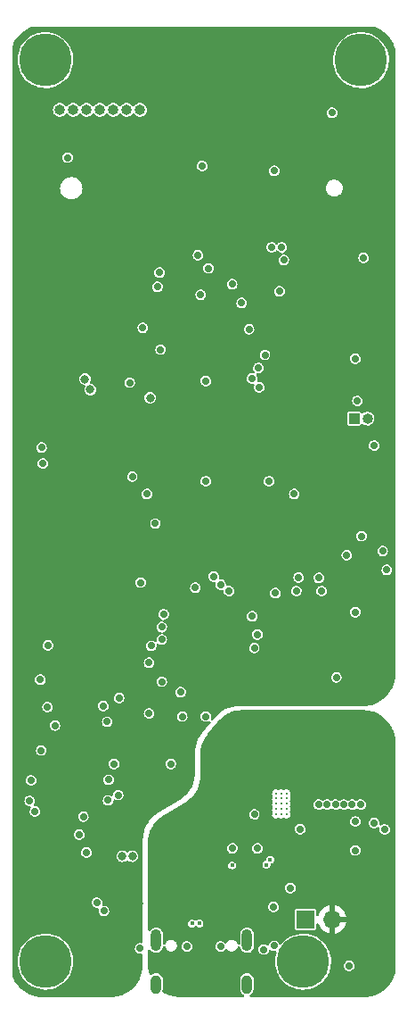
<source format=gbr>
%TF.GenerationSoftware,KiCad,Pcbnew,(6.0.7)*%
%TF.CreationDate,2022-10-07T06:43:14-07:00*%
%TF.ProjectId,phone-rounded,70686f6e-652d-4726-9f75-6e6465642e6b,rev?*%
%TF.SameCoordinates,Original*%
%TF.FileFunction,Copper,L3,Inr*%
%TF.FilePolarity,Positive*%
%FSLAX46Y46*%
G04 Gerber Fmt 4.6, Leading zero omitted, Abs format (unit mm)*
G04 Created by KiCad (PCBNEW (6.0.7)) date 2022-10-07 06:43:14*
%MOMM*%
%LPD*%
G01*
G04 APERTURE LIST*
%TA.AperFunction,ComponentPad*%
%ADD10R,1.000000X1.000000*%
%TD*%
%TA.AperFunction,ComponentPad*%
%ADD11O,1.000000X1.000000*%
%TD*%
%TA.AperFunction,ComponentPad*%
%ADD12C,0.300000*%
%TD*%
%TA.AperFunction,ComponentPad*%
%ADD13R,1.700000X1.700000*%
%TD*%
%TA.AperFunction,ComponentPad*%
%ADD14O,1.700000X1.700000*%
%TD*%
%TA.AperFunction,ComponentPad*%
%ADD15C,0.400000*%
%TD*%
%TA.AperFunction,ComponentPad*%
%ADD16O,1.000000X2.100000*%
%TD*%
%TA.AperFunction,ComponentPad*%
%ADD17O,1.000000X1.800000*%
%TD*%
%TA.AperFunction,ViaPad*%
%ADD18C,0.700000*%
%TD*%
%TA.AperFunction,ViaPad*%
%ADD19C,5.000000*%
%TD*%
%TA.AperFunction,ViaPad*%
%ADD20C,0.450000*%
%TD*%
%TA.AperFunction,ViaPad*%
%ADD21C,0.800000*%
%TD*%
%TA.AperFunction,Conductor*%
%ADD22C,0.500000*%
%TD*%
G04 APERTURE END LIST*
D10*
%TO.N,Net-(LS1-Pad1)*%
%TO.C,LS1*%
X140100000Y-95244137D03*
D11*
%TO.N,Net-(LS1-Pad2)*%
X141370000Y-95244137D03*
%TD*%
D12*
%TO.N,N/C*%
%TO.C,U3*%
X132666233Y-130783767D03*
X133166233Y-130783767D03*
X133666233Y-130783767D03*
X132666233Y-131283767D03*
X133166233Y-131283767D03*
X133666233Y-131283767D03*
X132666233Y-131783767D03*
X133166233Y-131783767D03*
X133666233Y-131783767D03*
X132666233Y-132283767D03*
X133166233Y-132283767D03*
X133666233Y-132283767D03*
X132666233Y-132783767D03*
X133166233Y-132783767D03*
X133666233Y-132783767D03*
%TD*%
D13*
%TO.N,Net-(TH1-Pad1)*%
%TO.C,TH1*%
X135460000Y-142750000D03*
D14*
%TO.N,GNDPWR*%
X138000000Y-142750000D03*
%TD*%
D15*
%TO.N,GNDPWR*%
%TO.C,U2*%
X129747500Y-138180000D03*
X130327500Y-138760000D03*
X130907500Y-139340000D03*
X129747500Y-139340000D03*
X130907500Y-138180000D03*
%TD*%
D16*
%TO.N,Net-(J6-PadS1)*%
%TO.C,J6*%
X129900000Y-144720000D03*
D17*
X121260000Y-148900000D03*
X129900000Y-148900000D03*
D16*
X121260000Y-144720000D03*
%TD*%
D10*
%TO.N,GND*%
%TO.C,J3*%
X110837500Y-65975000D03*
D11*
%TO.N,+3V3*%
X112107500Y-65975000D03*
%TO.N,/SCLK_TFT*%
X113377500Y-65975000D03*
%TO.N,/MOSI_TFT*%
X114647500Y-65975000D03*
%TO.N,/RST_TFT*%
X115917500Y-65975000D03*
%TO.N,/DC_TFT*%
X117187500Y-65975000D03*
%TO.N,/CS_TFT*%
X118457500Y-65975000D03*
%TO.N,/BL_TFT*%
X119727500Y-65975000D03*
%TD*%
D18*
%TO.N,GNDPWR*%
X143250000Y-124750000D03*
%TO.N,GND*%
X143250000Y-120750000D03*
%TO.N,/UART_CTS*%
X126250000Y-81000000D03*
X125250000Y-79750000D03*
%TO.N,/UART_TX*%
X111000000Y-116750000D03*
%TO.N,/DC_TFT*%
X110250000Y-120000000D03*
X109374500Y-129550000D03*
D19*
%TO.N,*%
X110750000Y-61250000D03*
X140750000Y-61250000D03*
X135250000Y-146750000D03*
X110750000Y-146750000D03*
D18*
%TO.N,+3V3*%
X120400000Y-102400000D03*
X110344263Y-126714466D03*
X112865500Y-70500000D03*
D20*
X132109040Y-137088264D03*
D18*
X138306233Y-131843767D03*
X125662611Y-71293000D03*
X121200000Y-105200000D03*
X111650000Y-124350000D03*
X142000000Y-133600000D03*
X137506233Y-131843767D03*
X140400000Y-93567135D03*
X136706233Y-131843767D03*
X138400000Y-119800000D03*
X121700000Y-88700000D03*
X139906233Y-131843767D03*
X138000000Y-66250000D03*
X139610000Y-147150000D03*
X139106233Y-131843767D03*
X130884500Y-115724500D03*
D21*
X120700000Y-93282500D03*
D18*
X143000000Y-134200000D03*
X114650000Y-136400000D03*
X133200000Y-79000000D03*
X141000000Y-80000000D03*
X132250000Y-79000000D03*
X128525000Y-135995000D03*
X110950000Y-122600000D03*
X140706233Y-131843767D03*
X140200000Y-89566637D03*
X140206233Y-133443767D03*
X113950000Y-134700000D03*
%TO.N,GND*%
X139200000Y-118200000D03*
X132440000Y-141560000D03*
X119500000Y-137500000D03*
D21*
X117500000Y-148500000D03*
D18*
X117100000Y-79000000D03*
X129000000Y-79250000D03*
X113950000Y-124350000D03*
X129900000Y-99582500D03*
X120000000Y-133700000D03*
X121500000Y-90932500D03*
X131910538Y-118263148D03*
D21*
X114000000Y-149000000D03*
D18*
X111366285Y-125381971D03*
D21*
X112800000Y-130800000D03*
D18*
X131750000Y-76000000D03*
X130800000Y-108600000D03*
X134000000Y-75800000D03*
X123400000Y-110600000D03*
D21*
X114750000Y-138500000D03*
X114100000Y-129550000D03*
D18*
X138600000Y-110800000D03*
D21*
X112789376Y-129539376D03*
D18*
X127400000Y-119400000D03*
X142000000Y-121950000D03*
X119500000Y-147250000D03*
D21*
X114900000Y-143700000D03*
D18*
X114784900Y-102560000D03*
X123900000Y-71000000D03*
X124500000Y-83500000D03*
X141200000Y-98400000D03*
X114650000Y-122600000D03*
X110950000Y-136400000D03*
X113042997Y-68368208D03*
X132500000Y-145250000D03*
D21*
X108350000Y-144100000D03*
D18*
X132615500Y-70750000D03*
X141250000Y-82500000D03*
D21*
X111450000Y-129550000D03*
D18*
X140200000Y-136200000D03*
X141500000Y-89500000D03*
X130200000Y-85182500D03*
X111650000Y-134700000D03*
X119000000Y-139500000D03*
X140600000Y-104425000D03*
D21*
X114500000Y-140500000D03*
X112789376Y-128210624D03*
D18*
X128600000Y-110507000D03*
X119400000Y-141200000D03*
X124500000Y-79062000D03*
D21*
X108500000Y-140500000D03*
D18*
X136750000Y-66103000D03*
X141249471Y-93574428D03*
X119468767Y-78968767D03*
X129925500Y-71000000D03*
X121000000Y-99682500D03*
X116850000Y-134599739D03*
X128000000Y-71000000D03*
%TO.N,GNDPWR*%
X136340000Y-139360000D03*
X128306233Y-128583767D03*
X121100000Y-137500000D03*
X136566233Y-129133767D03*
X138300000Y-139100000D03*
X138800000Y-141000000D03*
X137366233Y-129133767D03*
X133300000Y-134900000D03*
X138216233Y-129133767D03*
X133966233Y-127733767D03*
X132900000Y-135600000D03*
X132766233Y-128433767D03*
X139866233Y-129133767D03*
X142000000Y-123550000D03*
X132100000Y-135600000D03*
X125740000Y-141460000D03*
X139016233Y-129133767D03*
X137700000Y-144400000D03*
X133566233Y-128433767D03*
X127166233Y-128583767D03*
X129106233Y-128583767D03*
X125740000Y-140560000D03*
X133166233Y-127733767D03*
X136340000Y-138360000D03*
X132366233Y-127733767D03*
X121000000Y-141200000D03*
X133166233Y-129083767D03*
X131000000Y-143850000D03*
X121000000Y-147250000D03*
X126366233Y-128583767D03*
X132500000Y-134900000D03*
X131700000Y-134900000D03*
%TO.N,/SCLK_SD*%
X117250000Y-128000000D03*
X117750000Y-121750000D03*
%TO.N,Net-(C12-Pad1)*%
X134966233Y-134183767D03*
X130600000Y-132775500D03*
%TO.N,DBVDD*%
X121800000Y-120200000D03*
X120600000Y-123200000D03*
X134600000Y-111600000D03*
X132600000Y-111800000D03*
X128200000Y-111600000D03*
X123600000Y-121200000D03*
X122000000Y-113800000D03*
%TO.N,Net-(TH1-Pad1)*%
X134019541Y-139767998D03*
%TO.N,/UART_RX*%
X116750000Y-129500000D03*
X110374500Y-98000000D03*
%TO.N,/UART_TX*%
X110500000Y-99500000D03*
%TO.N,Net-(D1-Pad1)*%
X132500000Y-71750000D03*
X133400000Y-80200000D03*
%TO.N,/audio/SCL*%
X143200000Y-109600000D03*
X137000000Y-111600000D03*
%TO.N,/PCM_SYNC*%
X142000000Y-97800000D03*
X140800000Y-106400000D03*
%TO.N,/audio/SDA*%
X136741005Y-110354542D03*
X142800000Y-107800000D03*
%TO.N,/MCU_D-*%
X115650000Y-141150000D03*
D20*
X125383222Y-143116778D03*
D18*
%TO.N,/MCU_D+*%
X116300000Y-141950000D03*
D20*
X124680556Y-143119444D03*
D18*
%TO.N,/SCL*%
X116625500Y-124000000D03*
D21*
X114500000Y-91500000D03*
D18*
%TO.N,/SDA*%
X116250000Y-122500000D03*
D21*
X115000000Y-92500000D03*
D18*
%TO.N,GNDA*%
X127400000Y-111000000D03*
X130400000Y-114000000D03*
X125000000Y-111274500D03*
X130600000Y-117000000D03*
X123750000Y-123500000D03*
X122662500Y-128000000D03*
X126000000Y-123500000D03*
X121800000Y-115000000D03*
X120600000Y-118400000D03*
%TO.N,/keypad/V1*%
X129400000Y-84282500D03*
X128500000Y-82500000D03*
X120000000Y-86632500D03*
%TO.N,/keypad/H1*%
X126000000Y-91682500D03*
X118750000Y-91832500D03*
X131074500Y-92282500D03*
%TO.N,/keypad/H2*%
X119000000Y-100750000D03*
X132000000Y-101182500D03*
X130400000Y-91432500D03*
X126000000Y-101182500D03*
%TO.N,/keypad/H3*%
X119800000Y-110800000D03*
X126745815Y-110216134D03*
X134824349Y-110313042D03*
X131000000Y-90432500D03*
%TO.N,/keypad/H4*%
X131615500Y-89208000D03*
X134400000Y-102400000D03*
%TO.N,/keypad/V2*%
X130100000Y-86782500D03*
%TO.N,/keypad/V3*%
X133000000Y-83182500D03*
X139400000Y-108200000D03*
X140200000Y-113600000D03*
%TO.N,/keypad/V4*%
X125500000Y-83500000D03*
D20*
%TO.N,/CHG_PWR*%
X128500000Y-137610000D03*
D18*
X130900000Y-136000000D03*
D20*
%TO.N,/CE_PWR*%
X131743200Y-137563200D03*
D18*
X114350000Y-133000000D03*
%TO.N,/SCLK_TFT*%
X109250000Y-131500000D03*
%TO.N,/MOSI_TFT*%
X109750000Y-132500000D03*
D21*
%TO.N,/SWCLK*%
X119000000Y-136750000D03*
D18*
X117650000Y-130950000D03*
D21*
%TO.N,/SWDIO*%
X118048056Y-136748056D03*
D18*
X116700000Y-131450000D03*
%TO.N,Net-(J6-PadA5)*%
X124200000Y-145300000D03*
X119750000Y-145500000D03*
%TO.N,Net-(J6-PadB5)*%
X131500000Y-145600000D03*
X127400000Y-145300000D03*
%TO.N,/audio/IN+*%
X121800000Y-116200000D03*
X121400000Y-82750000D03*
%TO.N,/audio/IN-*%
X121600000Y-81400000D03*
X120800000Y-116800000D03*
%TD*%
D22*
%TO.N,GND*%
X119400000Y-141200000D02*
X119800000Y-141200000D01*
%TD*%
%TA.AperFunction,Conductor*%
%TO.N,GNDPWR*%
G36*
X141003526Y-122900198D02*
G01*
X141328832Y-122918466D01*
X141342864Y-122920047D01*
X141501728Y-122947039D01*
X141660587Y-122974031D01*
X141674362Y-122977175D01*
X141770228Y-123004793D01*
X141984047Y-123066394D01*
X141997368Y-123071055D01*
X142295118Y-123194387D01*
X142307841Y-123200514D01*
X142524131Y-123320053D01*
X142589906Y-123356406D01*
X142601870Y-123363924D01*
X142864694Y-123550409D01*
X142875740Y-123559218D01*
X143116043Y-123773965D01*
X143126035Y-123783957D01*
X143340782Y-124024260D01*
X143349591Y-124035306D01*
X143536076Y-124298130D01*
X143543594Y-124310094D01*
X143699484Y-124592155D01*
X143705613Y-124604882D01*
X143828945Y-124902632D01*
X143833606Y-124915953D01*
X143895207Y-125129772D01*
X143922825Y-125225638D01*
X143925969Y-125239413D01*
X143979952Y-125557131D01*
X143981534Y-125571168D01*
X143999802Y-125896474D01*
X144000000Y-125903539D01*
X144000000Y-147771493D01*
X143995707Y-147804105D01*
X143949502Y-147976542D01*
X143945427Y-147989083D01*
X143839008Y-148266307D01*
X143833894Y-148279630D01*
X143828529Y-148291679D01*
X143687233Y-148568983D01*
X143680639Y-148580404D01*
X143511138Y-148841412D01*
X143503388Y-148852079D01*
X143413080Y-148963599D01*
X143307524Y-149093948D01*
X143298699Y-149103749D01*
X143078632Y-149323815D01*
X143068831Y-149332640D01*
X142826964Y-149528499D01*
X142816294Y-149536251D01*
X142555282Y-149705753D01*
X142543861Y-149712347D01*
X142266555Y-149853641D01*
X142254505Y-149859005D01*
X141963957Y-149970535D01*
X141951428Y-149974607D01*
X141694963Y-150043326D01*
X141650797Y-150055160D01*
X141637897Y-150057902D01*
X141498389Y-150079998D01*
X141381894Y-150098449D01*
X141362183Y-150100000D01*
X130287107Y-150100000D01*
X130218986Y-150079998D01*
X130172493Y-150026342D01*
X130162389Y-149956068D01*
X130191883Y-149891488D01*
X130219593Y-149867615D01*
X130317940Y-149805202D01*
X130430448Y-149685393D01*
X130472720Y-149608502D01*
X130505807Y-149548316D01*
X130509627Y-149541368D01*
X130511865Y-149532654D01*
X130548529Y-149389855D01*
X130548529Y-149389852D01*
X130550500Y-149382177D01*
X130550500Y-148459075D01*
X130535071Y-148336942D01*
X130474568Y-148184129D01*
X130377963Y-148051163D01*
X130251326Y-147946400D01*
X130102613Y-147876421D01*
X130094830Y-147874936D01*
X130094826Y-147874935D01*
X129948956Y-147847109D01*
X129948954Y-147847109D01*
X129941170Y-147845624D01*
X129859155Y-147850784D01*
X129785051Y-147855446D01*
X129785049Y-147855446D01*
X129777140Y-147855944D01*
X129769604Y-147858393D01*
X129769602Y-147858393D01*
X129727637Y-147872028D01*
X129620829Y-147906732D01*
X129482060Y-147994798D01*
X129476633Y-148000577D01*
X129476632Y-148000578D01*
X129449734Y-148029222D01*
X129369552Y-148114607D01*
X129365735Y-148121551D01*
X129365733Y-148121553D01*
X129324506Y-148196545D01*
X129290373Y-148258632D01*
X129288403Y-148266304D01*
X129288402Y-148266307D01*
X129268247Y-148344807D01*
X129249500Y-148417823D01*
X129249500Y-149340925D01*
X129264929Y-149463058D01*
X129325432Y-149615871D01*
X129330090Y-149622282D01*
X129330091Y-149622284D01*
X129370896Y-149678447D01*
X129422037Y-149748837D01*
X129548674Y-149853600D01*
X129562259Y-149859992D01*
X129615379Y-149907094D01*
X129634602Y-149975438D01*
X129613823Y-150043326D01*
X129559641Y-150089204D01*
X129508610Y-150100000D01*
X123503539Y-150100000D01*
X123496474Y-150099802D01*
X123472381Y-150098449D01*
X123171168Y-150081534D01*
X123157136Y-150079953D01*
X122998272Y-150052961D01*
X122839413Y-150025969D01*
X122825638Y-150022825D01*
X122729772Y-149995207D01*
X122515953Y-149933606D01*
X122502632Y-149928945D01*
X122204882Y-149805613D01*
X122192159Y-149799486D01*
X121937012Y-149658471D01*
X121887068Y-149608015D01*
X121872331Y-149538564D01*
X121875920Y-149516859D01*
X121908529Y-149389855D01*
X121908529Y-149389852D01*
X121910500Y-149382177D01*
X121910500Y-148459075D01*
X121895071Y-148336942D01*
X121834568Y-148184129D01*
X121737963Y-148051163D01*
X121611326Y-147946400D01*
X121462613Y-147876421D01*
X121454830Y-147874936D01*
X121454826Y-147874935D01*
X121308956Y-147847109D01*
X121308954Y-147847109D01*
X121301170Y-147845624D01*
X121219155Y-147850784D01*
X121145051Y-147855446D01*
X121145049Y-147855446D01*
X121137140Y-147855944D01*
X121129604Y-147858393D01*
X121129602Y-147858393D01*
X121087637Y-147872028D01*
X120980829Y-147906732D01*
X120842060Y-147994798D01*
X120836632Y-148000578D01*
X120830524Y-148005631D01*
X120828929Y-148003703D01*
X120778346Y-148033416D01*
X120707407Y-148030572D01*
X120649267Y-147989826D01*
X120626645Y-147946076D01*
X120577175Y-147774362D01*
X120574031Y-147760587D01*
X120535179Y-147531925D01*
X120520047Y-147442864D01*
X120518466Y-147428828D01*
X120514601Y-147359992D01*
X120500198Y-147103526D01*
X120500000Y-147096461D01*
X120500000Y-145718434D01*
X120520002Y-145650313D01*
X120573658Y-145603820D01*
X120643932Y-145593716D01*
X120708512Y-145623210D01*
X120727936Y-145644373D01*
X120782037Y-145718837D01*
X120908674Y-145823600D01*
X121057387Y-145893579D01*
X121065170Y-145895064D01*
X121065174Y-145895065D01*
X121211044Y-145922891D01*
X121211046Y-145922891D01*
X121218830Y-145924376D01*
X121300845Y-145919216D01*
X121374949Y-145914554D01*
X121374951Y-145914554D01*
X121382860Y-145914056D01*
X121390396Y-145911607D01*
X121390398Y-145911607D01*
X121445882Y-145893579D01*
X121539171Y-145863268D01*
X121677940Y-145775202D01*
X121693066Y-145759095D01*
X121770207Y-145676948D01*
X121790448Y-145655393D01*
X121796191Y-145644948D01*
X121854196Y-145539436D01*
X121869627Y-145511368D01*
X121871598Y-145503693D01*
X121871601Y-145503685D01*
X121908371Y-145360474D01*
X121944685Y-145299468D01*
X122008217Y-145267779D01*
X122078796Y-145275469D01*
X122134014Y-145320096D01*
X122153926Y-145366905D01*
X122161420Y-145404071D01*
X122165320Y-145411725D01*
X122226492Y-145531783D01*
X122226494Y-145531786D01*
X122230392Y-145539436D01*
X122236205Y-145545757D01*
X122236206Y-145545759D01*
X122321881Y-145638929D01*
X122333226Y-145651266D01*
X122340521Y-145655789D01*
X122340522Y-145655790D01*
X122441556Y-145718434D01*
X122462344Y-145731323D01*
X122608235Y-145773709D01*
X122619007Y-145774500D01*
X122728057Y-145774500D01*
X122732303Y-145773918D01*
X122732309Y-145773918D01*
X122811054Y-145763131D01*
X122840518Y-145759095D01*
X122857827Y-145751605D01*
X122972064Y-145702169D01*
X122972065Y-145702169D01*
X122979946Y-145698758D01*
X123028979Y-145659052D01*
X123091339Y-145608555D01*
X123091341Y-145608553D01*
X123098013Y-145603150D01*
X123104642Y-145593823D01*
X123181044Y-145486315D01*
X123181044Y-145486314D01*
X123186020Y-145479313D01*
X123237482Y-145336371D01*
X123240607Y-145293823D01*
X123694391Y-145293823D01*
X123695555Y-145302725D01*
X123695555Y-145302728D01*
X123698126Y-145322388D01*
X123712980Y-145435979D01*
X123770720Y-145567203D01*
X123776497Y-145574076D01*
X123776498Y-145574077D01*
X123818297Y-145623803D01*
X123862970Y-145676948D01*
X123899723Y-145701413D01*
X123971425Y-145749142D01*
X123982313Y-145756390D01*
X123990888Y-145759069D01*
X124006864Y-145764060D01*
X124119157Y-145799142D01*
X124128129Y-145799306D01*
X124128132Y-145799307D01*
X124193463Y-145800504D01*
X124262499Y-145801770D01*
X124271533Y-145799307D01*
X124392158Y-145766421D01*
X124392160Y-145766420D01*
X124400817Y-145764060D01*
X124522991Y-145689045D01*
X124619200Y-145582754D01*
X124681710Y-145453733D01*
X124705496Y-145312354D01*
X124705647Y-145300000D01*
X124704762Y-145293823D01*
X126894391Y-145293823D01*
X126895555Y-145302725D01*
X126895555Y-145302728D01*
X126898126Y-145322388D01*
X126912980Y-145435979D01*
X126970720Y-145567203D01*
X126976497Y-145574076D01*
X126976498Y-145574077D01*
X127018297Y-145623803D01*
X127062970Y-145676948D01*
X127099723Y-145701413D01*
X127171425Y-145749142D01*
X127182313Y-145756390D01*
X127190888Y-145759069D01*
X127206864Y-145764060D01*
X127319157Y-145799142D01*
X127328129Y-145799306D01*
X127328132Y-145799307D01*
X127393463Y-145800504D01*
X127462499Y-145801770D01*
X127471533Y-145799307D01*
X127592158Y-145766421D01*
X127592160Y-145766420D01*
X127600817Y-145764060D01*
X127722991Y-145689045D01*
X127819200Y-145582754D01*
X127823117Y-145574670D01*
X127826852Y-145569132D01*
X127881526Y-145523841D01*
X127952007Y-145515299D01*
X128015918Y-145546218D01*
X128024061Y-145554301D01*
X128069597Y-145603820D01*
X128113226Y-145651266D01*
X128120521Y-145655789D01*
X128120522Y-145655790D01*
X128221556Y-145718434D01*
X128242344Y-145731323D01*
X128388235Y-145773709D01*
X128399007Y-145774500D01*
X128508057Y-145774500D01*
X128512303Y-145773918D01*
X128512309Y-145773918D01*
X128591054Y-145763131D01*
X128620518Y-145759095D01*
X128637827Y-145751605D01*
X128752064Y-145702169D01*
X128752065Y-145702169D01*
X128759946Y-145698758D01*
X128808979Y-145659052D01*
X128871339Y-145608555D01*
X128871341Y-145608553D01*
X128878013Y-145603150D01*
X128884642Y-145593823D01*
X128961044Y-145486315D01*
X128961044Y-145486314D01*
X128966020Y-145479313D01*
X129013835Y-145346502D01*
X129055728Y-145289185D01*
X129121961Y-145263616D01*
X129191503Y-145277914D01*
X129242275Y-145327539D01*
X129257391Y-145373391D01*
X129259609Y-145390949D01*
X129264929Y-145433058D01*
X129267846Y-145440425D01*
X129267846Y-145440426D01*
X129269340Y-145444199D01*
X129325432Y-145585871D01*
X129330090Y-145592282D01*
X129330091Y-145592284D01*
X129400392Y-145689045D01*
X129422037Y-145718837D01*
X129548674Y-145823600D01*
X129697387Y-145893579D01*
X129705170Y-145895064D01*
X129705174Y-145895065D01*
X129851044Y-145922891D01*
X129851046Y-145922891D01*
X129858830Y-145924376D01*
X129940845Y-145919216D01*
X130014949Y-145914554D01*
X130014951Y-145914554D01*
X130022860Y-145914056D01*
X130030396Y-145911607D01*
X130030398Y-145911607D01*
X130085882Y-145893579D01*
X130179171Y-145863268D01*
X130317940Y-145775202D01*
X130333066Y-145759095D01*
X130410207Y-145676948D01*
X130430448Y-145655393D01*
X130436191Y-145644948D01*
X130464297Y-145593823D01*
X130994391Y-145593823D01*
X130995555Y-145602725D01*
X130995555Y-145602728D01*
X131002225Y-145653733D01*
X131012980Y-145735979D01*
X131070720Y-145867203D01*
X131076497Y-145874076D01*
X131076498Y-145874077D01*
X131157190Y-145970072D01*
X131162970Y-145976948D01*
X131282313Y-146056390D01*
X131419157Y-146099142D01*
X131428129Y-146099306D01*
X131428132Y-146099307D01*
X131493463Y-146100504D01*
X131562499Y-146101770D01*
X131571533Y-146099307D01*
X131692158Y-146066421D01*
X131692160Y-146066420D01*
X131700817Y-146064060D01*
X131822991Y-145989045D01*
X131919200Y-145882754D01*
X131966347Y-145785443D01*
X131977795Y-145761814D01*
X131977795Y-145761813D01*
X131981710Y-145753733D01*
X131983200Y-145744878D01*
X131983201Y-145744874D01*
X131986897Y-145722910D01*
X132017924Y-145659052D01*
X132078550Y-145622106D01*
X132149527Y-145623803D01*
X132180968Y-145638928D01*
X132282313Y-145706390D01*
X132419157Y-145749142D01*
X132428129Y-145749306D01*
X132428132Y-145749307D01*
X132493463Y-145750504D01*
X132562499Y-145751770D01*
X132584121Y-145745875D01*
X132655104Y-145747256D01*
X132714072Y-145786794D01*
X132742304Y-145851936D01*
X132737196Y-145906061D01*
X132687829Y-146059364D01*
X132678078Y-146089643D01*
X132677359Y-146093359D01*
X132677357Y-146093367D01*
X132672860Y-146116611D01*
X132617372Y-146403408D01*
X132617105Y-146407184D01*
X132617104Y-146407189D01*
X132596579Y-146697078D01*
X132594801Y-146722194D01*
X132597468Y-146775763D01*
X132610249Y-147032494D01*
X132610691Y-147041382D01*
X132611332Y-147045113D01*
X132611333Y-147045121D01*
X132655771Y-147303733D01*
X132664812Y-147356350D01*
X132665900Y-147359989D01*
X132665901Y-147359992D01*
X132753162Y-147651770D01*
X132756381Y-147662535D01*
X132757894Y-147666006D01*
X132757896Y-147666012D01*
X132799117Y-147760587D01*
X132884070Y-147955501D01*
X132885993Y-147958773D01*
X132885995Y-147958776D01*
X132910569Y-148000578D01*
X133046031Y-148231006D01*
X133048332Y-148234021D01*
X133237617Y-148482044D01*
X133237622Y-148482049D01*
X133239917Y-148485057D01*
X133462920Y-148713976D01*
X133531408Y-148769140D01*
X133708856Y-148912068D01*
X133708861Y-148912072D01*
X133711809Y-148914446D01*
X133982979Y-149083563D01*
X134272502Y-149218877D01*
X134276112Y-149220060D01*
X134276116Y-149220062D01*
X134458863Y-149279970D01*
X134576185Y-149318430D01*
X134579899Y-149319169D01*
X134579900Y-149319169D01*
X134609677Y-149325092D01*
X134889628Y-149380777D01*
X134893400Y-149381064D01*
X134893408Y-149381065D01*
X135204515Y-149404730D01*
X135204520Y-149404730D01*
X135208292Y-149405017D01*
X135527559Y-149390799D01*
X135531297Y-149390177D01*
X135531305Y-149390176D01*
X135839072Y-149338949D01*
X135839080Y-149338947D01*
X135842806Y-149338327D01*
X136149466Y-149248363D01*
X136443097Y-149122209D01*
X136446375Y-149120305D01*
X136446381Y-149120302D01*
X136607126Y-149026933D01*
X136719445Y-148961693D01*
X136974509Y-148769140D01*
X137204592Y-148547339D01*
X137255298Y-148485057D01*
X137403965Y-148302447D01*
X137406362Y-148299503D01*
X137563053Y-148051163D01*
X137574875Y-148032427D01*
X137574876Y-148032424D01*
X137576897Y-148029222D01*
X137713725Y-147740411D01*
X137738547Y-147666012D01*
X137813669Y-147440841D01*
X137814866Y-147437254D01*
X137874832Y-147143823D01*
X139104391Y-147143823D01*
X139105555Y-147152725D01*
X139105555Y-147152728D01*
X139106814Y-147162354D01*
X139122980Y-147285979D01*
X139180720Y-147417203D01*
X139186497Y-147424076D01*
X139186498Y-147424077D01*
X139199384Y-147439407D01*
X139272970Y-147526948D01*
X139392313Y-147606390D01*
X139529157Y-147649142D01*
X139538129Y-147649306D01*
X139538132Y-147649307D01*
X139603463Y-147650504D01*
X139672499Y-147651770D01*
X139681533Y-147649307D01*
X139802158Y-147616421D01*
X139802160Y-147616420D01*
X139810817Y-147614060D01*
X139932991Y-147539045D01*
X140029200Y-147432754D01*
X140091710Y-147303733D01*
X140115496Y-147162354D01*
X140115647Y-147150000D01*
X140101155Y-147048805D01*
X140096596Y-147016968D01*
X140096595Y-147016965D01*
X140095323Y-147008082D01*
X140035984Y-146877572D01*
X140017598Y-146856234D01*
X139948260Y-146775763D01*
X139948257Y-146775760D01*
X139942400Y-146768963D01*
X139822095Y-146690985D01*
X139684739Y-146649907D01*
X139675763Y-146649852D01*
X139675762Y-146649852D01*
X139615555Y-146649484D01*
X139541376Y-146649031D01*
X139403529Y-146688428D01*
X139282280Y-146764930D01*
X139276338Y-146771658D01*
X139276337Y-146771659D01*
X139248332Y-146803369D01*
X139187377Y-146872388D01*
X139126447Y-147002163D01*
X139121725Y-147032494D01*
X139106877Y-147127858D01*
X139104391Y-147143823D01*
X137874832Y-147143823D01*
X137878854Y-147124141D01*
X137904763Y-146805609D01*
X137905345Y-146750000D01*
X137903898Y-146725986D01*
X137886341Y-146434773D01*
X137886341Y-146434769D01*
X137886113Y-146430995D01*
X137828697Y-146116611D01*
X137823356Y-146099408D01*
X137789087Y-145989045D01*
X137733927Y-145811402D01*
X137603176Y-145519789D01*
X137438339Y-145245996D01*
X137436012Y-145243012D01*
X137436007Y-145243005D01*
X137244140Y-144996984D01*
X137244138Y-144996981D01*
X137241804Y-144993989D01*
X137016416Y-144767418D01*
X136885725Y-144664390D01*
X136768419Y-144571913D01*
X136768412Y-144571908D01*
X136765441Y-144569566D01*
X136492515Y-144403297D01*
X136201591Y-144271022D01*
X135896882Y-144174655D01*
X135757342Y-144148415D01*
X135586527Y-144116293D01*
X135586522Y-144116292D01*
X135582803Y-144115593D01*
X135263903Y-144094691D01*
X135260124Y-144094899D01*
X135260122Y-144094899D01*
X135163214Y-144100233D01*
X134944802Y-144112253D01*
X134941075Y-144112914D01*
X134941071Y-144112914D01*
X134687324Y-144157884D01*
X134630122Y-144168022D01*
X134626497Y-144169127D01*
X134626492Y-144169128D01*
X134388656Y-144241616D01*
X134324421Y-144261193D01*
X134032127Y-144390415D01*
X133757475Y-144553816D01*
X133754474Y-144556132D01*
X133754470Y-144556134D01*
X133514535Y-144741242D01*
X133504442Y-144749029D01*
X133501744Y-144751685D01*
X133281222Y-144968770D01*
X133276694Y-144973227D01*
X133220018Y-145044351D01*
X133180274Y-145094227D01*
X133122179Y-145135036D01*
X133051242Y-145137959D01*
X132989987Y-145102066D01*
X132967033Y-145067855D01*
X132949037Y-145028275D01*
X132925984Y-144977572D01*
X132905402Y-144953685D01*
X132838260Y-144875763D01*
X132838257Y-144875760D01*
X132832400Y-144868963D01*
X132712095Y-144790985D01*
X132574739Y-144749907D01*
X132565763Y-144749852D01*
X132565762Y-144749852D01*
X132505555Y-144749484D01*
X132431376Y-144749031D01*
X132293529Y-144788428D01*
X132172280Y-144864930D01*
X132166338Y-144871658D01*
X132166337Y-144871659D01*
X132128122Y-144914930D01*
X132077377Y-144972388D01*
X132016447Y-145102163D01*
X132014459Y-145114930D01*
X132012964Y-145124534D01*
X131982720Y-145188766D01*
X131922551Y-145226452D01*
X131851559Y-145225624D01*
X131819937Y-145210885D01*
X131712095Y-145140985D01*
X131574739Y-145099907D01*
X131565763Y-145099852D01*
X131565762Y-145099852D01*
X131505555Y-145099484D01*
X131431376Y-145099031D01*
X131293529Y-145138428D01*
X131172280Y-145214930D01*
X131077377Y-145322388D01*
X131016447Y-145452163D01*
X131012220Y-145479313D01*
X130998536Y-145567203D01*
X130994391Y-145593823D01*
X130464297Y-145593823D01*
X130494196Y-145539436D01*
X130509627Y-145511368D01*
X130516060Y-145486315D01*
X130548529Y-145359855D01*
X130548529Y-145359852D01*
X130550500Y-145352177D01*
X130550500Y-144129075D01*
X130535071Y-144006942D01*
X130474568Y-143854129D01*
X130426901Y-143788520D01*
X130382623Y-143727577D01*
X130377963Y-143721163D01*
X130251326Y-143616400D01*
X130247968Y-143614820D01*
X134459500Y-143614820D01*
X134468233Y-143658722D01*
X134475127Y-143669040D01*
X134475128Y-143669042D01*
X134494601Y-143698185D01*
X134501496Y-143708504D01*
X134511815Y-143715399D01*
X134540958Y-143734872D01*
X134540960Y-143734873D01*
X134551278Y-143741767D01*
X134595180Y-143750500D01*
X136324820Y-143750500D01*
X136368722Y-143741767D01*
X136379040Y-143734873D01*
X136379042Y-143734872D01*
X136408185Y-143715399D01*
X136418504Y-143708504D01*
X136425399Y-143698185D01*
X136444872Y-143669042D01*
X136444873Y-143669040D01*
X136451767Y-143658722D01*
X136460500Y-143614820D01*
X136460500Y-143213616D01*
X136480502Y-143145495D01*
X136534158Y-143099002D01*
X136604432Y-143088898D01*
X136669012Y-143118392D01*
X136703243Y-143166212D01*
X136781770Y-143359603D01*
X136786413Y-143368794D01*
X136897694Y-143550388D01*
X136903777Y-143558699D01*
X137043213Y-143719667D01*
X137050580Y-143726883D01*
X137214434Y-143862916D01*
X137222881Y-143868831D01*
X137406756Y-143976279D01*
X137416042Y-143980729D01*
X137615001Y-144056703D01*
X137624899Y-144059579D01*
X137728250Y-144080606D01*
X137742299Y-144079410D01*
X137746000Y-144069065D01*
X137746000Y-144068517D01*
X138254000Y-144068517D01*
X138258064Y-144082359D01*
X138271478Y-144084393D01*
X138278184Y-144083534D01*
X138288262Y-144081392D01*
X138492255Y-144020191D01*
X138501842Y-144016433D01*
X138693095Y-143922739D01*
X138701945Y-143917464D01*
X138875328Y-143793792D01*
X138883200Y-143787139D01*
X139034052Y-143636812D01*
X139040730Y-143628965D01*
X139165003Y-143456020D01*
X139170313Y-143447183D01*
X139264670Y-143256267D01*
X139268469Y-143246672D01*
X139330377Y-143042910D01*
X139332555Y-143032837D01*
X139333986Y-143021962D01*
X139331775Y-143007778D01*
X139318617Y-143004000D01*
X138272115Y-143004000D01*
X138256876Y-143008475D01*
X138255671Y-143009865D01*
X138254000Y-143017548D01*
X138254000Y-144068517D01*
X137746000Y-144068517D01*
X137746000Y-142477885D01*
X138254000Y-142477885D01*
X138258475Y-142493124D01*
X138259865Y-142494329D01*
X138267548Y-142496000D01*
X139318344Y-142496000D01*
X139331875Y-142492027D01*
X139333180Y-142482947D01*
X139291214Y-142315875D01*
X139287894Y-142306124D01*
X139202972Y-142110814D01*
X139198105Y-142101739D01*
X139082426Y-141922926D01*
X139076136Y-141914757D01*
X138932806Y-141757240D01*
X138925273Y-141750215D01*
X138758139Y-141618222D01*
X138749552Y-141612517D01*
X138563117Y-141509599D01*
X138553705Y-141505369D01*
X138352959Y-141434280D01*
X138342988Y-141431646D01*
X138271837Y-141418972D01*
X138258540Y-141420432D01*
X138254000Y-141434989D01*
X138254000Y-142477885D01*
X137746000Y-142477885D01*
X137746000Y-141433102D01*
X137742082Y-141419758D01*
X137727806Y-141417771D01*
X137689324Y-141423660D01*
X137679288Y-141426051D01*
X137476868Y-141492212D01*
X137467359Y-141496209D01*
X137278463Y-141594542D01*
X137269738Y-141600036D01*
X137099433Y-141727905D01*
X137091726Y-141734748D01*
X136944590Y-141888717D01*
X136938104Y-141896727D01*
X136818098Y-142072649D01*
X136813000Y-142081623D01*
X136723338Y-142274783D01*
X136719775Y-142284470D01*
X136707917Y-142327227D01*
X136670438Y-142387525D01*
X136606309Y-142417988D01*
X136535891Y-142408945D01*
X136481541Y-142363266D01*
X136460500Y-142293555D01*
X136460500Y-141885180D01*
X136451767Y-141841278D01*
X136444873Y-141830960D01*
X136444872Y-141830958D01*
X136425399Y-141801815D01*
X136418504Y-141791496D01*
X136408185Y-141784601D01*
X136379042Y-141765128D01*
X136379040Y-141765127D01*
X136368722Y-141758233D01*
X136324820Y-141749500D01*
X134595180Y-141749500D01*
X134551278Y-141758233D01*
X134540960Y-141765127D01*
X134540958Y-141765128D01*
X134511815Y-141784601D01*
X134501496Y-141791496D01*
X134494601Y-141801815D01*
X134475128Y-141830958D01*
X134475127Y-141830960D01*
X134468233Y-141841278D01*
X134459500Y-141885180D01*
X134459500Y-143614820D01*
X130247968Y-143614820D01*
X130234821Y-143608633D01*
X130215675Y-143599624D01*
X130102613Y-143546421D01*
X130094830Y-143544936D01*
X130094826Y-143544935D01*
X129948956Y-143517109D01*
X129948954Y-143517109D01*
X129941170Y-143515624D01*
X129859155Y-143520784D01*
X129785051Y-143525446D01*
X129785049Y-143525446D01*
X129777140Y-143525944D01*
X129769604Y-143528393D01*
X129769602Y-143528393D01*
X129727637Y-143542028D01*
X129620829Y-143576732D01*
X129482060Y-143664798D01*
X129476633Y-143670577D01*
X129476632Y-143670578D01*
X129433875Y-143716110D01*
X129369552Y-143784607D01*
X129365735Y-143791551D01*
X129365733Y-143791553D01*
X129326501Y-143862916D01*
X129290373Y-143928632D01*
X129288403Y-143936304D01*
X129288402Y-143936307D01*
X129254457Y-144068517D01*
X129249500Y-144087823D01*
X129249500Y-145017997D01*
X129229498Y-145086118D01*
X129175842Y-145132611D01*
X129105568Y-145142715D01*
X129040988Y-145113221D01*
X129002604Y-145053495D01*
X129000505Y-145045003D01*
X129000278Y-145044351D01*
X128998580Y-145035929D01*
X128978737Y-144996984D01*
X128933508Y-144908217D01*
X128933506Y-144908214D01*
X128929608Y-144900564D01*
X128903029Y-144871659D01*
X128832584Y-144795052D01*
X128832583Y-144795051D01*
X128826774Y-144788734D01*
X128788617Y-144765075D01*
X128704956Y-144713203D01*
X128704955Y-144713202D01*
X128697656Y-144708677D01*
X128551765Y-144666291D01*
X128540993Y-144665500D01*
X128431943Y-144665500D01*
X128427697Y-144666082D01*
X128427691Y-144666082D01*
X128348946Y-144676869D01*
X128319482Y-144680905D01*
X128311598Y-144684317D01*
X128311597Y-144684317D01*
X128255306Y-144708677D01*
X128180054Y-144741242D01*
X128147729Y-144767418D01*
X128068661Y-144831445D01*
X128068659Y-144831447D01*
X128061987Y-144836850D01*
X128057013Y-144843849D01*
X128057012Y-144843850D01*
X128042031Y-144864930D01*
X127978957Y-144953685D01*
X127974210Y-144960364D01*
X127918445Y-145004304D01*
X127847776Y-145011120D01*
X127784641Y-144978647D01*
X127776051Y-144969622D01*
X127738260Y-144925763D01*
X127738257Y-144925760D01*
X127732400Y-144918963D01*
X127612095Y-144840985D01*
X127474739Y-144799907D01*
X127465763Y-144799852D01*
X127465762Y-144799852D01*
X127405555Y-144799484D01*
X127331376Y-144799031D01*
X127193529Y-144838428D01*
X127072280Y-144914930D01*
X126977377Y-145022388D01*
X126916447Y-145152163D01*
X126915066Y-145161035D01*
X126897249Y-145275469D01*
X126894391Y-145293823D01*
X124704762Y-145293823D01*
X124693464Y-145214930D01*
X124686596Y-145166968D01*
X124686595Y-145166965D01*
X124685323Y-145158082D01*
X124625984Y-145027572D01*
X124585436Y-144980514D01*
X124538260Y-144925763D01*
X124538257Y-144925760D01*
X124532400Y-144918963D01*
X124412095Y-144840985D01*
X124274739Y-144799907D01*
X124265763Y-144799852D01*
X124265762Y-144799852D01*
X124205555Y-144799484D01*
X124131376Y-144799031D01*
X123993529Y-144838428D01*
X123872280Y-144914930D01*
X123777377Y-145022388D01*
X123716447Y-145152163D01*
X123715066Y-145161035D01*
X123697249Y-145275469D01*
X123694391Y-145293823D01*
X123240607Y-145293823D01*
X123248609Y-145184855D01*
X123218580Y-145035929D01*
X123198737Y-144996984D01*
X123153508Y-144908217D01*
X123153506Y-144908214D01*
X123149608Y-144900564D01*
X123123029Y-144871659D01*
X123052584Y-144795052D01*
X123052583Y-144795051D01*
X123046774Y-144788734D01*
X123008617Y-144765075D01*
X122924956Y-144713203D01*
X122924955Y-144713202D01*
X122917656Y-144708677D01*
X122771765Y-144666291D01*
X122760993Y-144665500D01*
X122651943Y-144665500D01*
X122647697Y-144666082D01*
X122647691Y-144666082D01*
X122568946Y-144676869D01*
X122539482Y-144680905D01*
X122531598Y-144684317D01*
X122531597Y-144684317D01*
X122475306Y-144708677D01*
X122400054Y-144741242D01*
X122367729Y-144767418D01*
X122288661Y-144831445D01*
X122288659Y-144831447D01*
X122281987Y-144836850D01*
X122277013Y-144843849D01*
X122277012Y-144843850D01*
X122262031Y-144864930D01*
X122193980Y-144960687D01*
X122191070Y-144968770D01*
X122155051Y-145068817D01*
X122113157Y-145126135D01*
X122046924Y-145151704D01*
X121977382Y-145137406D01*
X121926610Y-145087781D01*
X121910500Y-145026136D01*
X121910500Y-144129075D01*
X121895071Y-144006942D01*
X121834568Y-143854129D01*
X121786901Y-143788520D01*
X121742623Y-143727577D01*
X121737963Y-143721163D01*
X121611326Y-143616400D01*
X121594821Y-143608633D01*
X121575675Y-143599624D01*
X121462613Y-143546421D01*
X121454830Y-143544936D01*
X121454826Y-143544935D01*
X121308956Y-143517109D01*
X121308954Y-143517109D01*
X121301170Y-143515624D01*
X121219155Y-143520784D01*
X121145051Y-143525446D01*
X121145049Y-143525446D01*
X121137140Y-143525944D01*
X121129604Y-143528393D01*
X121129602Y-143528393D01*
X121087637Y-143542028D01*
X120980829Y-143576732D01*
X120842060Y-143664798D01*
X120836633Y-143670577D01*
X120836632Y-143670578D01*
X120793875Y-143716110D01*
X120729552Y-143784607D01*
X120727006Y-143789238D01*
X120671716Y-143831875D01*
X120600980Y-143837952D01*
X120538187Y-143804821D01*
X120503275Y-143743002D01*
X120500000Y-143714461D01*
X120500000Y-143119444D01*
X124300375Y-143119444D01*
X124318982Y-143236926D01*
X124372983Y-143342909D01*
X124457091Y-143427017D01*
X124563074Y-143481018D01*
X124680556Y-143499625D01*
X124798038Y-143481018D01*
X124904021Y-143427017D01*
X124944127Y-143386911D01*
X125006439Y-143352885D01*
X125077254Y-143357950D01*
X125122317Y-143386911D01*
X125159757Y-143424351D01*
X125265740Y-143478352D01*
X125383222Y-143496959D01*
X125500704Y-143478352D01*
X125606687Y-143424351D01*
X125690795Y-143340243D01*
X125738472Y-143246672D01*
X125740295Y-143243094D01*
X125740295Y-143243093D01*
X125744796Y-143234260D01*
X125763403Y-143116778D01*
X125744796Y-142999296D01*
X125690795Y-142893313D01*
X125606687Y-142809205D01*
X125500704Y-142755204D01*
X125383222Y-142736597D01*
X125265740Y-142755204D01*
X125159757Y-142809205D01*
X125119651Y-142849311D01*
X125057339Y-142883337D01*
X124986524Y-142878272D01*
X124941461Y-142849311D01*
X124904021Y-142811871D01*
X124798038Y-142757870D01*
X124680556Y-142739263D01*
X124563074Y-142757870D01*
X124457091Y-142811871D01*
X124372983Y-142895979D01*
X124368483Y-142904811D01*
X124324842Y-142990462D01*
X124318982Y-143001962D01*
X124300375Y-143119444D01*
X120500000Y-143119444D01*
X120500000Y-141553823D01*
X131934391Y-141553823D01*
X131935555Y-141562725D01*
X131935555Y-141562728D01*
X131940434Y-141600036D01*
X131952980Y-141695979D01*
X131956597Y-141704199D01*
X131995009Y-141791496D01*
X132010720Y-141827203D01*
X132016497Y-141834076D01*
X132016498Y-141834077D01*
X132091183Y-141922926D01*
X132102970Y-141936948D01*
X132222313Y-142016390D01*
X132359157Y-142059142D01*
X132368129Y-142059306D01*
X132368132Y-142059307D01*
X132433463Y-142060504D01*
X132502499Y-142061770D01*
X132511533Y-142059307D01*
X132632158Y-142026421D01*
X132632160Y-142026420D01*
X132640817Y-142024060D01*
X132762991Y-141949045D01*
X132810347Y-141896727D01*
X132853178Y-141849407D01*
X132859200Y-141842754D01*
X132921710Y-141713733D01*
X132945496Y-141572354D01*
X132945647Y-141560000D01*
X132935939Y-141492212D01*
X132926596Y-141426968D01*
X132926595Y-141426965D01*
X132925323Y-141418082D01*
X132865984Y-141287572D01*
X132847598Y-141266234D01*
X132778260Y-141185763D01*
X132778257Y-141185760D01*
X132772400Y-141178963D01*
X132652095Y-141100985D01*
X132514739Y-141059907D01*
X132505763Y-141059852D01*
X132505762Y-141059852D01*
X132445555Y-141059484D01*
X132371376Y-141059031D01*
X132233529Y-141098428D01*
X132112280Y-141174930D01*
X132017377Y-141282388D01*
X131956447Y-141412163D01*
X131952893Y-141434989D01*
X131941277Y-141509599D01*
X131934391Y-141553823D01*
X120500000Y-141553823D01*
X120500000Y-139761821D01*
X133513932Y-139761821D01*
X133515096Y-139770723D01*
X133515096Y-139770726D01*
X133516355Y-139780352D01*
X133532521Y-139903977D01*
X133590261Y-140035201D01*
X133596038Y-140042074D01*
X133596039Y-140042075D01*
X133603333Y-140050752D01*
X133682511Y-140144946D01*
X133801854Y-140224388D01*
X133938698Y-140267140D01*
X133947670Y-140267304D01*
X133947673Y-140267305D01*
X134013004Y-140268502D01*
X134082040Y-140269768D01*
X134091074Y-140267305D01*
X134211699Y-140234419D01*
X134211701Y-140234418D01*
X134220358Y-140232058D01*
X134342532Y-140157043D01*
X134438741Y-140050752D01*
X134501251Y-139921731D01*
X134525037Y-139780352D01*
X134525188Y-139767998D01*
X134504864Y-139626080D01*
X134445525Y-139495570D01*
X134427139Y-139474232D01*
X134357801Y-139393761D01*
X134357798Y-139393758D01*
X134351941Y-139386961D01*
X134231636Y-139308983D01*
X134094280Y-139267905D01*
X134085304Y-139267850D01*
X134085303Y-139267850D01*
X134025096Y-139267482D01*
X133950917Y-139267029D01*
X133813070Y-139306426D01*
X133691821Y-139382928D01*
X133596918Y-139490386D01*
X133535988Y-139620161D01*
X133513932Y-139761821D01*
X120500000Y-139761821D01*
X120500000Y-137610000D01*
X128119819Y-137610000D01*
X128138426Y-137727482D01*
X128192427Y-137833465D01*
X128276535Y-137917573D01*
X128382518Y-137971574D01*
X128500000Y-137990181D01*
X128617482Y-137971574D01*
X128723465Y-137917573D01*
X128807573Y-137833465D01*
X128861574Y-137727482D01*
X128880181Y-137610000D01*
X128872769Y-137563200D01*
X131363019Y-137563200D01*
X131381626Y-137680682D01*
X131435627Y-137786665D01*
X131519735Y-137870773D01*
X131625718Y-137924774D01*
X131743200Y-137943381D01*
X131860682Y-137924774D01*
X131966665Y-137870773D01*
X132050773Y-137786665D01*
X132104774Y-137680682D01*
X132123381Y-137563200D01*
X132124864Y-137563435D01*
X132141832Y-137505647D01*
X132195488Y-137459154D01*
X132208894Y-137453935D01*
X132216730Y-137451389D01*
X132226522Y-137449838D01*
X132332505Y-137395837D01*
X132416613Y-137311729D01*
X132447491Y-137251127D01*
X132466113Y-137214580D01*
X132466113Y-137214579D01*
X132470614Y-137205746D01*
X132489221Y-137088264D01*
X132470614Y-136970782D01*
X132416613Y-136864799D01*
X132332505Y-136780691D01*
X132226522Y-136726690D01*
X132109040Y-136708083D01*
X131991558Y-136726690D01*
X131885575Y-136780691D01*
X131801467Y-136864799D01*
X131747466Y-136970782D01*
X131728859Y-137088264D01*
X131727376Y-137088029D01*
X131710408Y-137145817D01*
X131656752Y-137192310D01*
X131643346Y-137197529D01*
X131635510Y-137200075D01*
X131625718Y-137201626D01*
X131519735Y-137255627D01*
X131435627Y-137339735D01*
X131381626Y-137445718D01*
X131363019Y-137563200D01*
X128872769Y-137563200D01*
X128861574Y-137492518D01*
X128839828Y-137449838D01*
X128814605Y-137400337D01*
X128807573Y-137386535D01*
X128723465Y-137302427D01*
X128617482Y-137248426D01*
X128500000Y-137229819D01*
X128382518Y-137248426D01*
X128276535Y-137302427D01*
X128192427Y-137386535D01*
X128185395Y-137400337D01*
X128160173Y-137449838D01*
X128138426Y-137492518D01*
X128119819Y-137610000D01*
X120500000Y-137610000D01*
X120500000Y-135988823D01*
X128019391Y-135988823D01*
X128020555Y-135997725D01*
X128020555Y-135997728D01*
X128021209Y-136002728D01*
X128037980Y-136130979D01*
X128095720Y-136262203D01*
X128101497Y-136269076D01*
X128101498Y-136269077D01*
X128182190Y-136365072D01*
X128187970Y-136371948D01*
X128307313Y-136451390D01*
X128444157Y-136494142D01*
X128453129Y-136494306D01*
X128453132Y-136494307D01*
X128518463Y-136495504D01*
X128587499Y-136496770D01*
X128596533Y-136494307D01*
X128717158Y-136461421D01*
X128717160Y-136461420D01*
X128725817Y-136459060D01*
X128847991Y-136384045D01*
X128884058Y-136344199D01*
X128938178Y-136284407D01*
X128944200Y-136277754D01*
X128989163Y-136184950D01*
X129002795Y-136156814D01*
X129002795Y-136156813D01*
X129006710Y-136148733D01*
X129030496Y-136007354D01*
X129030647Y-135995000D01*
X129030478Y-135993823D01*
X130394391Y-135993823D01*
X130395555Y-136002725D01*
X130395555Y-136002728D01*
X130402020Y-136052163D01*
X130412980Y-136135979D01*
X130470720Y-136267203D01*
X130476497Y-136274076D01*
X130476498Y-136274077D01*
X130552987Y-136365072D01*
X130562970Y-136376948D01*
X130570447Y-136381925D01*
X130674802Y-136451390D01*
X130682313Y-136456390D01*
X130819157Y-136499142D01*
X130828129Y-136499306D01*
X130828132Y-136499307D01*
X130893463Y-136500504D01*
X130962499Y-136501770D01*
X130971533Y-136499307D01*
X131092158Y-136466421D01*
X131092160Y-136466420D01*
X131100817Y-136464060D01*
X131222991Y-136389045D01*
X131233962Y-136376925D01*
X131313178Y-136289407D01*
X131319200Y-136282754D01*
X131362287Y-136193823D01*
X139694391Y-136193823D01*
X139695555Y-136202725D01*
X139695555Y-136202728D01*
X139696814Y-136212354D01*
X139712980Y-136335979D01*
X139770720Y-136467203D01*
X139776497Y-136474076D01*
X139776498Y-136474077D01*
X139857190Y-136570072D01*
X139862970Y-136576948D01*
X139982313Y-136656390D01*
X140119157Y-136699142D01*
X140128129Y-136699306D01*
X140128132Y-136699307D01*
X140193463Y-136700504D01*
X140262499Y-136701770D01*
X140271533Y-136699307D01*
X140392158Y-136666421D01*
X140392160Y-136666420D01*
X140400817Y-136664060D01*
X140522991Y-136589045D01*
X140619200Y-136482754D01*
X140670248Y-136377391D01*
X140677795Y-136361814D01*
X140677795Y-136361813D01*
X140681710Y-136353733D01*
X140705496Y-136212354D01*
X140705647Y-136200000D01*
X140685323Y-136058082D01*
X140625984Y-135927572D01*
X140568652Y-135861035D01*
X140538260Y-135825763D01*
X140538257Y-135825760D01*
X140532400Y-135818963D01*
X140412095Y-135740985D01*
X140274739Y-135699907D01*
X140265763Y-135699852D01*
X140265762Y-135699852D01*
X140205555Y-135699484D01*
X140131376Y-135699031D01*
X139993529Y-135738428D01*
X139872280Y-135814930D01*
X139866338Y-135821658D01*
X139866337Y-135821659D01*
X139835978Y-135856035D01*
X139777377Y-135922388D01*
X139716447Y-136052163D01*
X139715066Y-136061035D01*
X139699375Y-136161814D01*
X139694391Y-136193823D01*
X131362287Y-136193823D01*
X131381710Y-136153733D01*
X131405496Y-136012354D01*
X131405647Y-136000000D01*
X131385323Y-135858082D01*
X131380359Y-135847163D01*
X131332082Y-135740985D01*
X131325984Y-135727572D01*
X131301391Y-135699031D01*
X131238260Y-135625763D01*
X131238257Y-135625760D01*
X131232400Y-135618963D01*
X131112095Y-135540985D01*
X130974739Y-135499907D01*
X130965763Y-135499852D01*
X130965762Y-135499852D01*
X130905555Y-135499484D01*
X130831376Y-135499031D01*
X130693529Y-135538428D01*
X130572280Y-135614930D01*
X130477377Y-135722388D01*
X130416447Y-135852163D01*
X130394391Y-135993823D01*
X129030478Y-135993823D01*
X129020248Y-135922388D01*
X129011596Y-135861968D01*
X129011595Y-135861965D01*
X129010323Y-135853082D01*
X128950984Y-135722572D01*
X128867568Y-135625763D01*
X128863260Y-135620763D01*
X128863257Y-135620760D01*
X128857400Y-135613963D01*
X128737095Y-135535985D01*
X128599739Y-135494907D01*
X128590763Y-135494852D01*
X128590762Y-135494852D01*
X128530555Y-135494484D01*
X128456376Y-135494031D01*
X128318529Y-135533428D01*
X128197280Y-135609930D01*
X128102377Y-135717388D01*
X128041447Y-135847163D01*
X128032210Y-135906490D01*
X128028470Y-135930514D01*
X128019391Y-135988823D01*
X120500000Y-135988823D01*
X120500000Y-135452184D01*
X120500206Y-135444975D01*
X120519226Y-135113070D01*
X120520873Y-135098747D01*
X120577067Y-134774748D01*
X120580340Y-134760707D01*
X120673175Y-134445259D01*
X120678030Y-134431684D01*
X120768911Y-134217149D01*
X120785669Y-134177590D01*
X134460624Y-134177590D01*
X134461788Y-134186492D01*
X134461788Y-134186495D01*
X134463047Y-134196121D01*
X134479213Y-134319746D01*
X134536953Y-134450970D01*
X134542730Y-134457843D01*
X134542731Y-134457844D01*
X134623423Y-134553839D01*
X134629203Y-134560715D01*
X134748546Y-134640157D01*
X134885390Y-134682909D01*
X134894362Y-134683073D01*
X134894365Y-134683074D01*
X134959696Y-134684271D01*
X135028732Y-134685537D01*
X135037766Y-134683074D01*
X135158391Y-134650188D01*
X135158393Y-134650187D01*
X135167050Y-134647827D01*
X135289224Y-134572812D01*
X135385433Y-134466521D01*
X135447943Y-134337500D01*
X135471729Y-134196121D01*
X135471880Y-134183767D01*
X135459761Y-134099142D01*
X135452829Y-134050735D01*
X135452828Y-134050732D01*
X135451556Y-134041849D01*
X135392217Y-133911339D01*
X135373831Y-133890001D01*
X135304493Y-133809530D01*
X135304490Y-133809527D01*
X135298633Y-133802730D01*
X135178328Y-133724752D01*
X135040972Y-133683674D01*
X135031996Y-133683619D01*
X135031995Y-133683619D01*
X134971788Y-133683251D01*
X134897609Y-133682798D01*
X134759762Y-133722195D01*
X134638513Y-133798697D01*
X134632571Y-133805425D01*
X134632570Y-133805426D01*
X134591062Y-133852426D01*
X134543610Y-133906155D01*
X134482680Y-134035930D01*
X134476294Y-134076948D01*
X134462731Y-134164060D01*
X134460624Y-134177590D01*
X120785669Y-134177590D01*
X120806296Y-134128897D01*
X120812668Y-134115970D01*
X120820802Y-134101605D01*
X120910561Y-133943074D01*
X120974682Y-133829825D01*
X120982491Y-133817706D01*
X121176134Y-133551937D01*
X121185277Y-133540789D01*
X121280297Y-133437590D01*
X139700624Y-133437590D01*
X139701788Y-133446492D01*
X139701788Y-133446495D01*
X139709919Y-133508668D01*
X139719213Y-133579746D01*
X139722830Y-133587966D01*
X139765643Y-133685265D01*
X139776953Y-133710970D01*
X139782730Y-133717843D01*
X139782731Y-133717844D01*
X139850695Y-133798697D01*
X139869203Y-133820715D01*
X139988546Y-133900157D01*
X140125390Y-133942909D01*
X140134362Y-133943073D01*
X140134365Y-133943074D01*
X140199696Y-133944271D01*
X140268732Y-133945537D01*
X140277766Y-133943074D01*
X140398391Y-133910188D01*
X140398393Y-133910187D01*
X140407050Y-133907827D01*
X140529224Y-133832812D01*
X140535605Y-133825763D01*
X140616872Y-133735979D01*
X140625433Y-133726521D01*
X140680746Y-133612354D01*
X140684028Y-133605581D01*
X140684028Y-133605580D01*
X140687943Y-133597500D01*
X140688562Y-133593823D01*
X141494391Y-133593823D01*
X141495555Y-133602725D01*
X141495555Y-133602728D01*
X141496814Y-133612354D01*
X141512980Y-133735979D01*
X141570720Y-133867203D01*
X141576497Y-133874076D01*
X141576498Y-133874077D01*
X141607820Y-133911339D01*
X141662970Y-133976948D01*
X141692366Y-133996516D01*
X141773818Y-134050735D01*
X141782313Y-134056390D01*
X141919157Y-134099142D01*
X141928129Y-134099306D01*
X141928132Y-134099307D01*
X141993463Y-134100504D01*
X142062499Y-134101770D01*
X142071533Y-134099307D01*
X142192158Y-134066421D01*
X142192160Y-134066420D01*
X142200817Y-134064060D01*
X142208464Y-134059365D01*
X142208468Y-134059363D01*
X142315383Y-133993717D01*
X142383900Y-133975119D01*
X142451595Y-133996516D01*
X142496976Y-134051116D01*
X142505811Y-134120476D01*
X142495957Y-134183767D01*
X142494391Y-134193823D01*
X142495555Y-134202725D01*
X142495555Y-134202728D01*
X142496814Y-134212354D01*
X142512980Y-134335979D01*
X142570720Y-134467203D01*
X142576497Y-134474076D01*
X142576498Y-134474077D01*
X142583792Y-134482754D01*
X142662970Y-134576948D01*
X142782313Y-134656390D01*
X142919157Y-134699142D01*
X142928129Y-134699306D01*
X142928132Y-134699307D01*
X142993463Y-134700504D01*
X143062499Y-134701770D01*
X143071533Y-134699307D01*
X143192158Y-134666421D01*
X143192160Y-134666420D01*
X143200817Y-134664060D01*
X143322991Y-134589045D01*
X143419200Y-134482754D01*
X143481710Y-134353733D01*
X143505496Y-134212354D01*
X143505647Y-134200000D01*
X143495464Y-134128897D01*
X143486596Y-134066968D01*
X143486595Y-134066965D01*
X143485323Y-134058082D01*
X143425984Y-133927572D01*
X143379890Y-133874077D01*
X143338260Y-133825763D01*
X143338257Y-133825760D01*
X143332400Y-133818963D01*
X143212095Y-133740985D01*
X143074739Y-133699907D01*
X143065763Y-133699852D01*
X143065762Y-133699852D01*
X143005555Y-133699484D01*
X142931376Y-133699031D01*
X142793529Y-133738428D01*
X142785942Y-133743215D01*
X142785940Y-133743216D01*
X142685782Y-133806411D01*
X142617497Y-133825845D01*
X142549545Y-133805276D01*
X142503501Y-133751235D01*
X142494293Y-133678945D01*
X142504689Y-133617151D01*
X142504689Y-133617150D01*
X142505496Y-133612354D01*
X142505647Y-133600000D01*
X142485323Y-133458082D01*
X142478815Y-133443767D01*
X142429700Y-133335746D01*
X142425984Y-133327572D01*
X142380519Y-133274807D01*
X142338260Y-133225763D01*
X142338257Y-133225760D01*
X142332400Y-133218963D01*
X142212095Y-133140985D01*
X142074739Y-133099907D01*
X142065763Y-133099852D01*
X142065762Y-133099852D01*
X142005555Y-133099484D01*
X141931376Y-133099031D01*
X141793529Y-133138428D01*
X141672280Y-133214930D01*
X141666338Y-133221658D01*
X141666337Y-133221659D01*
X141624829Y-133268659D01*
X141577377Y-133322388D01*
X141516447Y-133452163D01*
X141515066Y-133461035D01*
X141496583Y-133579746D01*
X141494391Y-133593823D01*
X140688562Y-133593823D01*
X140711729Y-133456121D01*
X140711880Y-133443767D01*
X140703706Y-133386691D01*
X140692829Y-133310735D01*
X140692828Y-133310732D01*
X140691556Y-133301849D01*
X140632217Y-133171339D01*
X140584948Y-133116481D01*
X140544493Y-133069530D01*
X140544490Y-133069527D01*
X140538633Y-133062730D01*
X140418328Y-132984752D01*
X140280972Y-132943674D01*
X140271996Y-132943619D01*
X140271995Y-132943619D01*
X140211788Y-132943251D01*
X140137609Y-132942798D01*
X139999762Y-132982195D01*
X139878513Y-133058697D01*
X139872571Y-133065425D01*
X139872570Y-133065426D01*
X139852002Y-133088715D01*
X139783610Y-133166155D01*
X139722680Y-133295930D01*
X139716481Y-133335746D01*
X139702184Y-133427572D01*
X139700624Y-133437590D01*
X121280297Y-133437590D01*
X121408015Y-133298879D01*
X121418372Y-133288849D01*
X121667280Y-133073973D01*
X121678714Y-133065192D01*
X121953525Y-132878125D01*
X121959600Y-132874239D01*
X122134460Y-132769323D01*
X130094391Y-132769323D01*
X130095555Y-132778225D01*
X130095555Y-132778228D01*
X130096814Y-132787854D01*
X130112980Y-132911479D01*
X130170720Y-133042703D01*
X130176497Y-133049576D01*
X130176498Y-133049577D01*
X130257190Y-133145572D01*
X130262970Y-133152448D01*
X130281143Y-133164545D01*
X130373109Y-133225763D01*
X130382313Y-133231890D01*
X130519157Y-133274642D01*
X130528129Y-133274806D01*
X130528132Y-133274807D01*
X130593463Y-133276004D01*
X130662499Y-133277270D01*
X130671533Y-133274807D01*
X130792158Y-133241921D01*
X130792160Y-133241920D01*
X130800817Y-133239560D01*
X130922991Y-133164545D01*
X130929105Y-133157791D01*
X131013178Y-133064907D01*
X131019200Y-133058254D01*
X131054811Y-132984752D01*
X131077795Y-132937314D01*
X131077795Y-132937313D01*
X131081710Y-132929233D01*
X131101172Y-132813556D01*
X132287725Y-132813556D01*
X132317782Y-132934555D01*
X132323433Y-132943307D01*
X132351635Y-132986984D01*
X132385411Y-133039295D01*
X132393589Y-133045742D01*
X132393591Y-133045744D01*
X132473346Y-133108617D01*
X132483322Y-133116481D01*
X132600955Y-133157791D01*
X132606451Y-133158267D01*
X132697342Y-133158267D01*
X132702471Y-133157413D01*
X132702475Y-133157413D01*
X132778943Y-133144685D01*
X132789217Y-133142975D01*
X132798382Y-133138030D01*
X132798384Y-133138029D01*
X132852893Y-133108617D01*
X132922342Y-133093871D01*
X132973428Y-133109090D01*
X132975140Y-133110031D01*
X132983322Y-133116481D01*
X133100955Y-133157791D01*
X133106451Y-133158267D01*
X133197342Y-133158267D01*
X133202471Y-133157413D01*
X133202475Y-133157413D01*
X133278943Y-133144685D01*
X133289217Y-133142975D01*
X133298382Y-133138030D01*
X133298384Y-133138029D01*
X133352893Y-133108617D01*
X133422342Y-133093871D01*
X133473428Y-133109090D01*
X133475140Y-133110031D01*
X133483322Y-133116481D01*
X133600955Y-133157791D01*
X133606451Y-133158267D01*
X133697342Y-133158267D01*
X133702471Y-133157413D01*
X133702475Y-133157413D01*
X133778943Y-133144685D01*
X133789217Y-133142975D01*
X133798382Y-133138030D01*
X133889778Y-133088715D01*
X133889780Y-133088714D01*
X133898940Y-133083771D01*
X133983571Y-132992219D01*
X134004329Y-132945265D01*
X134029773Y-132887713D01*
X134029774Y-132887710D01*
X134033983Y-132878189D01*
X134038706Y-132823664D01*
X134043842Y-132764356D01*
X134044741Y-132753978D01*
X134014684Y-132632979D01*
X133996156Y-132604283D01*
X133976008Y-132536206D01*
X133986767Y-132484990D01*
X134029773Y-132387713D01*
X134029774Y-132387710D01*
X134033983Y-132378189D01*
X134036826Y-132345372D01*
X134043842Y-132264356D01*
X134044741Y-132253978D01*
X134014684Y-132132979D01*
X133996156Y-132104283D01*
X133976008Y-132036206D01*
X133986767Y-131984990D01*
X134029773Y-131887713D01*
X134029774Y-131887710D01*
X134033983Y-131878189D01*
X134035895Y-131856121D01*
X134037500Y-131837590D01*
X136200624Y-131837590D01*
X136201788Y-131846492D01*
X136201788Y-131846495D01*
X136203047Y-131856121D01*
X136219213Y-131979746D01*
X136276953Y-132110970D01*
X136282730Y-132117843D01*
X136282731Y-132117844D01*
X136334828Y-132179821D01*
X136369203Y-132220715D01*
X136376680Y-132225692D01*
X136450132Y-132274586D01*
X136488546Y-132300157D01*
X136625390Y-132342909D01*
X136634362Y-132343073D01*
X136634365Y-132343074D01*
X136699696Y-132344271D01*
X136768732Y-132345537D01*
X136777766Y-132343074D01*
X136898391Y-132310188D01*
X136898393Y-132310187D01*
X136907050Y-132307827D01*
X137029224Y-132232812D01*
X137029949Y-132232011D01*
X137091489Y-132205461D01*
X137161535Y-132217045D01*
X137176603Y-132225641D01*
X137288546Y-132300157D01*
X137425390Y-132342909D01*
X137434362Y-132343073D01*
X137434365Y-132343074D01*
X137499696Y-132344271D01*
X137568732Y-132345537D01*
X137577766Y-132343074D01*
X137698391Y-132310188D01*
X137698393Y-132310187D01*
X137707050Y-132307827D01*
X137829224Y-132232812D01*
X137829949Y-132232011D01*
X137891489Y-132205461D01*
X137961535Y-132217045D01*
X137976603Y-132225641D01*
X138088546Y-132300157D01*
X138225390Y-132342909D01*
X138234362Y-132343073D01*
X138234365Y-132343074D01*
X138299696Y-132344271D01*
X138368732Y-132345537D01*
X138377766Y-132343074D01*
X138498391Y-132310188D01*
X138498393Y-132310187D01*
X138507050Y-132307827D01*
X138629224Y-132232812D01*
X138629949Y-132232011D01*
X138691489Y-132205461D01*
X138761535Y-132217045D01*
X138776603Y-132225641D01*
X138888546Y-132300157D01*
X139025390Y-132342909D01*
X139034362Y-132343073D01*
X139034365Y-132343074D01*
X139099696Y-132344271D01*
X139168732Y-132345537D01*
X139177766Y-132343074D01*
X139298391Y-132310188D01*
X139298393Y-132310187D01*
X139307050Y-132307827D01*
X139429224Y-132232812D01*
X139429949Y-132232011D01*
X139491489Y-132205461D01*
X139561535Y-132217045D01*
X139576603Y-132225641D01*
X139688546Y-132300157D01*
X139825390Y-132342909D01*
X139834362Y-132343073D01*
X139834365Y-132343074D01*
X139899696Y-132344271D01*
X139968732Y-132345537D01*
X139977766Y-132343074D01*
X140098391Y-132310188D01*
X140098393Y-132310187D01*
X140107050Y-132307827D01*
X140229224Y-132232812D01*
X140229949Y-132232011D01*
X140291489Y-132205461D01*
X140361535Y-132217045D01*
X140376603Y-132225641D01*
X140488546Y-132300157D01*
X140625390Y-132342909D01*
X140634362Y-132343073D01*
X140634365Y-132343074D01*
X140699696Y-132344271D01*
X140768732Y-132345537D01*
X140777766Y-132343074D01*
X140898391Y-132310188D01*
X140898393Y-132310187D01*
X140907050Y-132307827D01*
X141029224Y-132232812D01*
X141043496Y-132217045D01*
X141119411Y-132133174D01*
X141125433Y-132126521D01*
X141187943Y-131997500D01*
X141211729Y-131856121D01*
X141211880Y-131843767D01*
X141200508Y-131764356D01*
X141192829Y-131710735D01*
X141192828Y-131710732D01*
X141191556Y-131701849D01*
X141132217Y-131571339D01*
X141096846Y-131530289D01*
X141044493Y-131469530D01*
X141044490Y-131469527D01*
X141038633Y-131462730D01*
X140918328Y-131384752D01*
X140780972Y-131343674D01*
X140771996Y-131343619D01*
X140771995Y-131343619D01*
X140711788Y-131343251D01*
X140637609Y-131342798D01*
X140499762Y-131382195D01*
X140378513Y-131458697D01*
X140377460Y-131457027D01*
X140323078Y-131481281D01*
X140252897Y-131470553D01*
X140237732Y-131462146D01*
X140118328Y-131384752D01*
X139980972Y-131343674D01*
X139971996Y-131343619D01*
X139971995Y-131343619D01*
X139911788Y-131343251D01*
X139837609Y-131342798D01*
X139699762Y-131382195D01*
X139578513Y-131458697D01*
X139577460Y-131457027D01*
X139523078Y-131481281D01*
X139452897Y-131470553D01*
X139437732Y-131462146D01*
X139318328Y-131384752D01*
X139180972Y-131343674D01*
X139171996Y-131343619D01*
X139171995Y-131343619D01*
X139111788Y-131343251D01*
X139037609Y-131342798D01*
X138899762Y-131382195D01*
X138778513Y-131458697D01*
X138777460Y-131457027D01*
X138723078Y-131481281D01*
X138652897Y-131470553D01*
X138637732Y-131462146D01*
X138518328Y-131384752D01*
X138380972Y-131343674D01*
X138371996Y-131343619D01*
X138371995Y-131343619D01*
X138311788Y-131343251D01*
X138237609Y-131342798D01*
X138099762Y-131382195D01*
X137978513Y-131458697D01*
X137977460Y-131457027D01*
X137923078Y-131481281D01*
X137852897Y-131470553D01*
X137837732Y-131462146D01*
X137718328Y-131384752D01*
X137580972Y-131343674D01*
X137571996Y-131343619D01*
X137571995Y-131343619D01*
X137511788Y-131343251D01*
X137437609Y-131342798D01*
X137299762Y-131382195D01*
X137178513Y-131458697D01*
X137177460Y-131457027D01*
X137123078Y-131481281D01*
X137052897Y-131470553D01*
X137037732Y-131462146D01*
X136918328Y-131384752D01*
X136780972Y-131343674D01*
X136771996Y-131343619D01*
X136771995Y-131343619D01*
X136711788Y-131343251D01*
X136637609Y-131342798D01*
X136499762Y-131382195D01*
X136378513Y-131458697D01*
X136283610Y-131566155D01*
X136222680Y-131695930D01*
X136200624Y-131837590D01*
X134037500Y-131837590D01*
X134043842Y-131764356D01*
X134044741Y-131753978D01*
X134014684Y-131632979D01*
X133996156Y-131604283D01*
X133976008Y-131536206D01*
X133986767Y-131484990D01*
X134029773Y-131387713D01*
X134029774Y-131387710D01*
X134033983Y-131378189D01*
X134036973Y-131343674D01*
X134043842Y-131264356D01*
X134044741Y-131253978D01*
X134014684Y-131132979D01*
X133996156Y-131104283D01*
X133976008Y-131036206D01*
X133986767Y-130984990D01*
X134029773Y-130887713D01*
X134029774Y-130887710D01*
X134033983Y-130878189D01*
X134038706Y-130823664D01*
X134043842Y-130764356D01*
X134044741Y-130753978D01*
X134014684Y-130632979D01*
X133947055Y-130528239D01*
X133938877Y-130521792D01*
X133938875Y-130521790D01*
X133857326Y-130457503D01*
X133849144Y-130451053D01*
X133731511Y-130409743D01*
X133726015Y-130409267D01*
X133635124Y-130409267D01*
X133629995Y-130410121D01*
X133629991Y-130410121D01*
X133561430Y-130421533D01*
X133543249Y-130424559D01*
X133534084Y-130429504D01*
X133534082Y-130429505D01*
X133479573Y-130458917D01*
X133410124Y-130473663D01*
X133359038Y-130458444D01*
X133357325Y-130457502D01*
X133349144Y-130451053D01*
X133231511Y-130409743D01*
X133226015Y-130409267D01*
X133135124Y-130409267D01*
X133129995Y-130410121D01*
X133129991Y-130410121D01*
X133061430Y-130421533D01*
X133043249Y-130424559D01*
X133034084Y-130429504D01*
X133034082Y-130429505D01*
X132979573Y-130458917D01*
X132910124Y-130473663D01*
X132859038Y-130458444D01*
X132857325Y-130457502D01*
X132849144Y-130451053D01*
X132731511Y-130409743D01*
X132726015Y-130409267D01*
X132635124Y-130409267D01*
X132629995Y-130410121D01*
X132629991Y-130410121D01*
X132561430Y-130421533D01*
X132543249Y-130424559D01*
X132534085Y-130429504D01*
X132534084Y-130429504D01*
X132442688Y-130478819D01*
X132442686Y-130478820D01*
X132433526Y-130483763D01*
X132348895Y-130575315D01*
X132344686Y-130584836D01*
X132302693Y-130679821D01*
X132302692Y-130679824D01*
X132298483Y-130689345D01*
X132297584Y-130699719D01*
X132297584Y-130699721D01*
X132292885Y-130753978D01*
X132287725Y-130813556D01*
X132317782Y-130934555D01*
X132336310Y-130963250D01*
X132356458Y-131031328D01*
X132345699Y-131082544D01*
X132302693Y-131179821D01*
X132302692Y-131179824D01*
X132298483Y-131189345D01*
X132297584Y-131199719D01*
X132297584Y-131199721D01*
X132292885Y-131253978D01*
X132287725Y-131313556D01*
X132317782Y-131434555D01*
X132333370Y-131458697D01*
X132336310Y-131463250D01*
X132356458Y-131531328D01*
X132345699Y-131582544D01*
X132302693Y-131679821D01*
X132302692Y-131679824D01*
X132298483Y-131689345D01*
X132297584Y-131699719D01*
X132297584Y-131699721D01*
X132292885Y-131753978D01*
X132287725Y-131813556D01*
X132317782Y-131934555D01*
X132336310Y-131963250D01*
X132356458Y-132031328D01*
X132345699Y-132082544D01*
X132302693Y-132179821D01*
X132302692Y-132179824D01*
X132298483Y-132189345D01*
X132297584Y-132199719D01*
X132297584Y-132199721D01*
X132292885Y-132253978D01*
X132287725Y-132313556D01*
X132317782Y-132434555D01*
X132336310Y-132463250D01*
X132356458Y-132531328D01*
X132345699Y-132582544D01*
X132302693Y-132679821D01*
X132302692Y-132679824D01*
X132298483Y-132689345D01*
X132297584Y-132699719D01*
X132297584Y-132699721D01*
X132292885Y-132753978D01*
X132287725Y-132813556D01*
X131101172Y-132813556D01*
X131105496Y-132787854D01*
X131105647Y-132775500D01*
X131091945Y-132679821D01*
X131086596Y-132642468D01*
X131086595Y-132642465D01*
X131085323Y-132633582D01*
X131025984Y-132503072D01*
X130966946Y-132434555D01*
X130938260Y-132401263D01*
X130938257Y-132401260D01*
X130932400Y-132394463D01*
X130812095Y-132316485D01*
X130674739Y-132275407D01*
X130665763Y-132275352D01*
X130665762Y-132275352D01*
X130605555Y-132274984D01*
X130531376Y-132274531D01*
X130393529Y-132313928D01*
X130272280Y-132390430D01*
X130177377Y-132497888D01*
X130116447Y-132627663D01*
X130094391Y-132769323D01*
X122134460Y-132769323D01*
X124036941Y-131627833D01*
X124036956Y-131627823D01*
X124038490Y-131626903D01*
X124252342Y-131481281D01*
X124320054Y-131435173D01*
X124320059Y-131435169D01*
X124323033Y-131433144D01*
X124583505Y-131208063D01*
X124816476Y-130954624D01*
X124879577Y-130867813D01*
X125016751Y-130679094D01*
X125018880Y-130676165D01*
X125037544Y-130643088D01*
X125186272Y-130379505D01*
X125186276Y-130379496D01*
X125188051Y-130376351D01*
X125321761Y-130059131D01*
X125322778Y-130055649D01*
X125417237Y-129732152D01*
X125417239Y-129732144D01*
X125418250Y-129728681D01*
X125476247Y-129389353D01*
X125494989Y-129045615D01*
X125489165Y-127062520D01*
X125489349Y-127055316D01*
X125507367Y-126723589D01*
X125508970Y-126709272D01*
X125564127Y-126385357D01*
X125567353Y-126371316D01*
X125659128Y-126055805D01*
X125663936Y-126042224D01*
X125722158Y-125903539D01*
X125791130Y-125739246D01*
X125797452Y-125726312D01*
X125958399Y-125439833D01*
X125966158Y-125427704D01*
X126112335Y-125225638D01*
X126160880Y-125158533D01*
X126165251Y-125152842D01*
X127097429Y-124008245D01*
X127101990Y-124002952D01*
X127318908Y-123764875D01*
X127328873Y-123755087D01*
X127568191Y-123544784D01*
X127579179Y-123536159D01*
X127840302Y-123353640D01*
X127852173Y-123346287D01*
X128119565Y-123200516D01*
X128131903Y-123193790D01*
X128144515Y-123187796D01*
X128439394Y-123067203D01*
X128452593Y-123062641D01*
X128759018Y-122975426D01*
X128772643Y-122972353D01*
X128790349Y-122969380D01*
X129086834Y-122919592D01*
X129100707Y-122918047D01*
X129387359Y-122902134D01*
X129422298Y-122900194D01*
X129429282Y-122900000D01*
X140996461Y-122900000D01*
X141003526Y-122900198D01*
G37*
%TD.AperFunction*%
%TD*%
%TA.AperFunction,Conductor*%
%TO.N,GND*%
G36*
X142104122Y-58108369D02*
G01*
X142254514Y-58166099D01*
X142266562Y-58171463D01*
X142543870Y-58312758D01*
X142555292Y-58319353D01*
X142816306Y-58488858D01*
X142826972Y-58496608D01*
X142948401Y-58594939D01*
X143068839Y-58692468D01*
X143078640Y-58701293D01*
X143298707Y-58921360D01*
X143307532Y-58931161D01*
X143503390Y-59173025D01*
X143511140Y-59183692D01*
X143565513Y-59267418D01*
X143680647Y-59444708D01*
X143687242Y-59456130D01*
X143828539Y-59733441D01*
X143833900Y-59745485D01*
X143834097Y-59745996D01*
X143945433Y-60036036D01*
X143949509Y-60048579D01*
X143995707Y-60220995D01*
X144000000Y-60253606D01*
X144000000Y-119496461D01*
X143999802Y-119503526D01*
X143981937Y-119821659D01*
X143981534Y-119828828D01*
X143979953Y-119842864D01*
X143978755Y-119849913D01*
X143925969Y-120160587D01*
X143922825Y-120174362D01*
X143833606Y-120484047D01*
X143828945Y-120497368D01*
X143727111Y-120743217D01*
X143705615Y-120795114D01*
X143699486Y-120807841D01*
X143696038Y-120814080D01*
X143543594Y-121089906D01*
X143536076Y-121101870D01*
X143349591Y-121364694D01*
X143340782Y-121375740D01*
X143126035Y-121616043D01*
X143116043Y-121626035D01*
X142875740Y-121840782D01*
X142864694Y-121849591D01*
X142601870Y-122036076D01*
X142589906Y-122043594D01*
X142307841Y-122199486D01*
X142295118Y-122205613D01*
X141997368Y-122328945D01*
X141984047Y-122333606D01*
X141770228Y-122395207D01*
X141674362Y-122422825D01*
X141660587Y-122425969D01*
X141519664Y-122449913D01*
X141342864Y-122479953D01*
X141328832Y-122481534D01*
X141003526Y-122499802D01*
X140996461Y-122500000D01*
X129170467Y-122500000D01*
X129168755Y-122500095D01*
X129168745Y-122500095D01*
X128940280Y-122512737D01*
X128839481Y-122518315D01*
X128774112Y-122529255D01*
X128515957Y-122572461D01*
X128515949Y-122572463D01*
X128512536Y-122573034D01*
X128193625Y-122663492D01*
X127886640Y-122788582D01*
X127595331Y-122946777D01*
X127323253Y-123136147D01*
X127073729Y-123354378D01*
X127071380Y-123356942D01*
X127071376Y-123356946D01*
X126935872Y-123504859D01*
X126849806Y-123598807D01*
X126837294Y-123614080D01*
X126689945Y-123793938D01*
X126631302Y-123833957D01*
X126560332Y-123835919D01*
X126499568Y-123799200D01*
X126468302Y-123735458D01*
X126477398Y-123671105D01*
X126475067Y-123670361D01*
X126477795Y-123661814D01*
X126481710Y-123653733D01*
X126505496Y-123512354D01*
X126505647Y-123500000D01*
X126497473Y-123442924D01*
X126486596Y-123366968D01*
X126486595Y-123366965D01*
X126485323Y-123358082D01*
X126475274Y-123335979D01*
X126466179Y-123315977D01*
X126425984Y-123227572D01*
X126396904Y-123193823D01*
X126338260Y-123125763D01*
X126338257Y-123125760D01*
X126332400Y-123118963D01*
X126212095Y-123040985D01*
X126074739Y-122999907D01*
X126065763Y-122999852D01*
X126065762Y-122999852D01*
X126005555Y-122999484D01*
X125931376Y-122999031D01*
X125793529Y-123038428D01*
X125672280Y-123114930D01*
X125577377Y-123222388D01*
X125516447Y-123352163D01*
X125514142Y-123366968D01*
X125498536Y-123467203D01*
X125494391Y-123493823D01*
X125495555Y-123502725D01*
X125495555Y-123502728D01*
X125500224Y-123538428D01*
X125512980Y-123635979D01*
X125528436Y-123671105D01*
X125550289Y-123720769D01*
X125570720Y-123767203D01*
X125576497Y-123774076D01*
X125576498Y-123774077D01*
X125649594Y-123861035D01*
X125662970Y-123876948D01*
X125782313Y-123956390D01*
X125919157Y-123999142D01*
X125928129Y-123999306D01*
X125928132Y-123999307D01*
X125993463Y-124000504D01*
X126062499Y-124001770D01*
X126071533Y-123999307D01*
X126192158Y-123966421D01*
X126192160Y-123966420D01*
X126200817Y-123964060D01*
X126267170Y-123923319D01*
X126335688Y-123904721D01*
X126403383Y-123926118D01*
X126448764Y-123980717D01*
X126457422Y-124051184D01*
X126430567Y-124110544D01*
X126357352Y-124199913D01*
X125628803Y-125089204D01*
X125627734Y-125090676D01*
X125627722Y-125090692D01*
X125489676Y-125280840D01*
X125423045Y-125372618D01*
X125251719Y-125678081D01*
X125117160Y-126001429D01*
X125021203Y-126338255D01*
X124965154Y-126683970D01*
X124964993Y-126687633D01*
X124951096Y-127003873D01*
X124949778Y-127033860D01*
X124949804Y-127035665D01*
X124949804Y-127035675D01*
X124974921Y-128769147D01*
X124974814Y-128776459D01*
X124960135Y-129113232D01*
X124958653Y-129127776D01*
X124913042Y-129411035D01*
X124905641Y-129456994D01*
X124902484Y-129471264D01*
X124816630Y-129774677D01*
X124811695Y-129792117D01*
X124806906Y-129805927D01*
X124679558Y-130114116D01*
X124673208Y-130127263D01*
X124584203Y-130287155D01*
X124511021Y-130418619D01*
X124503181Y-130430959D01*
X124458354Y-130493217D01*
X124308338Y-130701564D01*
X124299134Y-130712898D01*
X124074249Y-130959122D01*
X124063782Y-130969324D01*
X124036240Y-130993217D01*
X123811898Y-131187831D01*
X123800320Y-131196752D01*
X123521784Y-131386683D01*
X123515641Y-131390615D01*
X121456513Y-132626092D01*
X121172746Y-132819255D01*
X121099611Y-132882391D01*
X120943510Y-133017149D01*
X120912904Y-133043570D01*
X120680387Y-133296100D01*
X120678261Y-133299018D01*
X120530653Y-133501605D01*
X120478241Y-133573538D01*
X120476469Y-133576668D01*
X120476463Y-133576677D01*
X120325753Y-133842862D01*
X120309112Y-133872253D01*
X120175213Y-134188333D01*
X120174194Y-134191795D01*
X120174192Y-134191801D01*
X120102401Y-134435746D01*
X120078300Y-134517640D01*
X120077686Y-134521182D01*
X120077685Y-134521185D01*
X120049282Y-134684950D01*
X120019639Y-134855862D01*
X120019433Y-134859451D01*
X120019433Y-134859454D01*
X120000121Y-135196464D01*
X120000000Y-135198571D01*
X120000000Y-144883125D01*
X119979998Y-144951246D01*
X119926342Y-144997739D01*
X119856068Y-145007843D01*
X119837901Y-145003843D01*
X119835135Y-145003016D01*
X119824739Y-144999907D01*
X119815763Y-144999852D01*
X119815762Y-144999852D01*
X119755555Y-144999484D01*
X119681376Y-144999031D01*
X119543529Y-145038428D01*
X119422280Y-145114930D01*
X119327377Y-145222388D01*
X119266447Y-145352163D01*
X119265066Y-145361035D01*
X119249956Y-145458082D01*
X119244391Y-145493823D01*
X119245555Y-145502725D01*
X119245555Y-145502728D01*
X119253685Y-145564901D01*
X119262980Y-145635979D01*
X119320720Y-145767203D01*
X119326497Y-145774076D01*
X119326498Y-145774077D01*
X119354967Y-145807945D01*
X119412970Y-145876948D01*
X119532313Y-145956390D01*
X119669157Y-145999142D01*
X119678129Y-145999306D01*
X119678132Y-145999307D01*
X119743463Y-146000504D01*
X119812499Y-146001770D01*
X119840859Y-145994038D01*
X119911839Y-145995417D01*
X119970809Y-146034953D01*
X119999042Y-146100095D01*
X120000000Y-146115601D01*
X120000000Y-147096461D01*
X119999802Y-147103526D01*
X119985400Y-147359992D01*
X119981534Y-147428828D01*
X119979952Y-147442869D01*
X119925969Y-147760587D01*
X119922825Y-147774362D01*
X119833606Y-148084047D01*
X119828945Y-148097368D01*
X119748455Y-148291688D01*
X119705615Y-148395114D01*
X119699486Y-148407841D01*
X119655310Y-148487771D01*
X119543594Y-148689906D01*
X119536076Y-148701870D01*
X119349591Y-148964694D01*
X119340782Y-148975740D01*
X119126035Y-149216043D01*
X119116043Y-149226035D01*
X118875740Y-149440782D01*
X118864694Y-149449591D01*
X118601870Y-149636076D01*
X118589906Y-149643594D01*
X118307841Y-149799486D01*
X118295118Y-149805613D01*
X117997368Y-149928945D01*
X117984047Y-149933606D01*
X117841637Y-149974634D01*
X117674362Y-150022825D01*
X117660587Y-150025969D01*
X117501728Y-150052961D01*
X117342864Y-150079953D01*
X117328832Y-150081534D01*
X117027619Y-150098449D01*
X117003526Y-150099802D01*
X116996461Y-150100000D01*
X110137649Y-150100000D01*
X110117939Y-150098449D01*
X109862097Y-150057928D01*
X109849197Y-150055186D01*
X109548572Y-149974634D01*
X109536029Y-149970558D01*
X109245472Y-149859024D01*
X109233447Y-149853670D01*
X108956116Y-149712364D01*
X108944715Y-149705782D01*
X108683691Y-149536272D01*
X108673021Y-149528520D01*
X108431151Y-149332659D01*
X108421350Y-149323834D01*
X108201282Y-149103767D01*
X108192457Y-149093966D01*
X107996593Y-148852097D01*
X107988841Y-148841427D01*
X107819338Y-148580417D01*
X107812744Y-148568995D01*
X107671447Y-148291688D01*
X107666082Y-148279640D01*
X107647413Y-148231006D01*
X107608369Y-148129295D01*
X107600000Y-148084141D01*
X107600000Y-146722194D01*
X108094801Y-146722194D01*
X108094990Y-146725986D01*
X108110249Y-147032494D01*
X108110691Y-147041382D01*
X108111332Y-147045113D01*
X108111333Y-147045121D01*
X108163568Y-147349110D01*
X108164812Y-147356350D01*
X108165900Y-147359989D01*
X108165901Y-147359992D01*
X108253162Y-147651770D01*
X108256381Y-147662535D01*
X108257894Y-147666006D01*
X108257896Y-147666012D01*
X108295274Y-147751770D01*
X108384070Y-147955501D01*
X108385993Y-147958773D01*
X108385995Y-147958776D01*
X108425390Y-148025789D01*
X108546031Y-148231006D01*
X108548332Y-148234021D01*
X108737617Y-148482044D01*
X108737622Y-148482049D01*
X108739917Y-148485057D01*
X108962920Y-148713976D01*
X109031408Y-148769140D01*
X109208856Y-148912068D01*
X109208861Y-148912072D01*
X109211809Y-148914446D01*
X109482979Y-149083563D01*
X109772502Y-149218877D01*
X109776112Y-149220060D01*
X109776116Y-149220062D01*
X109958863Y-149279970D01*
X110076185Y-149318430D01*
X110389628Y-149380777D01*
X110393400Y-149381064D01*
X110393408Y-149381065D01*
X110704515Y-149404730D01*
X110704520Y-149404730D01*
X110708292Y-149405017D01*
X111027559Y-149390799D01*
X111031297Y-149390177D01*
X111031305Y-149390176D01*
X111339072Y-149338949D01*
X111339080Y-149338947D01*
X111342806Y-149338327D01*
X111649466Y-149248363D01*
X111943097Y-149122209D01*
X111946375Y-149120305D01*
X111946381Y-149120302D01*
X112214278Y-148964694D01*
X112219445Y-148961693D01*
X112474509Y-148769140D01*
X112704592Y-148547339D01*
X112755298Y-148485057D01*
X112903965Y-148302447D01*
X112906362Y-148299503D01*
X113076897Y-148029222D01*
X113213725Y-147740411D01*
X113222517Y-147714060D01*
X113288193Y-147517203D01*
X113314866Y-147437254D01*
X113378854Y-147124141D01*
X113404763Y-146805609D01*
X113405345Y-146750000D01*
X113403898Y-146725986D01*
X113386341Y-146434773D01*
X113386341Y-146434769D01*
X113386113Y-146430995D01*
X113328697Y-146116611D01*
X113312380Y-146064060D01*
X113285330Y-145976948D01*
X113233927Y-145811402D01*
X113103176Y-145519789D01*
X112938339Y-145245996D01*
X112936012Y-145243012D01*
X112936007Y-145243005D01*
X112744140Y-144996984D01*
X112744138Y-144996981D01*
X112741804Y-144993989D01*
X112516416Y-144767418D01*
X112385725Y-144664390D01*
X112268419Y-144571913D01*
X112268412Y-144571908D01*
X112265441Y-144569566D01*
X111992515Y-144403297D01*
X111701591Y-144271022D01*
X111396882Y-144174655D01*
X111174062Y-144132754D01*
X111086527Y-144116293D01*
X111086522Y-144116292D01*
X111082803Y-144115593D01*
X110763903Y-144094691D01*
X110760124Y-144094899D01*
X110760122Y-144094899D01*
X110663214Y-144100233D01*
X110444802Y-144112253D01*
X110441075Y-144112914D01*
X110441071Y-144112914D01*
X110187324Y-144157884D01*
X110130122Y-144168022D01*
X110126497Y-144169127D01*
X110126492Y-144169128D01*
X109936781Y-144226948D01*
X109824421Y-144261193D01*
X109532127Y-144390415D01*
X109257475Y-144553816D01*
X109254474Y-144556132D01*
X109254470Y-144556134D01*
X109090347Y-144682754D01*
X109004442Y-144749029D01*
X109001744Y-144751685D01*
X108789433Y-144960687D01*
X108776694Y-144973227D01*
X108645052Y-145138428D01*
X108584091Y-145214930D01*
X108577530Y-145223163D01*
X108409835Y-145495215D01*
X108276038Y-145785443D01*
X108231298Y-145924376D01*
X108195690Y-146034953D01*
X108178078Y-146089643D01*
X108177359Y-146093359D01*
X108177357Y-146093367D01*
X108172860Y-146116611D01*
X108117372Y-146403408D01*
X108117105Y-146407184D01*
X108117104Y-146407189D01*
X108096579Y-146697078D01*
X108094801Y-146722194D01*
X107600000Y-146722194D01*
X107600000Y-141143823D01*
X115144391Y-141143823D01*
X115145555Y-141152725D01*
X115145555Y-141152728D01*
X115146814Y-141162354D01*
X115162980Y-141285979D01*
X115170792Y-141303733D01*
X115192793Y-141353733D01*
X115220720Y-141417203D01*
X115226497Y-141424076D01*
X115226498Y-141424077D01*
X115260107Y-141464060D01*
X115312970Y-141526948D01*
X115432313Y-141606390D01*
X115569157Y-141649142D01*
X115578129Y-141649306D01*
X115578132Y-141649307D01*
X115638000Y-141650404D01*
X115695888Y-141651465D01*
X115763630Y-141672712D01*
X115809132Y-141727211D01*
X115817946Y-141797658D01*
X115817339Y-141800263D01*
X115816447Y-141802163D01*
X115813170Y-141823213D01*
X115798640Y-141916535D01*
X115794391Y-141943823D01*
X115795555Y-141952725D01*
X115795555Y-141952728D01*
X115796814Y-141962354D01*
X115812980Y-142085979D01*
X115870720Y-142217203D01*
X115876497Y-142224076D01*
X115876498Y-142224077D01*
X115883792Y-142232754D01*
X115962970Y-142326948D01*
X116082313Y-142406390D01*
X116219157Y-142449142D01*
X116228129Y-142449306D01*
X116228132Y-142449307D01*
X116293463Y-142450504D01*
X116362499Y-142451770D01*
X116371533Y-142449307D01*
X116492158Y-142416421D01*
X116492160Y-142416420D01*
X116500817Y-142414060D01*
X116622991Y-142339045D01*
X116719200Y-142232754D01*
X116781710Y-142103733D01*
X116805496Y-141962354D01*
X116805647Y-141950000D01*
X116796364Y-141885180D01*
X116786596Y-141816968D01*
X116786595Y-141816965D01*
X116785323Y-141808082D01*
X116725984Y-141677572D01*
X116701487Y-141649142D01*
X116638260Y-141575763D01*
X116638257Y-141575760D01*
X116632400Y-141568963D01*
X116512095Y-141490985D01*
X116374739Y-141449907D01*
X116365763Y-141449852D01*
X116365762Y-141449852D01*
X116255439Y-141449178D01*
X116187442Y-141428760D01*
X116141278Y-141374821D01*
X116131955Y-141302275D01*
X116135240Y-141282754D01*
X116155496Y-141162354D01*
X116155647Y-141150000D01*
X116144896Y-141074930D01*
X116136596Y-141016968D01*
X116136595Y-141016965D01*
X116135323Y-141008082D01*
X116075984Y-140877572D01*
X116022008Y-140814930D01*
X115988260Y-140775763D01*
X115988257Y-140775760D01*
X115982400Y-140768963D01*
X115862095Y-140690985D01*
X115724739Y-140649907D01*
X115715763Y-140649852D01*
X115715762Y-140649852D01*
X115655555Y-140649484D01*
X115581376Y-140649031D01*
X115443529Y-140688428D01*
X115322280Y-140764930D01*
X115227377Y-140872388D01*
X115166447Y-141002163D01*
X115144391Y-141143823D01*
X107600000Y-141143823D01*
X107600000Y-136393823D01*
X114144391Y-136393823D01*
X114145555Y-136402725D01*
X114145555Y-136402728D01*
X114152922Y-136459060D01*
X114162980Y-136535979D01*
X114220720Y-136667203D01*
X114226497Y-136674076D01*
X114226498Y-136674077D01*
X114307190Y-136770072D01*
X114312970Y-136776948D01*
X114432313Y-136856390D01*
X114569157Y-136899142D01*
X114578129Y-136899306D01*
X114578132Y-136899307D01*
X114643463Y-136900504D01*
X114712499Y-136901770D01*
X114721533Y-136899307D01*
X114842158Y-136866421D01*
X114842160Y-136866420D01*
X114850817Y-136864060D01*
X114972991Y-136789045D01*
X115008333Y-136750000D01*
X115010093Y-136748056D01*
X117492806Y-136748056D01*
X117511726Y-136891765D01*
X117567195Y-137025681D01*
X117655435Y-137140677D01*
X117770431Y-137228917D01*
X117904347Y-137284386D01*
X118048056Y-137303306D01*
X118191765Y-137284386D01*
X118325681Y-137228917D01*
X118440677Y-137140677D01*
X118441501Y-137141751D01*
X118496273Y-137111843D01*
X118567088Y-137116908D01*
X118607286Y-137142742D01*
X118607379Y-137142621D01*
X118722375Y-137230861D01*
X118856291Y-137286330D01*
X119000000Y-137305250D01*
X119143709Y-137286330D01*
X119277625Y-137230861D01*
X119392621Y-137142621D01*
X119480861Y-137027625D01*
X119536330Y-136893709D01*
X119555250Y-136750000D01*
X119536330Y-136606291D01*
X119480861Y-136472375D01*
X119392621Y-136357379D01*
X119277625Y-136269139D01*
X119143709Y-136213670D01*
X119000000Y-136194750D01*
X118856291Y-136213670D01*
X118722375Y-136269139D01*
X118607379Y-136357379D01*
X118606555Y-136356305D01*
X118551783Y-136386213D01*
X118480968Y-136381148D01*
X118440770Y-136355314D01*
X118440677Y-136355435D01*
X118439224Y-136354320D01*
X118439223Y-136354320D01*
X118325681Y-136267195D01*
X118191765Y-136211726D01*
X118048056Y-136192806D01*
X117904347Y-136211726D01*
X117770431Y-136267195D01*
X117655435Y-136355435D01*
X117567195Y-136470431D01*
X117511726Y-136604347D01*
X117492806Y-136748056D01*
X115010093Y-136748056D01*
X115063178Y-136689407D01*
X115069200Y-136682754D01*
X115131710Y-136553733D01*
X115155496Y-136412354D01*
X115155647Y-136400000D01*
X115147473Y-136342924D01*
X115136596Y-136266968D01*
X115136595Y-136266965D01*
X115135323Y-136258082D01*
X115075984Y-136127572D01*
X115051487Y-136099142D01*
X114988260Y-136025763D01*
X114988257Y-136025760D01*
X114982400Y-136018963D01*
X114862095Y-135940985D01*
X114724739Y-135899907D01*
X114715763Y-135899852D01*
X114715762Y-135899852D01*
X114655555Y-135899484D01*
X114581376Y-135899031D01*
X114443529Y-135938428D01*
X114322280Y-136014930D01*
X114227377Y-136122388D01*
X114166447Y-136252163D01*
X114163804Y-136269139D01*
X114147797Y-136371948D01*
X114144391Y-136393823D01*
X107600000Y-136393823D01*
X107600000Y-134693823D01*
X113444391Y-134693823D01*
X113445555Y-134702725D01*
X113445555Y-134702728D01*
X113446814Y-134712354D01*
X113462980Y-134835979D01*
X113520720Y-134967203D01*
X113526497Y-134974076D01*
X113526498Y-134974077D01*
X113533792Y-134982754D01*
X113612970Y-135076948D01*
X113732313Y-135156390D01*
X113869157Y-135199142D01*
X113878129Y-135199306D01*
X113878132Y-135199307D01*
X113943463Y-135200504D01*
X114012499Y-135201770D01*
X114021533Y-135199307D01*
X114142158Y-135166421D01*
X114142160Y-135166420D01*
X114150817Y-135164060D01*
X114272991Y-135089045D01*
X114369200Y-134982754D01*
X114431710Y-134853733D01*
X114455496Y-134712354D01*
X114455647Y-134700000D01*
X114444532Y-134622388D01*
X114436596Y-134566968D01*
X114436595Y-134566965D01*
X114435323Y-134558082D01*
X114375984Y-134427572D01*
X114298373Y-134337500D01*
X114288260Y-134325763D01*
X114288257Y-134325760D01*
X114282400Y-134318963D01*
X114162095Y-134240985D01*
X114024739Y-134199907D01*
X114015763Y-134199852D01*
X114015762Y-134199852D01*
X113955555Y-134199484D01*
X113881376Y-134199031D01*
X113743529Y-134238428D01*
X113622280Y-134314930D01*
X113527377Y-134422388D01*
X113466447Y-134552163D01*
X113465066Y-134561035D01*
X113452747Y-134640157D01*
X113444391Y-134693823D01*
X107600000Y-134693823D01*
X107600000Y-131493823D01*
X108744391Y-131493823D01*
X108745555Y-131502725D01*
X108745555Y-131502728D01*
X108746814Y-131512354D01*
X108762980Y-131635979D01*
X108820720Y-131767203D01*
X108826497Y-131774076D01*
X108826498Y-131774077D01*
X108894351Y-131854798D01*
X108912970Y-131876948D01*
X108920447Y-131881925D01*
X109021425Y-131949142D01*
X109032313Y-131956390D01*
X109169157Y-131999142D01*
X109178129Y-131999306D01*
X109178132Y-131999307D01*
X109227902Y-132000219D01*
X109246238Y-132000555D01*
X109313980Y-132021802D01*
X109359482Y-132076301D01*
X109368296Y-132146749D01*
X109338369Y-132209942D01*
X109327377Y-132222388D01*
X109266447Y-132352163D01*
X109244391Y-132493823D01*
X109245555Y-132502725D01*
X109245555Y-132502728D01*
X109250224Y-132538428D01*
X109262980Y-132635979D01*
X109266597Y-132644199D01*
X109300289Y-132720769D01*
X109320720Y-132767203D01*
X109326497Y-132774076D01*
X109326498Y-132774077D01*
X109399594Y-132861035D01*
X109412970Y-132876948D01*
X109532313Y-132956390D01*
X109669157Y-132999142D01*
X109678129Y-132999306D01*
X109678132Y-132999307D01*
X109743463Y-133000504D01*
X109812499Y-133001770D01*
X109821533Y-132999307D01*
X109841648Y-132993823D01*
X113844391Y-132993823D01*
X113845555Y-133002725D01*
X113845555Y-133002728D01*
X113846814Y-133012354D01*
X113862980Y-133135979D01*
X113920720Y-133267203D01*
X113926497Y-133274076D01*
X113926498Y-133274077D01*
X113929182Y-133277270D01*
X114012970Y-133376948D01*
X114132313Y-133456390D01*
X114269157Y-133499142D01*
X114278129Y-133499306D01*
X114278132Y-133499307D01*
X114343463Y-133500504D01*
X114412499Y-133501770D01*
X114421533Y-133499307D01*
X114542158Y-133466421D01*
X114542160Y-133466420D01*
X114550817Y-133464060D01*
X114672991Y-133389045D01*
X114769200Y-133282754D01*
X114831710Y-133153733D01*
X114855496Y-133012354D01*
X114855647Y-133000000D01*
X114846275Y-132934555D01*
X114836596Y-132866968D01*
X114836595Y-132866965D01*
X114835323Y-132858082D01*
X114775984Y-132727572D01*
X114712360Y-132653733D01*
X114688260Y-132625763D01*
X114688257Y-132625760D01*
X114682400Y-132618963D01*
X114562095Y-132540985D01*
X114424739Y-132499907D01*
X114415763Y-132499852D01*
X114415762Y-132499852D01*
X114355555Y-132499484D01*
X114281376Y-132499031D01*
X114143529Y-132538428D01*
X114022280Y-132614930D01*
X113927377Y-132722388D01*
X113866447Y-132852163D01*
X113844391Y-132993823D01*
X109841648Y-132993823D01*
X109942158Y-132966421D01*
X109942160Y-132966420D01*
X109950817Y-132964060D01*
X110072991Y-132889045D01*
X110169200Y-132782754D01*
X110231710Y-132653733D01*
X110255496Y-132512354D01*
X110255647Y-132500000D01*
X110235323Y-132358082D01*
X110175984Y-132227572D01*
X110143045Y-132189345D01*
X110088260Y-132125763D01*
X110088257Y-132125760D01*
X110082400Y-132118963D01*
X109962095Y-132040985D01*
X109824739Y-131999907D01*
X109815764Y-131999852D01*
X109815763Y-131999852D01*
X109801362Y-131999764D01*
X109756250Y-131999489D01*
X109688255Y-131979071D01*
X109642090Y-131925133D01*
X109632415Y-131854798D01*
X109659443Y-131797721D01*
X109658156Y-131796853D01*
X109663178Y-131789407D01*
X109669200Y-131782754D01*
X109731710Y-131653733D01*
X109755496Y-131512354D01*
X109755647Y-131500000D01*
X109747602Y-131443823D01*
X116194391Y-131443823D01*
X116195555Y-131452725D01*
X116195555Y-131452728D01*
X116199769Y-131484950D01*
X116212980Y-131585979D01*
X116216597Y-131594199D01*
X116242793Y-131653733D01*
X116270720Y-131717203D01*
X116276497Y-131724076D01*
X116276498Y-131724077D01*
X116338402Y-131797721D01*
X116362970Y-131826948D01*
X116482313Y-131906390D01*
X116619157Y-131949142D01*
X116628129Y-131949306D01*
X116628132Y-131949307D01*
X116693463Y-131950504D01*
X116762499Y-131951770D01*
X116771533Y-131949307D01*
X116892158Y-131916421D01*
X116892160Y-131916420D01*
X116900817Y-131914060D01*
X117022991Y-131839045D01*
X117119200Y-131732754D01*
X117161774Y-131644881D01*
X117177795Y-131611814D01*
X117177795Y-131611813D01*
X117181710Y-131603733D01*
X117200202Y-131493823D01*
X117204555Y-131467949D01*
X117235582Y-131404091D01*
X117296208Y-131367145D01*
X117367184Y-131368840D01*
X117398624Y-131383965D01*
X117432313Y-131406390D01*
X117569157Y-131449142D01*
X117578129Y-131449306D01*
X117578132Y-131449307D01*
X117643463Y-131450504D01*
X117712499Y-131451770D01*
X117721533Y-131449307D01*
X117842158Y-131416421D01*
X117842160Y-131416420D01*
X117850817Y-131414060D01*
X117972991Y-131339045D01*
X118069200Y-131232754D01*
X118104089Y-131160743D01*
X118127795Y-131111814D01*
X118127795Y-131111813D01*
X118131710Y-131103733D01*
X118155496Y-130962354D01*
X118155647Y-130950000D01*
X118135323Y-130808082D01*
X118075984Y-130677572D01*
X118037560Y-130632979D01*
X117988260Y-130575763D01*
X117988257Y-130575760D01*
X117982400Y-130568963D01*
X117862095Y-130490985D01*
X117724739Y-130449907D01*
X117715763Y-130449852D01*
X117715762Y-130449852D01*
X117655555Y-130449484D01*
X117581376Y-130449031D01*
X117443529Y-130488428D01*
X117322280Y-130564930D01*
X117227377Y-130672388D01*
X117166447Y-130802163D01*
X117165066Y-130811035D01*
X117146334Y-130931346D01*
X117116090Y-130995579D01*
X117055921Y-131033264D01*
X116984929Y-131032436D01*
X116953302Y-131017694D01*
X116929830Y-131002480D01*
X116912095Y-130990985D01*
X116774739Y-130949907D01*
X116765763Y-130949852D01*
X116765762Y-130949852D01*
X116705555Y-130949484D01*
X116631376Y-130949031D01*
X116493529Y-130988428D01*
X116372280Y-131064930D01*
X116366338Y-131071658D01*
X116366337Y-131071659D01*
X116328122Y-131114930D01*
X116277377Y-131172388D01*
X116216447Y-131302163D01*
X116208662Y-131352163D01*
X116203288Y-131386683D01*
X116194391Y-131443823D01*
X109747602Y-131443823D01*
X109739419Y-131386683D01*
X109736596Y-131366968D01*
X109736595Y-131366965D01*
X109735323Y-131358082D01*
X109726668Y-131339045D01*
X109679700Y-131235746D01*
X109675984Y-131227572D01*
X109622636Y-131165659D01*
X109588260Y-131125763D01*
X109588257Y-131125760D01*
X109582400Y-131118963D01*
X109462095Y-131040985D01*
X109324739Y-130999907D01*
X109315763Y-130999852D01*
X109315762Y-130999852D01*
X109255555Y-130999484D01*
X109181376Y-130999031D01*
X109043529Y-131038428D01*
X108922280Y-131114930D01*
X108827377Y-131222388D01*
X108766447Y-131352163D01*
X108760460Y-131390615D01*
X108749291Y-131462354D01*
X108744391Y-131493823D01*
X107600000Y-131493823D01*
X107600000Y-129543823D01*
X108868891Y-129543823D01*
X108870055Y-129552725D01*
X108870055Y-129552728D01*
X108871314Y-129562354D01*
X108887480Y-129685979D01*
X108945220Y-129817203D01*
X108950997Y-129824076D01*
X108950998Y-129824077D01*
X108958292Y-129832754D01*
X109037470Y-129926948D01*
X109044947Y-129931925D01*
X109145925Y-129999142D01*
X109156813Y-130006390D01*
X109293657Y-130049142D01*
X109302629Y-130049306D01*
X109302632Y-130049307D01*
X109367963Y-130050504D01*
X109436999Y-130051770D01*
X109446033Y-130049307D01*
X109566658Y-130016421D01*
X109566660Y-130016420D01*
X109575317Y-130014060D01*
X109697491Y-129939045D01*
X109793700Y-129832754D01*
X109856210Y-129703733D01*
X109879996Y-129562354D01*
X109880147Y-129550000D01*
X109872102Y-129493823D01*
X116244391Y-129493823D01*
X116245555Y-129502725D01*
X116245555Y-129502728D01*
X116249769Y-129534950D01*
X116262980Y-129635979D01*
X116266597Y-129644199D01*
X116292793Y-129703733D01*
X116320720Y-129767203D01*
X116326497Y-129774076D01*
X116326498Y-129774077D01*
X116407190Y-129870072D01*
X116412970Y-129876948D01*
X116532313Y-129956390D01*
X116669157Y-129999142D01*
X116678129Y-129999306D01*
X116678132Y-129999307D01*
X116743463Y-130000504D01*
X116812499Y-130001770D01*
X116821533Y-129999307D01*
X116942158Y-129966421D01*
X116942160Y-129966420D01*
X116950817Y-129964060D01*
X117072991Y-129889045D01*
X117169200Y-129782754D01*
X117211774Y-129694881D01*
X117227795Y-129661814D01*
X117227795Y-129661813D01*
X117231710Y-129653733D01*
X117255496Y-129512354D01*
X117255647Y-129500000D01*
X117243692Y-129416521D01*
X117236596Y-129366968D01*
X117236595Y-129366965D01*
X117235323Y-129358082D01*
X117175984Y-129227572D01*
X117157598Y-129206234D01*
X117088260Y-129125763D01*
X117088257Y-129125760D01*
X117082400Y-129118963D01*
X116962095Y-129040985D01*
X116824739Y-128999907D01*
X116815763Y-128999852D01*
X116815762Y-128999852D01*
X116755555Y-128999484D01*
X116681376Y-128999031D01*
X116543529Y-129038428D01*
X116422280Y-129114930D01*
X116416338Y-129121658D01*
X116416337Y-129121659D01*
X116378122Y-129164930D01*
X116327377Y-129222388D01*
X116266447Y-129352163D01*
X116258848Y-129400970D01*
X116249546Y-129460715D01*
X116244391Y-129493823D01*
X109872102Y-129493823D01*
X109866828Y-129456994D01*
X109861096Y-129416968D01*
X109861095Y-129416965D01*
X109859823Y-129408082D01*
X109800484Y-129277572D01*
X109747136Y-129215659D01*
X109712760Y-129175763D01*
X109712757Y-129175760D01*
X109706900Y-129168963D01*
X109586595Y-129090985D01*
X109449239Y-129049907D01*
X109440263Y-129049852D01*
X109440262Y-129049852D01*
X109380055Y-129049484D01*
X109305876Y-129049031D01*
X109168029Y-129088428D01*
X109046780Y-129164930D01*
X108951877Y-129272388D01*
X108890947Y-129402163D01*
X108889566Y-129411035D01*
X108873791Y-129512354D01*
X108868891Y-129543823D01*
X107600000Y-129543823D01*
X107600000Y-127993823D01*
X116744391Y-127993823D01*
X116745555Y-128002725D01*
X116745555Y-128002728D01*
X116746814Y-128012354D01*
X116762980Y-128135979D01*
X116820720Y-128267203D01*
X116826497Y-128274076D01*
X116826498Y-128274077D01*
X116839384Y-128289407D01*
X116912970Y-128376948D01*
X116920447Y-128381925D01*
X117010469Y-128441849D01*
X117032313Y-128456390D01*
X117169157Y-128499142D01*
X117178129Y-128499306D01*
X117178132Y-128499307D01*
X117243463Y-128500504D01*
X117312499Y-128501770D01*
X117321533Y-128499307D01*
X117442158Y-128466421D01*
X117442160Y-128466420D01*
X117450817Y-128464060D01*
X117572991Y-128389045D01*
X117669200Y-128282754D01*
X117731710Y-128153733D01*
X117755496Y-128012354D01*
X117755647Y-128000000D01*
X117754762Y-127993823D01*
X122156891Y-127993823D01*
X122158055Y-128002725D01*
X122158055Y-128002728D01*
X122159314Y-128012354D01*
X122175480Y-128135979D01*
X122233220Y-128267203D01*
X122238997Y-128274076D01*
X122238998Y-128274077D01*
X122251884Y-128289407D01*
X122325470Y-128376948D01*
X122332947Y-128381925D01*
X122422969Y-128441849D01*
X122444813Y-128456390D01*
X122581657Y-128499142D01*
X122590629Y-128499306D01*
X122590632Y-128499307D01*
X122655963Y-128500504D01*
X122724999Y-128501770D01*
X122734033Y-128499307D01*
X122854658Y-128466421D01*
X122854660Y-128466420D01*
X122863317Y-128464060D01*
X122985491Y-128389045D01*
X123081700Y-128282754D01*
X123144210Y-128153733D01*
X123167996Y-128012354D01*
X123168147Y-128000000D01*
X123152036Y-127887500D01*
X123149096Y-127866968D01*
X123149095Y-127866965D01*
X123147823Y-127858082D01*
X123088484Y-127727572D01*
X123070098Y-127706234D01*
X123000760Y-127625763D01*
X123000757Y-127625760D01*
X122994900Y-127618963D01*
X122874595Y-127540985D01*
X122737239Y-127499907D01*
X122728263Y-127499852D01*
X122728262Y-127499852D01*
X122668055Y-127499484D01*
X122593876Y-127499031D01*
X122456029Y-127538428D01*
X122334780Y-127614930D01*
X122239877Y-127722388D01*
X122178947Y-127852163D01*
X122156891Y-127993823D01*
X117754762Y-127993823D01*
X117739536Y-127887500D01*
X117736596Y-127866968D01*
X117736595Y-127866965D01*
X117735323Y-127858082D01*
X117675984Y-127727572D01*
X117657598Y-127706234D01*
X117588260Y-127625763D01*
X117588257Y-127625760D01*
X117582400Y-127618963D01*
X117462095Y-127540985D01*
X117324739Y-127499907D01*
X117315763Y-127499852D01*
X117315762Y-127499852D01*
X117255555Y-127499484D01*
X117181376Y-127499031D01*
X117043529Y-127538428D01*
X116922280Y-127614930D01*
X116827377Y-127722388D01*
X116766447Y-127852163D01*
X116744391Y-127993823D01*
X107600000Y-127993823D01*
X107600000Y-126708289D01*
X109838654Y-126708289D01*
X109839818Y-126717191D01*
X109839818Y-126717194D01*
X109841077Y-126726820D01*
X109857243Y-126850445D01*
X109914983Y-126981669D01*
X109920760Y-126988542D01*
X109920761Y-126988543D01*
X110001453Y-127084538D01*
X110007233Y-127091414D01*
X110126576Y-127170856D01*
X110263420Y-127213608D01*
X110272392Y-127213772D01*
X110272395Y-127213773D01*
X110337726Y-127214970D01*
X110406762Y-127216236D01*
X110415796Y-127213773D01*
X110536421Y-127180887D01*
X110536423Y-127180886D01*
X110545080Y-127178526D01*
X110667254Y-127103511D01*
X110763463Y-126997220D01*
X110825973Y-126868199D01*
X110849759Y-126726820D01*
X110849910Y-126714466D01*
X110829586Y-126572548D01*
X110770247Y-126442038D01*
X110751861Y-126420700D01*
X110682523Y-126340229D01*
X110682520Y-126340226D01*
X110676663Y-126333429D01*
X110556358Y-126255451D01*
X110419002Y-126214373D01*
X110410026Y-126214318D01*
X110410025Y-126214318D01*
X110349818Y-126213950D01*
X110275639Y-126213497D01*
X110137792Y-126252894D01*
X110016543Y-126329396D01*
X109921640Y-126436854D01*
X109860710Y-126566629D01*
X109838654Y-126708289D01*
X107600000Y-126708289D01*
X107600000Y-124343823D01*
X111144391Y-124343823D01*
X111145555Y-124352725D01*
X111145555Y-124352728D01*
X111153685Y-124414901D01*
X111162980Y-124485979D01*
X111220720Y-124617203D01*
X111226497Y-124624076D01*
X111226498Y-124624077D01*
X111233792Y-124632754D01*
X111312970Y-124726948D01*
X111432313Y-124806390D01*
X111569157Y-124849142D01*
X111578129Y-124849306D01*
X111578132Y-124849307D01*
X111643463Y-124850504D01*
X111712499Y-124851770D01*
X111721533Y-124849307D01*
X111842158Y-124816421D01*
X111842160Y-124816420D01*
X111850817Y-124814060D01*
X111972991Y-124739045D01*
X112069200Y-124632754D01*
X112131710Y-124503733D01*
X112155496Y-124362354D01*
X112155647Y-124350000D01*
X112147473Y-124292924D01*
X112136596Y-124216968D01*
X112136595Y-124216965D01*
X112135323Y-124208082D01*
X112075984Y-124077572D01*
X112023920Y-124017149D01*
X112003821Y-123993823D01*
X116119891Y-123993823D01*
X116121055Y-124002725D01*
X116121055Y-124002728D01*
X116122314Y-124012354D01*
X116138480Y-124135979D01*
X116142097Y-124144199D01*
X116188610Y-124249907D01*
X116196220Y-124267203D01*
X116201997Y-124274076D01*
X116201998Y-124274077D01*
X116278368Y-124364930D01*
X116288470Y-124376948D01*
X116407813Y-124456390D01*
X116544657Y-124499142D01*
X116553629Y-124499306D01*
X116553632Y-124499307D01*
X116618963Y-124500504D01*
X116687999Y-124501770D01*
X116697033Y-124499307D01*
X116817658Y-124466421D01*
X116817660Y-124466420D01*
X116826317Y-124464060D01*
X116948491Y-124389045D01*
X116983833Y-124350000D01*
X117038678Y-124289407D01*
X117044700Y-124282754D01*
X117107210Y-124153733D01*
X117130996Y-124012354D01*
X117131147Y-124000000D01*
X117115535Y-123890985D01*
X117112096Y-123866968D01*
X117112095Y-123866965D01*
X117110823Y-123858082D01*
X117051484Y-123727572D01*
X117026987Y-123699142D01*
X116963760Y-123625763D01*
X116963757Y-123625760D01*
X116957900Y-123618963D01*
X116837595Y-123540985D01*
X116700239Y-123499907D01*
X116691263Y-123499852D01*
X116691262Y-123499852D01*
X116631055Y-123499484D01*
X116556876Y-123499031D01*
X116419029Y-123538428D01*
X116297780Y-123614930D01*
X116291838Y-123621658D01*
X116291837Y-123621659D01*
X116256374Y-123661814D01*
X116202877Y-123722388D01*
X116141947Y-123852163D01*
X116135142Y-123895871D01*
X116121932Y-123980717D01*
X116119891Y-123993823D01*
X112003821Y-123993823D01*
X111988260Y-123975763D01*
X111988257Y-123975760D01*
X111982400Y-123968963D01*
X111862095Y-123890985D01*
X111724739Y-123849907D01*
X111715763Y-123849852D01*
X111715762Y-123849852D01*
X111655555Y-123849484D01*
X111581376Y-123849031D01*
X111443529Y-123888428D01*
X111322280Y-123964930D01*
X111227377Y-124072388D01*
X111166447Y-124202163D01*
X111144391Y-124343823D01*
X107600000Y-124343823D01*
X107600000Y-123193823D01*
X120094391Y-123193823D01*
X120095555Y-123202725D01*
X120095555Y-123202728D01*
X120098126Y-123222388D01*
X120112980Y-123335979D01*
X120170720Y-123467203D01*
X120176497Y-123474076D01*
X120176498Y-123474077D01*
X120257190Y-123570072D01*
X120262970Y-123576948D01*
X120382313Y-123656390D01*
X120390888Y-123659069D01*
X120406864Y-123664060D01*
X120519157Y-123699142D01*
X120528129Y-123699306D01*
X120528132Y-123699307D01*
X120593463Y-123700504D01*
X120662499Y-123701770D01*
X120671533Y-123699307D01*
X120792158Y-123666421D01*
X120792160Y-123666420D01*
X120800817Y-123664060D01*
X120922991Y-123589045D01*
X120958333Y-123550000D01*
X121009181Y-123493823D01*
X123244391Y-123493823D01*
X123245555Y-123502725D01*
X123245555Y-123502728D01*
X123250224Y-123538428D01*
X123262980Y-123635979D01*
X123278436Y-123671105D01*
X123300289Y-123720769D01*
X123320720Y-123767203D01*
X123326497Y-123774076D01*
X123326498Y-123774077D01*
X123399594Y-123861035D01*
X123412970Y-123876948D01*
X123532313Y-123956390D01*
X123669157Y-123999142D01*
X123678129Y-123999306D01*
X123678132Y-123999307D01*
X123743463Y-124000504D01*
X123812499Y-124001770D01*
X123821533Y-123999307D01*
X123942158Y-123966421D01*
X123942160Y-123966420D01*
X123950817Y-123964060D01*
X124072991Y-123889045D01*
X124108467Y-123849852D01*
X124163178Y-123789407D01*
X124169200Y-123782754D01*
X124216087Y-123685979D01*
X124227795Y-123661814D01*
X124227795Y-123661813D01*
X124231710Y-123653733D01*
X124255496Y-123512354D01*
X124255647Y-123500000D01*
X124247473Y-123442924D01*
X124236596Y-123366968D01*
X124236595Y-123366965D01*
X124235323Y-123358082D01*
X124225274Y-123335979D01*
X124216179Y-123315977D01*
X124175984Y-123227572D01*
X124146904Y-123193823D01*
X124088260Y-123125763D01*
X124088257Y-123125760D01*
X124082400Y-123118963D01*
X123962095Y-123040985D01*
X123824739Y-122999907D01*
X123815763Y-122999852D01*
X123815762Y-122999852D01*
X123755555Y-122999484D01*
X123681376Y-122999031D01*
X123543529Y-123038428D01*
X123422280Y-123114930D01*
X123327377Y-123222388D01*
X123266447Y-123352163D01*
X123264142Y-123366968D01*
X123248536Y-123467203D01*
X123244391Y-123493823D01*
X121009181Y-123493823D01*
X121013178Y-123489407D01*
X121019200Y-123482754D01*
X121081710Y-123353733D01*
X121105496Y-123212354D01*
X121105647Y-123200000D01*
X121093464Y-123114930D01*
X121086596Y-123066968D01*
X121086595Y-123066965D01*
X121085323Y-123058082D01*
X121025984Y-122927572D01*
X120987366Y-122882754D01*
X120938260Y-122825763D01*
X120938257Y-122825760D01*
X120932400Y-122818963D01*
X120812095Y-122740985D01*
X120674739Y-122699907D01*
X120665763Y-122699852D01*
X120665762Y-122699852D01*
X120605555Y-122699484D01*
X120531376Y-122699031D01*
X120393529Y-122738428D01*
X120272280Y-122814930D01*
X120177377Y-122922388D01*
X120116447Y-123052163D01*
X120109133Y-123099142D01*
X120098262Y-123168963D01*
X120094391Y-123193823D01*
X107600000Y-123193823D01*
X107600000Y-122593823D01*
X110444391Y-122593823D01*
X110445555Y-122602725D01*
X110445555Y-122602728D01*
X110452225Y-122653733D01*
X110462980Y-122735979D01*
X110520720Y-122867203D01*
X110526497Y-122874076D01*
X110526498Y-122874077D01*
X110604121Y-122966421D01*
X110612970Y-122976948D01*
X110620447Y-122981925D01*
X110716511Y-123045871D01*
X110732313Y-123056390D01*
X110869157Y-123099142D01*
X110878129Y-123099306D01*
X110878132Y-123099307D01*
X110943463Y-123100504D01*
X111012499Y-123101770D01*
X111021533Y-123099307D01*
X111142158Y-123066421D01*
X111142160Y-123066420D01*
X111150817Y-123064060D01*
X111272991Y-122989045D01*
X111307054Y-122951413D01*
X111363178Y-122889407D01*
X111369200Y-122882754D01*
X111414826Y-122788582D01*
X111427795Y-122761814D01*
X111427795Y-122761813D01*
X111431710Y-122753733D01*
X111455496Y-122612354D01*
X111455647Y-122600000D01*
X111441298Y-122499802D01*
X111440442Y-122493823D01*
X115744391Y-122493823D01*
X115745555Y-122502725D01*
X115745555Y-122502728D01*
X115749024Y-122529255D01*
X115762980Y-122635979D01*
X115820720Y-122767203D01*
X115826497Y-122774076D01*
X115826498Y-122774077D01*
X115897869Y-122858983D01*
X115912970Y-122876948D01*
X116032313Y-122956390D01*
X116169157Y-122999142D01*
X116178129Y-122999306D01*
X116178132Y-122999307D01*
X116243463Y-123000504D01*
X116312499Y-123001770D01*
X116321533Y-122999307D01*
X116442158Y-122966421D01*
X116442160Y-122966420D01*
X116450817Y-122964060D01*
X116572991Y-122889045D01*
X116669200Y-122782754D01*
X116731710Y-122653733D01*
X116755496Y-122512354D01*
X116755647Y-122500000D01*
X116735323Y-122358082D01*
X116725168Y-122335746D01*
X116685791Y-122249142D01*
X116675984Y-122227572D01*
X116605586Y-122145871D01*
X116588260Y-122125763D01*
X116588257Y-122125760D01*
X116582400Y-122118963D01*
X116462095Y-122040985D01*
X116324739Y-121999907D01*
X116315763Y-121999852D01*
X116315762Y-121999852D01*
X116255555Y-121999484D01*
X116181376Y-121999031D01*
X116043529Y-122038428D01*
X115922280Y-122114930D01*
X115916338Y-122121658D01*
X115916337Y-122121659D01*
X115899269Y-122140985D01*
X115827377Y-122222388D01*
X115766447Y-122352163D01*
X115765066Y-122361035D01*
X115746551Y-122479953D01*
X115744391Y-122493823D01*
X111440442Y-122493823D01*
X111436596Y-122466968D01*
X111436595Y-122466965D01*
X111435323Y-122458082D01*
X111375984Y-122327572D01*
X111357598Y-122306234D01*
X111288260Y-122225763D01*
X111288257Y-122225760D01*
X111282400Y-122218963D01*
X111162095Y-122140985D01*
X111024739Y-122099907D01*
X111015763Y-122099852D01*
X111015762Y-122099852D01*
X110955555Y-122099484D01*
X110881376Y-122099031D01*
X110743529Y-122138428D01*
X110622280Y-122214930D01*
X110527377Y-122322388D01*
X110466447Y-122452163D01*
X110465066Y-122461035D01*
X110447628Y-122573034D01*
X110444391Y-122593823D01*
X107600000Y-122593823D01*
X107600000Y-121743823D01*
X117244391Y-121743823D01*
X117245555Y-121752725D01*
X117245555Y-121752728D01*
X117246814Y-121762354D01*
X117262980Y-121885979D01*
X117266597Y-121894199D01*
X117313110Y-121999907D01*
X117320720Y-122017203D01*
X117326497Y-122024076D01*
X117326498Y-122024077D01*
X117398841Y-122110140D01*
X117412970Y-122126948D01*
X117532313Y-122206390D01*
X117669157Y-122249142D01*
X117678129Y-122249306D01*
X117678132Y-122249307D01*
X117743463Y-122250504D01*
X117812499Y-122251770D01*
X117821533Y-122249307D01*
X117942158Y-122216421D01*
X117942160Y-122216420D01*
X117950817Y-122214060D01*
X118072991Y-122139045D01*
X118108467Y-122099852D01*
X118163178Y-122039407D01*
X118169200Y-122032754D01*
X118231710Y-121903733D01*
X118255496Y-121762354D01*
X118255647Y-121750000D01*
X118242241Y-121656390D01*
X118236596Y-121616968D01*
X118236595Y-121616965D01*
X118235323Y-121608082D01*
X118226668Y-121589045D01*
X118179700Y-121485746D01*
X118175984Y-121477572D01*
X118157598Y-121456234D01*
X118088260Y-121375763D01*
X118088257Y-121375760D01*
X118082400Y-121368963D01*
X117962095Y-121290985D01*
X117824739Y-121249907D01*
X117815763Y-121249852D01*
X117815762Y-121249852D01*
X117755555Y-121249484D01*
X117681376Y-121249031D01*
X117543529Y-121288428D01*
X117422280Y-121364930D01*
X117327377Y-121472388D01*
X117266447Y-121602163D01*
X117265066Y-121611035D01*
X117250939Y-121701770D01*
X117244391Y-121743823D01*
X107600000Y-121743823D01*
X107600000Y-121193823D01*
X123094391Y-121193823D01*
X123095555Y-121202725D01*
X123095555Y-121202728D01*
X123096814Y-121212354D01*
X123112980Y-121335979D01*
X123170720Y-121467203D01*
X123176497Y-121474076D01*
X123176498Y-121474077D01*
X123179436Y-121477572D01*
X123262970Y-121576948D01*
X123382313Y-121656390D01*
X123519157Y-121699142D01*
X123528129Y-121699306D01*
X123528132Y-121699307D01*
X123593463Y-121700504D01*
X123662499Y-121701770D01*
X123671533Y-121699307D01*
X123792158Y-121666421D01*
X123792160Y-121666420D01*
X123800817Y-121664060D01*
X123922991Y-121589045D01*
X124019200Y-121482754D01*
X124076285Y-121364930D01*
X124077795Y-121361814D01*
X124077795Y-121361813D01*
X124081710Y-121353733D01*
X124105496Y-121212354D01*
X124105647Y-121200000D01*
X124091594Y-121101870D01*
X124086596Y-121066968D01*
X124086595Y-121066965D01*
X124085323Y-121058082D01*
X124025984Y-120927572D01*
X124007598Y-120906234D01*
X123938260Y-120825763D01*
X123938257Y-120825760D01*
X123932400Y-120818963D01*
X123812095Y-120740985D01*
X123674739Y-120699907D01*
X123665763Y-120699852D01*
X123665762Y-120699852D01*
X123605555Y-120699484D01*
X123531376Y-120699031D01*
X123393529Y-120738428D01*
X123272280Y-120814930D01*
X123177377Y-120922388D01*
X123116447Y-121052163D01*
X123094391Y-121193823D01*
X107600000Y-121193823D01*
X107600000Y-119993823D01*
X109744391Y-119993823D01*
X109745555Y-120002725D01*
X109745555Y-120002728D01*
X109752020Y-120052163D01*
X109762980Y-120135979D01*
X109820720Y-120267203D01*
X109826497Y-120274076D01*
X109826498Y-120274077D01*
X109907190Y-120370072D01*
X109912970Y-120376948D01*
X110032313Y-120456390D01*
X110169157Y-120499142D01*
X110178129Y-120499306D01*
X110178132Y-120499307D01*
X110243463Y-120500504D01*
X110312499Y-120501770D01*
X110321533Y-120499307D01*
X110442158Y-120466421D01*
X110442160Y-120466420D01*
X110450817Y-120464060D01*
X110572991Y-120389045D01*
X110669200Y-120282754D01*
X110712286Y-120193823D01*
X121294391Y-120193823D01*
X121295555Y-120202725D01*
X121295555Y-120202728D01*
X121302912Y-120258983D01*
X121312980Y-120335979D01*
X121370720Y-120467203D01*
X121376497Y-120474076D01*
X121376498Y-120474077D01*
X121457190Y-120570072D01*
X121462970Y-120576948D01*
X121582313Y-120656390D01*
X121719157Y-120699142D01*
X121728129Y-120699306D01*
X121728132Y-120699307D01*
X121793463Y-120700504D01*
X121862499Y-120701770D01*
X121871533Y-120699307D01*
X121992158Y-120666421D01*
X121992160Y-120666420D01*
X122000817Y-120664060D01*
X122122991Y-120589045D01*
X122219200Y-120482754D01*
X122268051Y-120381925D01*
X122277795Y-120361814D01*
X122277795Y-120361813D01*
X122281710Y-120353733D01*
X122305496Y-120212354D01*
X122305647Y-120200000D01*
X122289809Y-120089407D01*
X122286596Y-120066968D01*
X122286595Y-120066965D01*
X122285323Y-120058082D01*
X122225984Y-119927572D01*
X122168652Y-119861035D01*
X122138260Y-119825763D01*
X122138257Y-119825760D01*
X122132400Y-119818963D01*
X122093614Y-119793823D01*
X137894391Y-119793823D01*
X137895555Y-119802725D01*
X137895555Y-119802728D01*
X137902020Y-119852163D01*
X137912980Y-119935979D01*
X137970720Y-120067203D01*
X137976497Y-120074076D01*
X137976498Y-120074077D01*
X138057190Y-120170072D01*
X138062970Y-120176948D01*
X138182313Y-120256390D01*
X138319157Y-120299142D01*
X138328129Y-120299306D01*
X138328132Y-120299307D01*
X138393463Y-120300504D01*
X138462499Y-120301770D01*
X138471533Y-120299307D01*
X138592158Y-120266421D01*
X138592160Y-120266420D01*
X138600817Y-120264060D01*
X138722991Y-120189045D01*
X138819200Y-120082754D01*
X138881710Y-119953733D01*
X138905496Y-119812354D01*
X138905647Y-119800000D01*
X138897473Y-119742924D01*
X138886596Y-119666968D01*
X138886595Y-119666965D01*
X138885323Y-119658082D01*
X138825984Y-119527572D01*
X138799177Y-119496461D01*
X138738260Y-119425763D01*
X138738257Y-119425760D01*
X138732400Y-119418963D01*
X138612095Y-119340985D01*
X138474739Y-119299907D01*
X138465763Y-119299852D01*
X138465762Y-119299852D01*
X138405555Y-119299484D01*
X138331376Y-119299031D01*
X138193529Y-119338428D01*
X138072280Y-119414930D01*
X137977377Y-119522388D01*
X137916447Y-119652163D01*
X137894391Y-119793823D01*
X122093614Y-119793823D01*
X122012095Y-119740985D01*
X121874739Y-119699907D01*
X121865763Y-119699852D01*
X121865762Y-119699852D01*
X121805555Y-119699484D01*
X121731376Y-119699031D01*
X121593529Y-119738428D01*
X121472280Y-119814930D01*
X121377377Y-119922388D01*
X121316447Y-120052163D01*
X121313035Y-120074077D01*
X121296171Y-120182391D01*
X121294391Y-120193823D01*
X110712286Y-120193823D01*
X110718051Y-120181925D01*
X110727795Y-120161814D01*
X110727795Y-120161813D01*
X110731710Y-120153733D01*
X110755496Y-120012354D01*
X110755647Y-120000000D01*
X110735323Y-119858082D01*
X110675984Y-119727572D01*
X110618652Y-119661035D01*
X110588260Y-119625763D01*
X110588257Y-119625760D01*
X110582400Y-119618963D01*
X110462095Y-119540985D01*
X110324739Y-119499907D01*
X110315763Y-119499852D01*
X110315762Y-119499852D01*
X110255555Y-119499484D01*
X110181376Y-119499031D01*
X110043529Y-119538428D01*
X109922280Y-119614930D01*
X109827377Y-119722388D01*
X109766447Y-119852163D01*
X109765066Y-119861035D01*
X109749375Y-119961814D01*
X109744391Y-119993823D01*
X107600000Y-119993823D01*
X107600000Y-118393823D01*
X120094391Y-118393823D01*
X120095555Y-118402725D01*
X120095555Y-118402728D01*
X120096814Y-118412354D01*
X120112980Y-118535979D01*
X120170720Y-118667203D01*
X120176497Y-118674076D01*
X120176498Y-118674077D01*
X120183792Y-118682754D01*
X120262970Y-118776948D01*
X120382313Y-118856390D01*
X120519157Y-118899142D01*
X120528129Y-118899306D01*
X120528132Y-118899307D01*
X120593463Y-118900504D01*
X120662499Y-118901770D01*
X120671533Y-118899307D01*
X120792158Y-118866421D01*
X120792160Y-118866420D01*
X120800817Y-118864060D01*
X120922991Y-118789045D01*
X121019200Y-118682754D01*
X121081710Y-118553733D01*
X121105496Y-118412354D01*
X121105647Y-118400000D01*
X121085323Y-118258082D01*
X121025984Y-118127572D01*
X121007598Y-118106234D01*
X120938260Y-118025763D01*
X120938257Y-118025760D01*
X120932400Y-118018963D01*
X120812095Y-117940985D01*
X120674739Y-117899907D01*
X120665763Y-117899852D01*
X120665762Y-117899852D01*
X120605555Y-117899484D01*
X120531376Y-117899031D01*
X120393529Y-117938428D01*
X120272280Y-118014930D01*
X120177377Y-118122388D01*
X120116447Y-118252163D01*
X120094391Y-118393823D01*
X107600000Y-118393823D01*
X107600000Y-116743823D01*
X110494391Y-116743823D01*
X110495555Y-116752725D01*
X110495555Y-116752728D01*
X110496814Y-116762354D01*
X110512980Y-116885979D01*
X110516597Y-116894199D01*
X110565289Y-117004859D01*
X110570720Y-117017203D01*
X110576497Y-117024076D01*
X110576498Y-117024077D01*
X110657190Y-117120072D01*
X110662970Y-117126948D01*
X110782313Y-117206390D01*
X110919157Y-117249142D01*
X110928129Y-117249306D01*
X110928132Y-117249307D01*
X110993463Y-117250504D01*
X111062499Y-117251770D01*
X111071533Y-117249307D01*
X111192158Y-117216421D01*
X111192160Y-117216420D01*
X111200817Y-117214060D01*
X111322991Y-117139045D01*
X111419200Y-117032754D01*
X111461774Y-116944881D01*
X111477795Y-116911814D01*
X111477795Y-116911813D01*
X111481710Y-116903733D01*
X111500202Y-116793823D01*
X120294391Y-116793823D01*
X120295555Y-116802725D01*
X120295555Y-116802728D01*
X120302020Y-116852163D01*
X120312980Y-116935979D01*
X120370720Y-117067203D01*
X120376497Y-117074076D01*
X120376498Y-117074077D01*
X120457190Y-117170072D01*
X120462970Y-117176948D01*
X120470447Y-117181925D01*
X120571425Y-117249142D01*
X120582313Y-117256390D01*
X120719157Y-117299142D01*
X120728129Y-117299306D01*
X120728132Y-117299307D01*
X120793463Y-117300504D01*
X120862499Y-117301770D01*
X120871533Y-117299307D01*
X120992158Y-117266421D01*
X120992160Y-117266420D01*
X121000817Y-117264060D01*
X121122991Y-117189045D01*
X121219200Y-117082754D01*
X121262287Y-116993823D01*
X130094391Y-116993823D01*
X130095555Y-117002725D01*
X130095555Y-117002728D01*
X130099482Y-117032754D01*
X130112980Y-117135979D01*
X130116597Y-117144199D01*
X130162846Y-117249307D01*
X130170720Y-117267203D01*
X130176497Y-117274076D01*
X130176498Y-117274077D01*
X130257190Y-117370072D01*
X130262970Y-117376948D01*
X130382313Y-117456390D01*
X130519157Y-117499142D01*
X130528129Y-117499306D01*
X130528132Y-117499307D01*
X130593463Y-117500504D01*
X130662499Y-117501770D01*
X130671533Y-117499307D01*
X130792158Y-117466421D01*
X130792160Y-117466420D01*
X130800817Y-117464060D01*
X130922991Y-117389045D01*
X131019200Y-117282754D01*
X131068051Y-117181925D01*
X131077795Y-117161814D01*
X131077795Y-117161813D01*
X131081710Y-117153733D01*
X131105496Y-117012354D01*
X131105647Y-117000000D01*
X131090593Y-116894881D01*
X131086596Y-116866968D01*
X131086595Y-116866965D01*
X131085323Y-116858082D01*
X131025984Y-116727572D01*
X131001487Y-116699142D01*
X130938260Y-116625763D01*
X130938257Y-116625760D01*
X130932400Y-116618963D01*
X130812095Y-116540985D01*
X130674739Y-116499907D01*
X130665763Y-116499852D01*
X130665762Y-116499852D01*
X130605555Y-116499484D01*
X130531376Y-116499031D01*
X130393529Y-116538428D01*
X130272280Y-116614930D01*
X130266338Y-116621658D01*
X130266337Y-116621659D01*
X130231562Y-116661035D01*
X130177377Y-116722388D01*
X130116447Y-116852163D01*
X130111182Y-116885979D01*
X130099375Y-116961814D01*
X130094391Y-116993823D01*
X121262287Y-116993823D01*
X121281710Y-116953733D01*
X121305496Y-116812354D01*
X121305647Y-116800000D01*
X121293691Y-116716516D01*
X121303833Y-116646249D01*
X121350356Y-116592619D01*
X121418488Y-116572655D01*
X121488237Y-116593768D01*
X121574836Y-116651413D01*
X121582313Y-116656390D01*
X121719157Y-116699142D01*
X121728129Y-116699306D01*
X121728132Y-116699307D01*
X121793463Y-116700504D01*
X121862499Y-116701770D01*
X121871533Y-116699307D01*
X121992158Y-116666421D01*
X121992160Y-116666420D01*
X122000817Y-116664060D01*
X122122991Y-116589045D01*
X122219200Y-116482754D01*
X122281710Y-116353733D01*
X122305496Y-116212354D01*
X122305647Y-116200000D01*
X122292246Y-116106425D01*
X122286596Y-116066968D01*
X122286595Y-116066965D01*
X122285323Y-116058082D01*
X122225984Y-115927572D01*
X122160500Y-115851574D01*
X122138260Y-115825763D01*
X122138257Y-115825760D01*
X122132400Y-115818963D01*
X122012095Y-115740985D01*
X122003493Y-115738413D01*
X122003490Y-115738411D01*
X121944705Y-115720831D01*
X121940845Y-115718323D01*
X130378891Y-115718323D01*
X130380055Y-115727225D01*
X130380055Y-115727228D01*
X130381520Y-115738428D01*
X130397480Y-115860479D01*
X130455220Y-115991703D01*
X130460997Y-115998576D01*
X130460998Y-115998577D01*
X130541690Y-116094572D01*
X130547470Y-116101448D01*
X130666813Y-116180890D01*
X130675388Y-116183569D01*
X130691364Y-116188560D01*
X130803657Y-116223642D01*
X130812629Y-116223806D01*
X130812632Y-116223807D01*
X130877963Y-116225004D01*
X130946999Y-116226270D01*
X130956033Y-116223807D01*
X131076658Y-116190921D01*
X131076660Y-116190920D01*
X131085317Y-116188560D01*
X131207491Y-116113545D01*
X131303700Y-116007254D01*
X131366210Y-115878233D01*
X131389996Y-115736854D01*
X131390147Y-115724500D01*
X131380093Y-115654293D01*
X131371096Y-115591468D01*
X131371095Y-115591465D01*
X131369823Y-115582582D01*
X131310484Y-115452072D01*
X131260223Y-115393741D01*
X131222760Y-115350263D01*
X131222757Y-115350260D01*
X131216900Y-115343463D01*
X131096595Y-115265485D01*
X130959239Y-115224407D01*
X130950263Y-115224352D01*
X130950262Y-115224352D01*
X130890055Y-115223984D01*
X130815876Y-115223531D01*
X130678029Y-115262928D01*
X130556780Y-115339430D01*
X130461877Y-115446888D01*
X130400947Y-115576663D01*
X130399566Y-115585535D01*
X130381895Y-115699031D01*
X130378891Y-115718323D01*
X121940845Y-115718323D01*
X121885171Y-115682149D01*
X121856001Y-115617422D01*
X121866456Y-115547199D01*
X121913217Y-115493777D01*
X121947665Y-115478551D01*
X121992158Y-115466421D01*
X121992160Y-115466420D01*
X122000817Y-115464060D01*
X122122991Y-115389045D01*
X122219200Y-115282754D01*
X122281710Y-115153733D01*
X122305496Y-115012354D01*
X122305647Y-115000000D01*
X122285323Y-114858082D01*
X122225984Y-114727572D01*
X122207598Y-114706234D01*
X122138260Y-114625763D01*
X122138257Y-114625760D01*
X122132400Y-114618963D01*
X122012095Y-114540985D01*
X122008617Y-114539945D01*
X121957195Y-114494984D01*
X121937497Y-114426775D01*
X121957803Y-114358744D01*
X122011665Y-114312491D01*
X122047922Y-114302303D01*
X122053522Y-114301605D01*
X122062499Y-114301770D01*
X122132249Y-114282754D01*
X122192158Y-114266421D01*
X122192160Y-114266420D01*
X122200817Y-114264060D01*
X122322991Y-114189045D01*
X122419200Y-114082754D01*
X122462286Y-113993823D01*
X129894391Y-113993823D01*
X129895555Y-114002725D01*
X129895555Y-114002728D01*
X129902912Y-114058983D01*
X129912980Y-114135979D01*
X129970720Y-114267203D01*
X129976497Y-114274076D01*
X129976498Y-114274077D01*
X130003935Y-114306717D01*
X130062970Y-114376948D01*
X130182313Y-114456390D01*
X130319157Y-114499142D01*
X130328129Y-114499306D01*
X130328132Y-114499307D01*
X130393463Y-114500504D01*
X130462499Y-114501770D01*
X130471533Y-114499307D01*
X130592158Y-114466421D01*
X130592160Y-114466420D01*
X130600817Y-114464060D01*
X130722991Y-114389045D01*
X130819200Y-114282754D01*
X130868051Y-114181925D01*
X130877795Y-114161814D01*
X130877795Y-114161813D01*
X130881710Y-114153733D01*
X130905496Y-114012354D01*
X130905647Y-114000000D01*
X130889809Y-113889407D01*
X130886596Y-113866968D01*
X130886595Y-113866965D01*
X130885323Y-113858082D01*
X130825984Y-113727572D01*
X130768652Y-113661035D01*
X130738260Y-113625763D01*
X130738257Y-113625760D01*
X130732400Y-113618963D01*
X130693614Y-113593823D01*
X139694391Y-113593823D01*
X139695555Y-113602725D01*
X139695555Y-113602728D01*
X139702020Y-113652163D01*
X139712980Y-113735979D01*
X139770720Y-113867203D01*
X139776497Y-113874076D01*
X139776498Y-113874077D01*
X139857190Y-113970072D01*
X139862970Y-113976948D01*
X139982313Y-114056390D01*
X140119157Y-114099142D01*
X140128129Y-114099306D01*
X140128132Y-114099307D01*
X140193463Y-114100504D01*
X140262499Y-114101770D01*
X140271533Y-114099307D01*
X140392158Y-114066421D01*
X140392160Y-114066420D01*
X140400817Y-114064060D01*
X140522991Y-113989045D01*
X140619200Y-113882754D01*
X140681710Y-113753733D01*
X140705496Y-113612354D01*
X140705647Y-113600000D01*
X140697473Y-113542924D01*
X140686596Y-113466968D01*
X140686595Y-113466965D01*
X140685323Y-113458082D01*
X140625984Y-113327572D01*
X140601391Y-113299031D01*
X140538260Y-113225763D01*
X140538257Y-113225760D01*
X140532400Y-113218963D01*
X140412095Y-113140985D01*
X140274739Y-113099907D01*
X140265763Y-113099852D01*
X140265762Y-113099852D01*
X140205555Y-113099484D01*
X140131376Y-113099031D01*
X139993529Y-113138428D01*
X139872280Y-113214930D01*
X139777377Y-113322388D01*
X139716447Y-113452163D01*
X139694391Y-113593823D01*
X130693614Y-113593823D01*
X130612095Y-113540985D01*
X130474739Y-113499907D01*
X130465763Y-113499852D01*
X130465762Y-113499852D01*
X130405555Y-113499484D01*
X130331376Y-113499031D01*
X130193529Y-113538428D01*
X130072280Y-113614930D01*
X129977377Y-113722388D01*
X129916447Y-113852163D01*
X129913035Y-113874077D01*
X129896171Y-113982391D01*
X129894391Y-113993823D01*
X122462286Y-113993823D01*
X122468051Y-113981925D01*
X122477795Y-113961814D01*
X122477795Y-113961813D01*
X122481710Y-113953733D01*
X122505496Y-113812354D01*
X122505647Y-113800000D01*
X122485323Y-113658082D01*
X122425984Y-113527572D01*
X122368652Y-113461035D01*
X122338260Y-113425763D01*
X122338257Y-113425760D01*
X122332400Y-113418963D01*
X122212095Y-113340985D01*
X122074739Y-113299907D01*
X122065763Y-113299852D01*
X122065762Y-113299852D01*
X122005555Y-113299484D01*
X121931376Y-113299031D01*
X121793529Y-113338428D01*
X121672280Y-113414930D01*
X121577377Y-113522388D01*
X121516447Y-113652163D01*
X121515066Y-113661035D01*
X121499375Y-113761814D01*
X121494391Y-113793823D01*
X121495555Y-113802725D01*
X121495555Y-113802728D01*
X121502020Y-113852163D01*
X121512980Y-113935979D01*
X121570720Y-114067203D01*
X121576497Y-114074076D01*
X121576498Y-114074077D01*
X121657190Y-114170072D01*
X121662970Y-114176948D01*
X121782313Y-114256390D01*
X121790888Y-114259069D01*
X121791450Y-114259337D01*
X121844324Y-114306717D01*
X121863190Y-114375161D01*
X121842057Y-114442939D01*
X121787635Y-114488533D01*
X121749056Y-114496467D01*
X121749248Y-114497867D01*
X121740352Y-114499086D01*
X121731376Y-114499031D01*
X121593529Y-114538428D01*
X121472280Y-114614930D01*
X121377377Y-114722388D01*
X121316447Y-114852163D01*
X121294391Y-114993823D01*
X121295555Y-115002725D01*
X121295555Y-115002728D01*
X121296814Y-115012354D01*
X121312980Y-115135979D01*
X121370720Y-115267203D01*
X121376497Y-115274076D01*
X121376498Y-115274077D01*
X121430718Y-115338580D01*
X121462970Y-115376948D01*
X121582313Y-115456390D01*
X121641574Y-115474904D01*
X121656986Y-115479719D01*
X121716043Y-115519125D01*
X121744420Y-115584204D01*
X121733108Y-115654293D01*
X121685698Y-115707141D01*
X121654036Y-115721135D01*
X121602159Y-115735961D01*
X121602156Y-115735962D01*
X121593529Y-115738428D01*
X121472280Y-115814930D01*
X121377377Y-115922388D01*
X121316447Y-116052163D01*
X121307999Y-116106425D01*
X121295942Y-116183864D01*
X121294391Y-116193823D01*
X121295555Y-116202725D01*
X121295555Y-116202728D01*
X121306202Y-116284147D01*
X121295202Y-116354286D01*
X121248027Y-116407344D01*
X121179656Y-116426474D01*
X121112734Y-116406216D01*
X121055260Y-116368963D01*
X121012095Y-116340985D01*
X120874739Y-116299907D01*
X120865763Y-116299852D01*
X120865762Y-116299852D01*
X120805555Y-116299484D01*
X120731376Y-116299031D01*
X120593529Y-116338428D01*
X120472280Y-116414930D01*
X120377377Y-116522388D01*
X120316447Y-116652163D01*
X120309133Y-116699142D01*
X120299291Y-116762354D01*
X120294391Y-116793823D01*
X111500202Y-116793823D01*
X111505496Y-116762354D01*
X111505647Y-116750000D01*
X111493340Y-116664060D01*
X111486596Y-116616968D01*
X111486595Y-116616965D01*
X111485323Y-116608082D01*
X111478293Y-116592619D01*
X111466179Y-116565977D01*
X111425984Y-116477572D01*
X111367881Y-116410140D01*
X111338260Y-116375763D01*
X111338257Y-116375760D01*
X111332400Y-116368963D01*
X111212095Y-116290985D01*
X111074739Y-116249907D01*
X111065763Y-116249852D01*
X111065762Y-116249852D01*
X111005555Y-116249484D01*
X110931376Y-116249031D01*
X110793529Y-116288428D01*
X110672280Y-116364930D01*
X110577377Y-116472388D01*
X110516447Y-116602163D01*
X110513412Y-116621659D01*
X110500939Y-116701770D01*
X110494391Y-116743823D01*
X107600000Y-116743823D01*
X107600000Y-110793823D01*
X119294391Y-110793823D01*
X119295555Y-110802725D01*
X119295555Y-110802728D01*
X119302020Y-110852163D01*
X119312980Y-110935979D01*
X119370720Y-111067203D01*
X119376497Y-111074076D01*
X119376498Y-111074077D01*
X119428159Y-111135535D01*
X119462970Y-111176948D01*
X119582313Y-111256390D01*
X119719157Y-111299142D01*
X119728129Y-111299306D01*
X119728132Y-111299307D01*
X119793463Y-111300504D01*
X119862499Y-111301770D01*
X119871533Y-111299307D01*
X119985182Y-111268323D01*
X124494391Y-111268323D01*
X124495555Y-111277225D01*
X124495555Y-111277228D01*
X124500581Y-111315659D01*
X124512980Y-111410479D01*
X124570720Y-111541703D01*
X124576497Y-111548576D01*
X124576498Y-111548577D01*
X124657190Y-111644572D01*
X124662970Y-111651448D01*
X124782313Y-111730890D01*
X124919157Y-111773642D01*
X124928129Y-111773806D01*
X124928132Y-111773807D01*
X124993463Y-111775004D01*
X125062499Y-111776270D01*
X125071533Y-111773807D01*
X125192158Y-111740921D01*
X125192160Y-111740920D01*
X125200817Y-111738560D01*
X125322991Y-111663545D01*
X125333294Y-111652163D01*
X125413178Y-111563907D01*
X125419200Y-111557254D01*
X125470116Y-111452163D01*
X125477795Y-111436314D01*
X125477795Y-111436313D01*
X125481710Y-111428233D01*
X125505496Y-111286854D01*
X125505647Y-111274500D01*
X125492456Y-111182391D01*
X125486596Y-111141468D01*
X125486595Y-111141465D01*
X125485323Y-111132582D01*
X125425984Y-111002072D01*
X125376117Y-110944199D01*
X125338260Y-110900263D01*
X125338257Y-110900260D01*
X125332400Y-110893463D01*
X125212095Y-110815485D01*
X125074739Y-110774407D01*
X125065763Y-110774352D01*
X125065762Y-110774352D01*
X125005555Y-110773984D01*
X124931376Y-110773531D01*
X124793529Y-110812928D01*
X124672280Y-110889430D01*
X124577377Y-110996888D01*
X124516447Y-111126663D01*
X124509688Y-111170072D01*
X124495786Y-111259364D01*
X124494391Y-111268323D01*
X119985182Y-111268323D01*
X119992158Y-111266421D01*
X119992160Y-111266420D01*
X120000817Y-111264060D01*
X120122991Y-111189045D01*
X120219200Y-111082754D01*
X120281710Y-110953733D01*
X120305496Y-110812354D01*
X120305647Y-110800000D01*
X120296615Y-110736933D01*
X120286596Y-110666968D01*
X120286595Y-110666965D01*
X120285323Y-110658082D01*
X120225984Y-110527572D01*
X120201268Y-110498888D01*
X120138260Y-110425763D01*
X120138257Y-110425760D01*
X120132400Y-110418963D01*
X120012095Y-110340985D01*
X119874739Y-110299907D01*
X119865763Y-110299852D01*
X119865762Y-110299852D01*
X119805555Y-110299484D01*
X119731376Y-110299031D01*
X119593529Y-110338428D01*
X119472280Y-110414930D01*
X119466338Y-110421658D01*
X119466337Y-110421659D01*
X119462713Y-110425763D01*
X119377377Y-110522388D01*
X119316447Y-110652163D01*
X119309783Y-110694967D01*
X119296627Y-110779463D01*
X119294391Y-110793823D01*
X107600000Y-110793823D01*
X107600000Y-110209957D01*
X126240206Y-110209957D01*
X126241370Y-110218859D01*
X126241370Y-110218862D01*
X126242629Y-110228488D01*
X126258795Y-110352113D01*
X126262412Y-110360333D01*
X126309248Y-110466775D01*
X126316535Y-110483337D01*
X126322312Y-110490210D01*
X126322313Y-110490211D01*
X126343704Y-110515659D01*
X126408785Y-110593082D01*
X126528128Y-110672524D01*
X126664972Y-110715276D01*
X126673944Y-110715440D01*
X126673947Y-110715441D01*
X126737803Y-110716611D01*
X126792573Y-110717615D01*
X126860315Y-110738862D01*
X126905817Y-110793361D01*
X126914763Y-110862978D01*
X126899375Y-110961814D01*
X126894391Y-110993823D01*
X126895555Y-111002725D01*
X126895555Y-111002728D01*
X126896814Y-111012354D01*
X126912980Y-111135979D01*
X126970720Y-111267203D01*
X126976497Y-111274076D01*
X126976498Y-111274077D01*
X127000373Y-111302480D01*
X127062970Y-111376948D01*
X127118752Y-111414080D01*
X127152154Y-111436314D01*
X127182313Y-111456390D01*
X127319157Y-111499142D01*
X127328129Y-111499306D01*
X127328132Y-111499307D01*
X127393463Y-111500504D01*
X127462499Y-111501770D01*
X127471533Y-111499307D01*
X127536398Y-111481623D01*
X127607382Y-111483003D01*
X127666350Y-111522540D01*
X127694582Y-111587682D01*
X127694783Y-111591302D01*
X127694391Y-111593823D01*
X127695319Y-111600917D01*
X127695319Y-111600923D01*
X127696814Y-111612354D01*
X127712980Y-111735979D01*
X127770720Y-111867203D01*
X127776497Y-111874076D01*
X127776498Y-111874077D01*
X127857190Y-111970072D01*
X127862970Y-111976948D01*
X127982313Y-112056390D01*
X128119157Y-112099142D01*
X128128129Y-112099306D01*
X128128132Y-112099307D01*
X128193463Y-112100504D01*
X128262499Y-112101770D01*
X128271533Y-112099307D01*
X128392158Y-112066421D01*
X128392160Y-112066420D01*
X128400817Y-112064060D01*
X128522991Y-111989045D01*
X128619200Y-111882754D01*
X128662287Y-111793823D01*
X132094391Y-111793823D01*
X132095555Y-111802725D01*
X132095555Y-111802728D01*
X132096814Y-111812354D01*
X132112980Y-111935979D01*
X132170720Y-112067203D01*
X132176497Y-112074076D01*
X132176498Y-112074077D01*
X132257190Y-112170072D01*
X132262970Y-112176948D01*
X132382313Y-112256390D01*
X132519157Y-112299142D01*
X132528129Y-112299306D01*
X132528132Y-112299307D01*
X132593463Y-112300504D01*
X132662499Y-112301770D01*
X132671533Y-112299307D01*
X132792158Y-112266421D01*
X132792160Y-112266420D01*
X132800817Y-112264060D01*
X132922991Y-112189045D01*
X133019200Y-112082754D01*
X133068051Y-111981925D01*
X133077795Y-111961814D01*
X133077795Y-111961813D01*
X133081710Y-111953733D01*
X133105496Y-111812354D01*
X133105647Y-111800000D01*
X133096176Y-111733864D01*
X133086596Y-111666968D01*
X133086595Y-111666965D01*
X133085323Y-111658082D01*
X133079181Y-111644572D01*
X133060155Y-111602728D01*
X133056106Y-111593823D01*
X134094391Y-111593823D01*
X134095555Y-111602725D01*
X134095555Y-111602728D01*
X134101926Y-111651448D01*
X134112980Y-111735979D01*
X134170720Y-111867203D01*
X134176497Y-111874076D01*
X134176498Y-111874077D01*
X134257190Y-111970072D01*
X134262970Y-111976948D01*
X134382313Y-112056390D01*
X134519157Y-112099142D01*
X134528129Y-112099306D01*
X134528132Y-112099307D01*
X134593463Y-112100504D01*
X134662499Y-112101770D01*
X134671533Y-112099307D01*
X134792158Y-112066421D01*
X134792160Y-112066420D01*
X134800817Y-112064060D01*
X134922991Y-111989045D01*
X135019200Y-111882754D01*
X135081710Y-111753733D01*
X135105496Y-111612354D01*
X135105647Y-111600000D01*
X135104762Y-111593823D01*
X136494391Y-111593823D01*
X136495555Y-111602725D01*
X136495555Y-111602728D01*
X136501926Y-111651448D01*
X136512980Y-111735979D01*
X136570720Y-111867203D01*
X136576497Y-111874076D01*
X136576498Y-111874077D01*
X136657190Y-111970072D01*
X136662970Y-111976948D01*
X136782313Y-112056390D01*
X136919157Y-112099142D01*
X136928129Y-112099306D01*
X136928132Y-112099307D01*
X136993463Y-112100504D01*
X137062499Y-112101770D01*
X137071533Y-112099307D01*
X137192158Y-112066421D01*
X137192160Y-112066420D01*
X137200817Y-112064060D01*
X137322991Y-111989045D01*
X137419200Y-111882754D01*
X137481710Y-111753733D01*
X137505496Y-111612354D01*
X137505647Y-111600000D01*
X137491556Y-111501605D01*
X137486596Y-111466968D01*
X137486595Y-111466965D01*
X137485323Y-111458082D01*
X137425984Y-111327572D01*
X137401391Y-111299031D01*
X137338260Y-111225763D01*
X137338257Y-111225760D01*
X137332400Y-111218963D01*
X137212095Y-111140985D01*
X137074739Y-111099907D01*
X137065763Y-111099852D01*
X137065762Y-111099852D01*
X137005555Y-111099484D01*
X136931376Y-111099031D01*
X136793529Y-111138428D01*
X136672280Y-111214930D01*
X136666338Y-111221658D01*
X136666337Y-111221659D01*
X136632962Y-111259450D01*
X136577377Y-111322388D01*
X136516447Y-111452163D01*
X136509133Y-111499142D01*
X136499049Y-111563907D01*
X136494391Y-111593823D01*
X135104762Y-111593823D01*
X135091556Y-111501605D01*
X135086596Y-111466968D01*
X135086595Y-111466965D01*
X135085323Y-111458082D01*
X135025984Y-111327572D01*
X135001391Y-111299031D01*
X134938260Y-111225763D01*
X134938257Y-111225760D01*
X134932400Y-111218963D01*
X134812095Y-111140985D01*
X134674739Y-111099907D01*
X134665763Y-111099852D01*
X134665762Y-111099852D01*
X134605555Y-111099484D01*
X134531376Y-111099031D01*
X134393529Y-111138428D01*
X134272280Y-111214930D01*
X134266338Y-111221658D01*
X134266337Y-111221659D01*
X134232962Y-111259450D01*
X134177377Y-111322388D01*
X134116447Y-111452163D01*
X134109133Y-111499142D01*
X134099049Y-111563907D01*
X134094391Y-111593823D01*
X133056106Y-111593823D01*
X133025984Y-111527572D01*
X133001487Y-111499142D01*
X132938260Y-111425763D01*
X132938257Y-111425760D01*
X132932400Y-111418963D01*
X132812095Y-111340985D01*
X132674739Y-111299907D01*
X132665763Y-111299852D01*
X132665762Y-111299852D01*
X132605555Y-111299484D01*
X132531376Y-111299031D01*
X132393529Y-111338428D01*
X132272280Y-111414930D01*
X132266338Y-111421658D01*
X132266337Y-111421659D01*
X132239397Y-111452163D01*
X132177377Y-111522388D01*
X132116447Y-111652163D01*
X132115066Y-111661035D01*
X132097150Y-111776105D01*
X132094391Y-111793823D01*
X128662287Y-111793823D01*
X128681710Y-111753733D01*
X128705496Y-111612354D01*
X128705647Y-111600000D01*
X128691556Y-111501605D01*
X128686596Y-111466968D01*
X128686595Y-111466965D01*
X128685323Y-111458082D01*
X128625984Y-111327572D01*
X128601391Y-111299031D01*
X128538260Y-111225763D01*
X128538257Y-111225760D01*
X128532400Y-111218963D01*
X128412095Y-111140985D01*
X128274739Y-111099907D01*
X128265763Y-111099852D01*
X128265762Y-111099852D01*
X128205555Y-111099484D01*
X128131376Y-111099031D01*
X128065939Y-111117733D01*
X127994945Y-111117221D01*
X127935498Y-111078407D01*
X127906471Y-111013615D01*
X127905588Y-111004842D01*
X127905647Y-111000000D01*
X127890390Y-110893463D01*
X127886596Y-110866968D01*
X127886595Y-110866965D01*
X127885323Y-110858082D01*
X127825984Y-110727572D01*
X127793601Y-110689990D01*
X127738260Y-110625763D01*
X127738257Y-110625760D01*
X127732400Y-110618963D01*
X127612095Y-110540985D01*
X127474739Y-110499907D01*
X127465763Y-110499852D01*
X127465762Y-110499852D01*
X127353970Y-110499169D01*
X127285973Y-110478751D01*
X127239809Y-110424812D01*
X127230486Y-110352266D01*
X127230512Y-110352113D01*
X127238125Y-110306865D01*
X134318740Y-110306865D01*
X134319904Y-110315767D01*
X134319904Y-110315770D01*
X134324167Y-110348365D01*
X134337329Y-110449021D01*
X134395069Y-110580245D01*
X134400846Y-110587118D01*
X134400847Y-110587119D01*
X134481539Y-110683114D01*
X134487319Y-110689990D01*
X134494796Y-110694967D01*
X134574891Y-110748283D01*
X134606662Y-110769432D01*
X134743506Y-110812184D01*
X134752478Y-110812348D01*
X134752481Y-110812349D01*
X134817812Y-110813546D01*
X134886848Y-110814812D01*
X134895882Y-110812349D01*
X135016507Y-110779463D01*
X135016509Y-110779462D01*
X135025166Y-110777102D01*
X135147340Y-110702087D01*
X135167157Y-110680194D01*
X135237527Y-110602449D01*
X135243549Y-110595796D01*
X135282375Y-110515659D01*
X135302144Y-110474856D01*
X135302144Y-110474855D01*
X135306059Y-110466775D01*
X135325981Y-110348365D01*
X136235396Y-110348365D01*
X136236560Y-110357267D01*
X136236560Y-110357270D01*
X136238446Y-110371691D01*
X136253985Y-110490521D01*
X136275058Y-110538412D01*
X136303235Y-110602449D01*
X136311725Y-110621745D01*
X136317502Y-110628618D01*
X136317503Y-110628619D01*
X136349739Y-110666968D01*
X136403975Y-110731490D01*
X136523318Y-110810932D01*
X136660162Y-110853684D01*
X136669134Y-110853848D01*
X136669137Y-110853849D01*
X136734468Y-110855046D01*
X136803504Y-110856312D01*
X136812538Y-110853849D01*
X136933163Y-110820963D01*
X136933165Y-110820962D01*
X136941822Y-110818602D01*
X137063996Y-110743587D01*
X137087505Y-110717615D01*
X137154183Y-110643949D01*
X137160205Y-110637296D01*
X137208114Y-110538412D01*
X137218800Y-110516356D01*
X137218800Y-110516355D01*
X137222715Y-110508275D01*
X137246501Y-110366896D01*
X137246652Y-110354542D01*
X137226328Y-110212624D01*
X137166989Y-110082114D01*
X137131230Y-110040614D01*
X137079265Y-109980305D01*
X137079262Y-109980302D01*
X137073405Y-109973505D01*
X136953100Y-109895527D01*
X136815744Y-109854449D01*
X136806768Y-109854394D01*
X136806767Y-109854394D01*
X136746560Y-109854026D01*
X136672381Y-109853573D01*
X136534534Y-109892970D01*
X136413285Y-109969472D01*
X136407343Y-109976200D01*
X136407342Y-109976201D01*
X136365833Y-110023201D01*
X136318382Y-110076930D01*
X136257452Y-110206705D01*
X136253314Y-110233283D01*
X136236946Y-110338412D01*
X136235396Y-110348365D01*
X135325981Y-110348365D01*
X135329845Y-110325396D01*
X135329996Y-110313042D01*
X135315428Y-110211318D01*
X135310945Y-110180010D01*
X135310944Y-110180007D01*
X135309672Y-110171124D01*
X135250333Y-110040614D01*
X135231947Y-110019276D01*
X135162609Y-109938805D01*
X135162606Y-109938802D01*
X135156749Y-109932005D01*
X135036444Y-109854027D01*
X134899088Y-109812949D01*
X134890112Y-109812894D01*
X134890111Y-109812894D01*
X134829904Y-109812526D01*
X134755725Y-109812073D01*
X134617878Y-109851470D01*
X134496629Y-109927972D01*
X134490687Y-109934700D01*
X134490686Y-109934701D01*
X134487062Y-109938805D01*
X134401726Y-110035430D01*
X134340796Y-110165205D01*
X134318740Y-110306865D01*
X127238125Y-110306865D01*
X127251311Y-110228488D01*
X127251387Y-110222270D01*
X127251403Y-110220993D01*
X127251403Y-110220988D01*
X127251462Y-110216134D01*
X127235084Y-110101770D01*
X127232411Y-110083102D01*
X127232410Y-110083099D01*
X127231138Y-110074216D01*
X127226521Y-110064060D01*
X127186913Y-109976948D01*
X127171799Y-109943706D01*
X127134495Y-109900413D01*
X127084075Y-109841897D01*
X127084072Y-109841894D01*
X127078215Y-109835097D01*
X126957910Y-109757119D01*
X126820554Y-109716041D01*
X126811578Y-109715986D01*
X126811577Y-109715986D01*
X126751370Y-109715618D01*
X126677191Y-109715165D01*
X126539344Y-109754562D01*
X126418095Y-109831064D01*
X126323192Y-109938522D01*
X126262262Y-110068297D01*
X126253025Y-110127624D01*
X126241978Y-110198578D01*
X126240206Y-110209957D01*
X107600000Y-110209957D01*
X107600000Y-109593823D01*
X142694391Y-109593823D01*
X142695555Y-109602725D01*
X142695555Y-109602728D01*
X142696814Y-109612354D01*
X142712980Y-109735979D01*
X142716597Y-109744199D01*
X142765905Y-109856259D01*
X142770720Y-109867203D01*
X142776497Y-109874076D01*
X142776498Y-109874077D01*
X142835027Y-109943706D01*
X142862970Y-109976948D01*
X142870447Y-109981925D01*
X142950826Y-110035430D01*
X142982313Y-110056390D01*
X143119157Y-110099142D01*
X143128129Y-110099306D01*
X143128132Y-110099307D01*
X143193463Y-110100504D01*
X143262499Y-110101770D01*
X143271533Y-110099307D01*
X143392158Y-110066421D01*
X143392160Y-110066420D01*
X143400817Y-110064060D01*
X143522991Y-109989045D01*
X143540708Y-109969472D01*
X143613178Y-109889407D01*
X143619200Y-109882754D01*
X143681710Y-109753733D01*
X143705496Y-109612354D01*
X143705647Y-109600000D01*
X143685323Y-109458082D01*
X143625984Y-109327572D01*
X143607598Y-109306234D01*
X143538260Y-109225763D01*
X143538257Y-109225760D01*
X143532400Y-109218963D01*
X143412095Y-109140985D01*
X143274739Y-109099907D01*
X143265763Y-109099852D01*
X143265762Y-109099852D01*
X143205555Y-109099484D01*
X143131376Y-109099031D01*
X142993529Y-109138428D01*
X142872280Y-109214930D01*
X142777377Y-109322388D01*
X142716447Y-109452163D01*
X142694391Y-109593823D01*
X107600000Y-109593823D01*
X107600000Y-108193823D01*
X138894391Y-108193823D01*
X138895555Y-108202725D01*
X138895555Y-108202728D01*
X138902923Y-108259069D01*
X138912980Y-108335979D01*
X138970720Y-108467203D01*
X138976497Y-108474076D01*
X138976498Y-108474077D01*
X138983792Y-108482754D01*
X139062970Y-108576948D01*
X139182313Y-108656390D01*
X139319157Y-108699142D01*
X139328129Y-108699306D01*
X139328132Y-108699307D01*
X139393463Y-108700504D01*
X139462499Y-108701770D01*
X139471533Y-108699307D01*
X139592158Y-108666421D01*
X139592160Y-108666420D01*
X139600817Y-108664060D01*
X139722991Y-108589045D01*
X139819200Y-108482754D01*
X139881710Y-108353733D01*
X139905496Y-108212354D01*
X139905647Y-108200000D01*
X139889809Y-108089407D01*
X139886596Y-108066968D01*
X139886595Y-108066965D01*
X139885323Y-108058082D01*
X139825984Y-107927572D01*
X139807598Y-107906234D01*
X139738260Y-107825763D01*
X139738257Y-107825760D01*
X139732400Y-107818963D01*
X139693614Y-107793823D01*
X142294391Y-107793823D01*
X142295555Y-107802725D01*
X142295555Y-107802728D01*
X142303686Y-107864901D01*
X142312980Y-107935979D01*
X142370720Y-108067203D01*
X142376497Y-108074076D01*
X142376498Y-108074077D01*
X142383792Y-108082754D01*
X142462970Y-108176948D01*
X142582313Y-108256390D01*
X142719157Y-108299142D01*
X142728129Y-108299306D01*
X142728132Y-108299307D01*
X142793463Y-108300504D01*
X142862499Y-108301770D01*
X142871533Y-108299307D01*
X142992158Y-108266421D01*
X142992160Y-108266420D01*
X143000817Y-108264060D01*
X143122991Y-108189045D01*
X143219200Y-108082754D01*
X143281710Y-107953733D01*
X143305496Y-107812354D01*
X143305647Y-107800000D01*
X143297473Y-107742924D01*
X143286596Y-107666968D01*
X143286595Y-107666965D01*
X143285323Y-107658082D01*
X143225984Y-107527572D01*
X143207598Y-107506234D01*
X143138260Y-107425763D01*
X143138257Y-107425760D01*
X143132400Y-107418963D01*
X143012095Y-107340985D01*
X142874739Y-107299907D01*
X142865763Y-107299852D01*
X142865762Y-107299852D01*
X142805555Y-107299484D01*
X142731376Y-107299031D01*
X142593529Y-107338428D01*
X142472280Y-107414930D01*
X142377377Y-107522388D01*
X142316447Y-107652163D01*
X142294391Y-107793823D01*
X139693614Y-107793823D01*
X139612095Y-107740985D01*
X139474739Y-107699907D01*
X139465763Y-107699852D01*
X139465762Y-107699852D01*
X139405555Y-107699484D01*
X139331376Y-107699031D01*
X139193529Y-107738428D01*
X139072280Y-107814930D01*
X138977377Y-107922388D01*
X138916447Y-108052163D01*
X138913035Y-108074077D01*
X138896171Y-108182391D01*
X138894391Y-108193823D01*
X107600000Y-108193823D01*
X107600000Y-106393823D01*
X140294391Y-106393823D01*
X140295555Y-106402725D01*
X140295555Y-106402728D01*
X140296814Y-106412354D01*
X140312980Y-106535979D01*
X140370720Y-106667203D01*
X140376497Y-106674076D01*
X140376498Y-106674077D01*
X140383792Y-106682754D01*
X140462970Y-106776948D01*
X140582313Y-106856390D01*
X140719157Y-106899142D01*
X140728129Y-106899306D01*
X140728132Y-106899307D01*
X140793463Y-106900504D01*
X140862499Y-106901770D01*
X140871533Y-106899307D01*
X140992158Y-106866421D01*
X140992160Y-106866420D01*
X141000817Y-106864060D01*
X141122991Y-106789045D01*
X141219200Y-106682754D01*
X141281710Y-106553733D01*
X141305496Y-106412354D01*
X141305647Y-106400000D01*
X141285323Y-106258082D01*
X141225984Y-106127572D01*
X141207598Y-106106234D01*
X141138260Y-106025763D01*
X141138257Y-106025760D01*
X141132400Y-106018963D01*
X141012095Y-105940985D01*
X140874739Y-105899907D01*
X140865763Y-105899852D01*
X140865762Y-105899852D01*
X140805555Y-105899484D01*
X140731376Y-105899031D01*
X140593529Y-105938428D01*
X140472280Y-106014930D01*
X140377377Y-106122388D01*
X140316447Y-106252163D01*
X140294391Y-106393823D01*
X107600000Y-106393823D01*
X107600000Y-105193823D01*
X120694391Y-105193823D01*
X120695555Y-105202725D01*
X120695555Y-105202728D01*
X120696814Y-105212354D01*
X120712980Y-105335979D01*
X120770720Y-105467203D01*
X120776497Y-105474076D01*
X120776498Y-105474077D01*
X120783792Y-105482754D01*
X120862970Y-105576948D01*
X120982313Y-105656390D01*
X121119157Y-105699142D01*
X121128129Y-105699306D01*
X121128132Y-105699307D01*
X121193463Y-105700504D01*
X121262499Y-105701770D01*
X121271533Y-105699307D01*
X121392158Y-105666421D01*
X121392160Y-105666420D01*
X121400817Y-105664060D01*
X121522991Y-105589045D01*
X121619200Y-105482754D01*
X121681710Y-105353733D01*
X121705496Y-105212354D01*
X121705647Y-105200000D01*
X121685323Y-105058082D01*
X121625984Y-104927572D01*
X121607598Y-104906234D01*
X121538260Y-104825763D01*
X121538257Y-104825760D01*
X121532400Y-104818963D01*
X121412095Y-104740985D01*
X121274739Y-104699907D01*
X121265763Y-104699852D01*
X121265762Y-104699852D01*
X121205555Y-104699484D01*
X121131376Y-104699031D01*
X120993529Y-104738428D01*
X120872280Y-104814930D01*
X120777377Y-104922388D01*
X120716447Y-105052163D01*
X120694391Y-105193823D01*
X107600000Y-105193823D01*
X107600000Y-102393823D01*
X119894391Y-102393823D01*
X119895555Y-102402725D01*
X119895555Y-102402728D01*
X119896814Y-102412354D01*
X119912980Y-102535979D01*
X119970720Y-102667203D01*
X119976497Y-102674076D01*
X119976498Y-102674077D01*
X119983792Y-102682754D01*
X120062970Y-102776948D01*
X120182313Y-102856390D01*
X120319157Y-102899142D01*
X120328129Y-102899306D01*
X120328132Y-102899307D01*
X120393463Y-102900504D01*
X120462499Y-102901770D01*
X120471533Y-102899307D01*
X120592158Y-102866421D01*
X120592160Y-102866420D01*
X120600817Y-102864060D01*
X120722991Y-102789045D01*
X120819200Y-102682754D01*
X120881710Y-102553733D01*
X120905496Y-102412354D01*
X120905647Y-102400000D01*
X120904762Y-102393823D01*
X133894391Y-102393823D01*
X133895555Y-102402725D01*
X133895555Y-102402728D01*
X133896814Y-102412354D01*
X133912980Y-102535979D01*
X133970720Y-102667203D01*
X133976497Y-102674076D01*
X133976498Y-102674077D01*
X133983792Y-102682754D01*
X134062970Y-102776948D01*
X134182313Y-102856390D01*
X134319157Y-102899142D01*
X134328129Y-102899306D01*
X134328132Y-102899307D01*
X134393463Y-102900504D01*
X134462499Y-102901770D01*
X134471533Y-102899307D01*
X134592158Y-102866421D01*
X134592160Y-102866420D01*
X134600817Y-102864060D01*
X134722991Y-102789045D01*
X134819200Y-102682754D01*
X134881710Y-102553733D01*
X134905496Y-102412354D01*
X134905647Y-102400000D01*
X134885323Y-102258082D01*
X134825984Y-102127572D01*
X134807598Y-102106234D01*
X134738260Y-102025763D01*
X134738257Y-102025760D01*
X134732400Y-102018963D01*
X134612095Y-101940985D01*
X134474739Y-101899907D01*
X134465763Y-101899852D01*
X134465762Y-101899852D01*
X134405555Y-101899484D01*
X134331376Y-101899031D01*
X134193529Y-101938428D01*
X134072280Y-102014930D01*
X133977377Y-102122388D01*
X133916447Y-102252163D01*
X133894391Y-102393823D01*
X120904762Y-102393823D01*
X120885323Y-102258082D01*
X120825984Y-102127572D01*
X120807598Y-102106234D01*
X120738260Y-102025763D01*
X120738257Y-102025760D01*
X120732400Y-102018963D01*
X120612095Y-101940985D01*
X120474739Y-101899907D01*
X120465763Y-101899852D01*
X120465762Y-101899852D01*
X120405555Y-101899484D01*
X120331376Y-101899031D01*
X120193529Y-101938428D01*
X120072280Y-102014930D01*
X119977377Y-102122388D01*
X119916447Y-102252163D01*
X119894391Y-102393823D01*
X107600000Y-102393823D01*
X107600000Y-100743823D01*
X118494391Y-100743823D01*
X118495555Y-100752725D01*
X118495555Y-100752728D01*
X118501290Y-100796580D01*
X118512980Y-100885979D01*
X118570720Y-101017203D01*
X118576497Y-101024076D01*
X118576498Y-101024077D01*
X118589384Y-101039407D01*
X118662970Y-101126948D01*
X118782313Y-101206390D01*
X118919157Y-101249142D01*
X118928129Y-101249306D01*
X118928132Y-101249307D01*
X118993463Y-101250504D01*
X119062499Y-101251770D01*
X119071533Y-101249307D01*
X119192158Y-101216421D01*
X119192160Y-101216420D01*
X119200817Y-101214060D01*
X119262278Y-101176323D01*
X125494391Y-101176323D01*
X125495555Y-101185225D01*
X125495555Y-101185228D01*
X125499634Y-101216421D01*
X125512980Y-101318479D01*
X125570720Y-101449703D01*
X125576497Y-101456576D01*
X125576498Y-101456577D01*
X125583792Y-101465254D01*
X125662970Y-101559448D01*
X125782313Y-101638890D01*
X125919157Y-101681642D01*
X125928129Y-101681806D01*
X125928132Y-101681807D01*
X125993463Y-101683004D01*
X126062499Y-101684270D01*
X126071533Y-101681807D01*
X126192158Y-101648921D01*
X126192160Y-101648920D01*
X126200817Y-101646560D01*
X126322991Y-101571545D01*
X126419200Y-101465254D01*
X126481710Y-101336233D01*
X126505496Y-101194854D01*
X126505647Y-101182500D01*
X126504762Y-101176323D01*
X131494391Y-101176323D01*
X131495555Y-101185225D01*
X131495555Y-101185228D01*
X131499634Y-101216421D01*
X131512980Y-101318479D01*
X131570720Y-101449703D01*
X131576497Y-101456576D01*
X131576498Y-101456577D01*
X131583792Y-101465254D01*
X131662970Y-101559448D01*
X131782313Y-101638890D01*
X131919157Y-101681642D01*
X131928129Y-101681806D01*
X131928132Y-101681807D01*
X131993463Y-101683004D01*
X132062499Y-101684270D01*
X132071533Y-101681807D01*
X132192158Y-101648921D01*
X132192160Y-101648920D01*
X132200817Y-101646560D01*
X132322991Y-101571545D01*
X132419200Y-101465254D01*
X132481710Y-101336233D01*
X132505496Y-101194854D01*
X132505647Y-101182500D01*
X132485323Y-101040582D01*
X132478092Y-101024677D01*
X132429700Y-100918246D01*
X132425984Y-100910072D01*
X132397551Y-100877074D01*
X132338260Y-100808263D01*
X132338257Y-100808260D01*
X132332400Y-100801463D01*
X132212095Y-100723485D01*
X132074739Y-100682407D01*
X132065763Y-100682352D01*
X132065762Y-100682352D01*
X132005555Y-100681984D01*
X131931376Y-100681531D01*
X131793529Y-100720928D01*
X131672280Y-100797430D01*
X131577377Y-100904888D01*
X131516447Y-101034663D01*
X131515066Y-101043535D01*
X131501304Y-101131925D01*
X131494391Y-101176323D01*
X126504762Y-101176323D01*
X126485323Y-101040582D01*
X126478092Y-101024677D01*
X126429700Y-100918246D01*
X126425984Y-100910072D01*
X126397551Y-100877074D01*
X126338260Y-100808263D01*
X126338257Y-100808260D01*
X126332400Y-100801463D01*
X126212095Y-100723485D01*
X126074739Y-100682407D01*
X126065763Y-100682352D01*
X126065762Y-100682352D01*
X126005555Y-100681984D01*
X125931376Y-100681531D01*
X125793529Y-100720928D01*
X125672280Y-100797430D01*
X125577377Y-100904888D01*
X125516447Y-101034663D01*
X125515066Y-101043535D01*
X125501304Y-101131925D01*
X125494391Y-101176323D01*
X119262278Y-101176323D01*
X119322991Y-101139045D01*
X119419200Y-101032754D01*
X119474679Y-100918246D01*
X119477795Y-100911814D01*
X119477795Y-100911813D01*
X119481710Y-100903733D01*
X119505496Y-100762354D01*
X119505647Y-100750000D01*
X119495959Y-100682352D01*
X119486596Y-100616968D01*
X119486595Y-100616965D01*
X119485323Y-100608082D01*
X119425984Y-100477572D01*
X119407598Y-100456234D01*
X119338260Y-100375763D01*
X119338257Y-100375760D01*
X119332400Y-100368963D01*
X119212095Y-100290985D01*
X119074739Y-100249907D01*
X119065763Y-100249852D01*
X119065762Y-100249852D01*
X119005555Y-100249484D01*
X118931376Y-100249031D01*
X118793529Y-100288428D01*
X118672280Y-100364930D01*
X118577377Y-100472388D01*
X118516447Y-100602163D01*
X118515066Y-100611035D01*
X118496797Y-100728371D01*
X118494391Y-100743823D01*
X107600000Y-100743823D01*
X107600000Y-99493823D01*
X109994391Y-99493823D01*
X109995555Y-99502725D01*
X109995555Y-99502728D01*
X109996814Y-99512354D01*
X110012980Y-99635979D01*
X110070720Y-99767203D01*
X110076497Y-99774076D01*
X110076498Y-99774077D01*
X110083792Y-99782754D01*
X110162970Y-99876948D01*
X110282313Y-99956390D01*
X110419157Y-99999142D01*
X110428129Y-99999306D01*
X110428132Y-99999307D01*
X110493463Y-100000504D01*
X110562499Y-100001770D01*
X110571533Y-99999307D01*
X110692158Y-99966421D01*
X110692160Y-99966420D01*
X110700817Y-99964060D01*
X110822991Y-99889045D01*
X110919200Y-99782754D01*
X110981710Y-99653733D01*
X111005496Y-99512354D01*
X111005647Y-99500000D01*
X110985323Y-99358082D01*
X110925984Y-99227572D01*
X110907598Y-99206234D01*
X110838260Y-99125763D01*
X110838257Y-99125760D01*
X110832400Y-99118963D01*
X110712095Y-99040985D01*
X110574739Y-98999907D01*
X110565763Y-98999852D01*
X110565762Y-98999852D01*
X110505555Y-98999484D01*
X110431376Y-98999031D01*
X110293529Y-99038428D01*
X110172280Y-99114930D01*
X110077377Y-99222388D01*
X110016447Y-99352163D01*
X109994391Y-99493823D01*
X107600000Y-99493823D01*
X107600000Y-97993823D01*
X109868891Y-97993823D01*
X109870055Y-98002725D01*
X109870055Y-98002728D01*
X109871314Y-98012354D01*
X109887480Y-98135979D01*
X109945220Y-98267203D01*
X109950997Y-98274076D01*
X109950998Y-98274077D01*
X110031690Y-98370072D01*
X110037470Y-98376948D01*
X110156813Y-98456390D01*
X110293657Y-98499142D01*
X110302629Y-98499306D01*
X110302632Y-98499307D01*
X110367963Y-98500504D01*
X110436999Y-98501770D01*
X110446033Y-98499307D01*
X110566658Y-98466421D01*
X110566660Y-98466420D01*
X110575317Y-98464060D01*
X110697491Y-98389045D01*
X110793700Y-98282754D01*
X110842551Y-98181925D01*
X110852295Y-98161814D01*
X110852295Y-98161813D01*
X110856210Y-98153733D01*
X110879996Y-98012354D01*
X110880147Y-98000000D01*
X110859823Y-97858082D01*
X110830606Y-97793823D01*
X141494391Y-97793823D01*
X141495555Y-97802725D01*
X141495555Y-97802728D01*
X141502020Y-97852163D01*
X141512980Y-97935979D01*
X141570720Y-98067203D01*
X141576497Y-98074076D01*
X141576498Y-98074077D01*
X141657190Y-98170072D01*
X141662970Y-98176948D01*
X141782313Y-98256390D01*
X141919157Y-98299142D01*
X141928129Y-98299306D01*
X141928132Y-98299307D01*
X141993463Y-98300504D01*
X142062499Y-98301770D01*
X142071533Y-98299307D01*
X142192158Y-98266421D01*
X142192160Y-98266420D01*
X142200817Y-98264060D01*
X142322991Y-98189045D01*
X142419200Y-98082754D01*
X142481710Y-97953733D01*
X142505496Y-97812354D01*
X142505647Y-97800000D01*
X142485323Y-97658082D01*
X142425984Y-97527572D01*
X142401391Y-97499031D01*
X142338260Y-97425763D01*
X142338257Y-97425760D01*
X142332400Y-97418963D01*
X142212095Y-97340985D01*
X142074739Y-97299907D01*
X142065763Y-97299852D01*
X142065762Y-97299852D01*
X142005555Y-97299484D01*
X141931376Y-97299031D01*
X141793529Y-97338428D01*
X141672280Y-97414930D01*
X141577377Y-97522388D01*
X141516447Y-97652163D01*
X141494391Y-97793823D01*
X110830606Y-97793823D01*
X110800484Y-97727572D01*
X110743152Y-97661035D01*
X110712760Y-97625763D01*
X110712757Y-97625760D01*
X110706900Y-97618963D01*
X110586595Y-97540985D01*
X110449239Y-97499907D01*
X110440263Y-97499852D01*
X110440262Y-97499852D01*
X110380055Y-97499484D01*
X110305876Y-97499031D01*
X110168029Y-97538428D01*
X110046780Y-97614930D01*
X109951877Y-97722388D01*
X109890947Y-97852163D01*
X109889566Y-97861035D01*
X109873875Y-97961814D01*
X109868891Y-97993823D01*
X107600000Y-97993823D01*
X107600000Y-95758957D01*
X139449500Y-95758957D01*
X139458233Y-95802859D01*
X139465127Y-95813177D01*
X139465128Y-95813179D01*
X139465129Y-95813180D01*
X139491496Y-95852641D01*
X139501815Y-95859536D01*
X139530958Y-95879009D01*
X139530960Y-95879010D01*
X139541278Y-95885904D01*
X139585180Y-95894637D01*
X140614820Y-95894637D01*
X140658722Y-95885904D01*
X140669040Y-95879010D01*
X140669042Y-95879009D01*
X140698185Y-95859536D01*
X140708504Y-95852641D01*
X140741767Y-95802859D01*
X140744188Y-95790687D01*
X140746716Y-95784585D01*
X140791266Y-95729305D01*
X140858630Y-95706886D01*
X140927421Y-95724446D01*
X140947924Y-95739613D01*
X140984789Y-95773158D01*
X140984793Y-95773161D01*
X140990410Y-95778272D01*
X141050369Y-95810827D01*
X141122099Y-95849774D01*
X141122101Y-95849775D01*
X141128776Y-95853399D01*
X141136125Y-95855327D01*
X141273719Y-95891424D01*
X141273721Y-95891424D01*
X141281069Y-95893352D01*
X141364380Y-95894661D01*
X141430898Y-95895706D01*
X141430901Y-95895706D01*
X141438495Y-95895825D01*
X141591968Y-95860675D01*
X141732625Y-95789932D01*
X141803610Y-95729305D01*
X141846574Y-95692611D01*
X141846576Y-95692608D01*
X141852348Y-95687679D01*
X141944224Y-95559820D01*
X142002950Y-95413735D01*
X142025134Y-95257860D01*
X142025278Y-95244137D01*
X142006363Y-95087831D01*
X142002289Y-95077048D01*
X141953394Y-94947651D01*
X141953393Y-94947648D01*
X141950710Y-94940549D01*
X141861531Y-94810794D01*
X141814971Y-94769311D01*
X141749648Y-94711109D01*
X141749645Y-94711107D01*
X141743976Y-94706056D01*
X141604831Y-94632382D01*
X141595177Y-94629957D01*
X141459498Y-94595877D01*
X141459496Y-94595877D01*
X141452128Y-94594026D01*
X141444530Y-94593986D01*
X141444528Y-94593986D01*
X141377319Y-94593634D01*
X141294684Y-94593202D01*
X141287305Y-94594974D01*
X141287301Y-94594974D01*
X141148967Y-94628185D01*
X141148963Y-94628186D01*
X141141588Y-94629957D01*
X141001679Y-94702169D01*
X140995957Y-94707161D01*
X140995955Y-94707162D01*
X140946064Y-94750685D01*
X140881582Y-94780393D01*
X140811275Y-94770523D01*
X140757465Y-94724209D01*
X140746827Y-94703957D01*
X140744188Y-94697586D01*
X140741767Y-94685415D01*
X140708504Y-94635633D01*
X140697357Y-94628185D01*
X140669042Y-94609265D01*
X140669040Y-94609264D01*
X140658722Y-94602370D01*
X140614820Y-94593637D01*
X139585180Y-94593637D01*
X139541278Y-94602370D01*
X139530960Y-94609264D01*
X139530958Y-94609265D01*
X139502643Y-94628185D01*
X139491496Y-94635633D01*
X139484601Y-94645952D01*
X139465128Y-94675095D01*
X139465127Y-94675097D01*
X139458233Y-94685415D01*
X139449500Y-94729317D01*
X139449500Y-95758957D01*
X107600000Y-95758957D01*
X107600000Y-93282500D01*
X120144750Y-93282500D01*
X120163670Y-93426209D01*
X120219139Y-93560125D01*
X120307379Y-93675121D01*
X120422375Y-93763361D01*
X120556291Y-93818830D01*
X120700000Y-93837750D01*
X120843709Y-93818830D01*
X120977625Y-93763361D01*
X121092621Y-93675121D01*
X121180222Y-93560958D01*
X139894391Y-93560958D01*
X139895555Y-93569860D01*
X139895555Y-93569863D01*
X139896814Y-93579489D01*
X139912980Y-93703114D01*
X139970720Y-93834338D01*
X139976497Y-93841211D01*
X139976498Y-93841212D01*
X139983792Y-93849889D01*
X140062970Y-93944083D01*
X140182313Y-94023525D01*
X140319157Y-94066277D01*
X140328129Y-94066441D01*
X140328132Y-94066442D01*
X140393463Y-94067639D01*
X140462499Y-94068905D01*
X140471533Y-94066442D01*
X140592158Y-94033556D01*
X140592160Y-94033555D01*
X140600817Y-94031195D01*
X140722991Y-93956180D01*
X140819200Y-93849889D01*
X140881710Y-93720868D01*
X140905496Y-93579489D01*
X140905647Y-93567135D01*
X140885323Y-93425217D01*
X140825984Y-93294707D01*
X140807598Y-93273369D01*
X140738260Y-93192898D01*
X140738257Y-93192895D01*
X140732400Y-93186098D01*
X140612095Y-93108120D01*
X140474739Y-93067042D01*
X140465763Y-93066987D01*
X140465762Y-93066987D01*
X140405555Y-93066619D01*
X140331376Y-93066166D01*
X140193529Y-93105563D01*
X140072280Y-93182065D01*
X139977377Y-93289523D01*
X139916447Y-93419298D01*
X139894391Y-93560958D01*
X121180222Y-93560958D01*
X121180861Y-93560125D01*
X121236330Y-93426209D01*
X121255250Y-93282500D01*
X121236330Y-93138791D01*
X121180861Y-93004875D01*
X121092621Y-92889879D01*
X120977625Y-92801639D01*
X120843709Y-92746170D01*
X120700000Y-92727250D01*
X120556291Y-92746170D01*
X120422375Y-92801639D01*
X120307379Y-92889879D01*
X120219139Y-93004875D01*
X120163670Y-93138791D01*
X120144750Y-93282500D01*
X107600000Y-93282500D01*
X107600000Y-91500000D01*
X113944750Y-91500000D01*
X113963670Y-91643709D01*
X114019139Y-91777625D01*
X114107379Y-91892621D01*
X114222375Y-91980861D01*
X114356291Y-92036330D01*
X114421659Y-92044936D01*
X114486586Y-92073659D01*
X114525677Y-92132924D01*
X114526522Y-92203915D01*
X114518805Y-92222237D01*
X114519139Y-92222375D01*
X114463670Y-92356291D01*
X114444750Y-92500000D01*
X114463670Y-92643709D01*
X114519139Y-92777625D01*
X114607379Y-92892621D01*
X114722375Y-92980861D01*
X114856291Y-93036330D01*
X115000000Y-93055250D01*
X115143709Y-93036330D01*
X115277625Y-92980861D01*
X115392621Y-92892621D01*
X115480861Y-92777625D01*
X115536330Y-92643709D01*
X115555250Y-92500000D01*
X115536330Y-92356291D01*
X115480861Y-92222375D01*
X115392621Y-92107379D01*
X115277625Y-92019139D01*
X115143709Y-91963670D01*
X115078341Y-91955064D01*
X115013414Y-91926341D01*
X114974323Y-91867076D01*
X114973838Y-91826323D01*
X118244391Y-91826323D01*
X118245555Y-91835225D01*
X118245555Y-91835228D01*
X118252923Y-91891569D01*
X118262980Y-91968479D01*
X118320720Y-92099703D01*
X118326497Y-92106576D01*
X118326498Y-92106577D01*
X118389597Y-92181642D01*
X118412970Y-92209448D01*
X118432390Y-92222375D01*
X118522714Y-92282500D01*
X118532313Y-92288890D01*
X118669157Y-92331642D01*
X118678129Y-92331806D01*
X118678132Y-92331807D01*
X118743463Y-92333004D01*
X118812499Y-92334270D01*
X118821533Y-92331807D01*
X118942158Y-92298921D01*
X118942160Y-92298920D01*
X118950817Y-92296560D01*
X119072991Y-92221545D01*
X119169200Y-92115254D01*
X119231710Y-91986233D01*
X119255496Y-91844854D01*
X119255647Y-91832500D01*
X119240347Y-91725662D01*
X119236596Y-91699468D01*
X119236595Y-91699465D01*
X119235323Y-91690582D01*
X119228840Y-91676323D01*
X125494391Y-91676323D01*
X125495555Y-91685225D01*
X125495555Y-91685228D01*
X125497441Y-91699649D01*
X125512980Y-91818479D01*
X125516597Y-91826699D01*
X125562846Y-91931807D01*
X125570720Y-91949703D01*
X125576497Y-91956576D01*
X125576498Y-91956577D01*
X125650771Y-92044936D01*
X125662970Y-92059448D01*
X125782313Y-92138890D01*
X125919157Y-92181642D01*
X125928129Y-92181806D01*
X125928132Y-92181807D01*
X125993463Y-92183004D01*
X126062499Y-92184270D01*
X126071533Y-92181807D01*
X126192158Y-92148921D01*
X126192160Y-92148920D01*
X126200817Y-92146560D01*
X126322991Y-92071545D01*
X126334238Y-92059120D01*
X126413178Y-91971907D01*
X126419200Y-91965254D01*
X126481710Y-91836233D01*
X126505496Y-91694854D01*
X126505647Y-91682500D01*
X126490593Y-91577381D01*
X126486596Y-91549468D01*
X126486595Y-91549465D01*
X126485323Y-91540582D01*
X126433373Y-91426323D01*
X129894391Y-91426323D01*
X129895555Y-91435225D01*
X129895555Y-91435228D01*
X129902955Y-91491812D01*
X129912980Y-91568479D01*
X129916597Y-91576699D01*
X129965289Y-91687359D01*
X129970720Y-91699703D01*
X129976497Y-91706576D01*
X129976498Y-91706577D01*
X130051737Y-91796085D01*
X130062970Y-91809448D01*
X130103208Y-91836233D01*
X130149543Y-91867076D01*
X130182313Y-91888890D01*
X130319157Y-91931642D01*
X130328129Y-91931806D01*
X130328132Y-91931807D01*
X130394866Y-91933030D01*
X130462499Y-91934270D01*
X130471164Y-91931908D01*
X130472759Y-91931709D01*
X130542829Y-91943137D01*
X130595598Y-91990634D01*
X130614312Y-92059120D01*
X130602389Y-92110291D01*
X130594764Y-92126532D01*
X130594763Y-92126535D01*
X130590947Y-92134663D01*
X130583633Y-92181642D01*
X130576103Y-92230004D01*
X130568891Y-92276323D01*
X130570055Y-92285225D01*
X130570055Y-92285228D01*
X130576447Y-92334105D01*
X130587480Y-92418479D01*
X130645220Y-92549703D01*
X130650997Y-92556576D01*
X130650998Y-92556577D01*
X130731690Y-92652572D01*
X130737470Y-92659448D01*
X130744947Y-92664425D01*
X130839327Y-92727250D01*
X130856813Y-92738890D01*
X130993657Y-92781642D01*
X131002629Y-92781806D01*
X131002632Y-92781807D01*
X131067963Y-92783004D01*
X131136999Y-92784270D01*
X131146033Y-92781807D01*
X131266658Y-92748921D01*
X131266660Y-92748920D01*
X131275317Y-92746560D01*
X131397491Y-92671545D01*
X131415780Y-92651340D01*
X131487678Y-92571907D01*
X131493700Y-92565254D01*
X131556210Y-92436233D01*
X131579996Y-92294854D01*
X131580147Y-92282500D01*
X131566056Y-92184105D01*
X131561096Y-92149468D01*
X131561095Y-92149465D01*
X131559823Y-92140582D01*
X131500484Y-92010072D01*
X131475314Y-91980861D01*
X131412760Y-91908263D01*
X131412757Y-91908260D01*
X131406900Y-91901463D01*
X131286595Y-91823485D01*
X131149239Y-91782407D01*
X131140263Y-91782352D01*
X131140262Y-91782352D01*
X131080055Y-91781984D01*
X131005876Y-91781531D01*
X131001650Y-91782739D01*
X130933725Y-91772511D01*
X130880379Y-91725662D01*
X130860831Y-91657410D01*
X130873435Y-91603313D01*
X130881710Y-91586233D01*
X130905496Y-91444854D01*
X130905647Y-91432500D01*
X130897473Y-91375424D01*
X130886596Y-91299468D01*
X130886595Y-91299465D01*
X130885323Y-91290582D01*
X130825984Y-91160072D01*
X130806496Y-91137455D01*
X130777183Y-91072793D01*
X130787482Y-91002547D01*
X130834124Y-90949021D01*
X130902300Y-90929208D01*
X130914586Y-90930214D01*
X130919157Y-90931642D01*
X130928129Y-90931806D01*
X130928132Y-90931807D01*
X130993463Y-90933004D01*
X131062499Y-90934270D01*
X131071533Y-90931807D01*
X131192158Y-90898921D01*
X131192160Y-90898920D01*
X131200817Y-90896560D01*
X131322991Y-90821545D01*
X131419200Y-90715254D01*
X131481710Y-90586233D01*
X131505496Y-90444854D01*
X131505647Y-90432500D01*
X131485323Y-90290582D01*
X131425984Y-90160072D01*
X131407598Y-90138734D01*
X131338260Y-90058263D01*
X131338257Y-90058260D01*
X131332400Y-90051463D01*
X131212095Y-89973485D01*
X131074739Y-89932407D01*
X131065763Y-89932352D01*
X131065762Y-89932352D01*
X131005555Y-89931984D01*
X130931376Y-89931531D01*
X130793529Y-89970928D01*
X130672280Y-90047430D01*
X130666338Y-90054158D01*
X130666337Y-90054159D01*
X130653754Y-90068407D01*
X130577377Y-90154888D01*
X130516447Y-90284663D01*
X130494391Y-90426323D01*
X130495555Y-90435225D01*
X130495555Y-90435228D01*
X130496814Y-90444854D01*
X130512980Y-90568479D01*
X130570720Y-90699703D01*
X130595184Y-90728807D01*
X130623704Y-90793820D01*
X130612548Y-90863934D01*
X130565256Y-90916887D01*
X130496843Y-90935866D01*
X130482334Y-90934678D01*
X130474739Y-90932407D01*
X130465763Y-90932352D01*
X130465762Y-90932352D01*
X130405555Y-90931984D01*
X130331376Y-90931531D01*
X130193529Y-90970928D01*
X130072280Y-91047430D01*
X129977377Y-91154888D01*
X129916447Y-91284663D01*
X129894391Y-91426323D01*
X126433373Y-91426323D01*
X126425984Y-91410072D01*
X126396382Y-91375717D01*
X126338260Y-91308263D01*
X126338257Y-91308260D01*
X126332400Y-91301463D01*
X126212095Y-91223485D01*
X126074739Y-91182407D01*
X126065763Y-91182352D01*
X126065762Y-91182352D01*
X126005555Y-91181984D01*
X125931376Y-91181531D01*
X125793529Y-91220928D01*
X125672280Y-91297430D01*
X125577377Y-91404888D01*
X125516447Y-91534663D01*
X125512491Y-91560072D01*
X125497336Y-91657410D01*
X125494391Y-91676323D01*
X119228840Y-91676323D01*
X119175984Y-91560072D01*
X119131278Y-91508188D01*
X119088260Y-91458263D01*
X119088257Y-91458260D01*
X119082400Y-91451463D01*
X118962095Y-91373485D01*
X118824739Y-91332407D01*
X118815763Y-91332352D01*
X118815762Y-91332352D01*
X118755555Y-91331984D01*
X118681376Y-91331531D01*
X118543529Y-91370928D01*
X118422280Y-91447430D01*
X118327377Y-91554888D01*
X118266447Y-91684663D01*
X118263035Y-91706577D01*
X118246999Y-91809574D01*
X118244391Y-91826323D01*
X114973838Y-91826323D01*
X114973478Y-91796085D01*
X114981195Y-91777763D01*
X114980861Y-91777625D01*
X115002384Y-91725662D01*
X115036330Y-91643709D01*
X115055250Y-91500000D01*
X115036330Y-91356291D01*
X114980861Y-91222375D01*
X114892621Y-91107379D01*
X114777625Y-91019139D01*
X114643709Y-90963670D01*
X114500000Y-90944750D01*
X114356291Y-90963670D01*
X114222375Y-91019139D01*
X114107379Y-91107379D01*
X114019139Y-91222375D01*
X113963670Y-91356291D01*
X113944750Y-91500000D01*
X107600000Y-91500000D01*
X107600000Y-89201823D01*
X131109891Y-89201823D01*
X131111055Y-89210725D01*
X131111055Y-89210728D01*
X131112314Y-89220354D01*
X131128480Y-89343979D01*
X131186220Y-89475203D01*
X131191997Y-89482076D01*
X131191998Y-89482077D01*
X131272690Y-89578072D01*
X131278470Y-89584948D01*
X131397813Y-89664390D01*
X131534657Y-89707142D01*
X131543629Y-89707306D01*
X131543632Y-89707307D01*
X131608963Y-89708504D01*
X131677999Y-89709770D01*
X131687033Y-89707307D01*
X131807658Y-89674421D01*
X131807660Y-89674420D01*
X131816317Y-89672060D01*
X131938491Y-89597045D01*
X131959233Y-89574130D01*
X131971606Y-89560460D01*
X139694391Y-89560460D01*
X139695555Y-89569362D01*
X139695555Y-89569365D01*
X139696694Y-89578072D01*
X139712980Y-89702616D01*
X139770720Y-89833840D01*
X139776497Y-89840713D01*
X139776498Y-89840714D01*
X139852884Y-89931586D01*
X139862970Y-89943585D01*
X139982313Y-90023027D01*
X140119157Y-90065779D01*
X140128129Y-90065943D01*
X140128132Y-90065944D01*
X140193463Y-90067141D01*
X140262499Y-90068407D01*
X140271533Y-90065944D01*
X140392158Y-90033058D01*
X140392160Y-90033057D01*
X140400817Y-90030697D01*
X140522991Y-89955682D01*
X140544802Y-89931586D01*
X140613178Y-89856044D01*
X140619200Y-89849391D01*
X140681710Y-89720370D01*
X140705496Y-89578991D01*
X140705647Y-89566637D01*
X140685323Y-89424719D01*
X140625984Y-89294209D01*
X140566478Y-89225149D01*
X140538260Y-89192400D01*
X140538257Y-89192397D01*
X140532400Y-89185600D01*
X140412095Y-89107622D01*
X140274739Y-89066544D01*
X140265763Y-89066489D01*
X140265762Y-89066489D01*
X140205555Y-89066121D01*
X140131376Y-89065668D01*
X139993529Y-89105065D01*
X139872280Y-89181567D01*
X139866338Y-89188295D01*
X139866337Y-89188296D01*
X139856758Y-89199142D01*
X139777377Y-89289025D01*
X139716447Y-89418800D01*
X139694391Y-89560460D01*
X131971606Y-89560460D01*
X132028678Y-89497407D01*
X132034700Y-89490754D01*
X132097210Y-89361733D01*
X132120996Y-89220354D01*
X132121147Y-89208000D01*
X132106406Y-89105065D01*
X132102096Y-89074968D01*
X132102095Y-89074965D01*
X132100823Y-89066082D01*
X132041484Y-88935572D01*
X131970967Y-88853733D01*
X131953760Y-88833763D01*
X131953757Y-88833760D01*
X131947900Y-88826963D01*
X131827595Y-88748985D01*
X131690239Y-88707907D01*
X131681263Y-88707852D01*
X131681262Y-88707852D01*
X131621055Y-88707484D01*
X131546876Y-88707031D01*
X131409029Y-88746428D01*
X131287780Y-88822930D01*
X131281838Y-88829658D01*
X131281837Y-88829659D01*
X131268996Y-88844199D01*
X131192877Y-88930388D01*
X131131947Y-89060163D01*
X131129642Y-89074968D01*
X131112417Y-89185600D01*
X131109891Y-89201823D01*
X107600000Y-89201823D01*
X107600000Y-88693823D01*
X121194391Y-88693823D01*
X121195555Y-88702725D01*
X121195555Y-88702728D01*
X121196569Y-88710480D01*
X121212980Y-88835979D01*
X121216597Y-88844199D01*
X121258097Y-88938514D01*
X121270720Y-88967203D01*
X121276497Y-88974076D01*
X121276498Y-88974077D01*
X121355562Y-89068135D01*
X121362970Y-89076948D01*
X121482313Y-89156390D01*
X121619157Y-89199142D01*
X121628129Y-89199306D01*
X121628132Y-89199307D01*
X121693463Y-89200504D01*
X121762499Y-89201770D01*
X121771533Y-89199307D01*
X121892158Y-89166421D01*
X121892160Y-89166420D01*
X121900817Y-89164060D01*
X122022991Y-89089045D01*
X122049134Y-89060163D01*
X122113178Y-88989407D01*
X122119200Y-88982754D01*
X122181710Y-88853733D01*
X122205496Y-88712354D01*
X122205647Y-88700000D01*
X122185323Y-88558082D01*
X122125984Y-88427572D01*
X122107598Y-88406234D01*
X122038260Y-88325763D01*
X122038257Y-88325760D01*
X122032400Y-88318963D01*
X121912095Y-88240985D01*
X121774739Y-88199907D01*
X121765763Y-88199852D01*
X121765762Y-88199852D01*
X121705555Y-88199484D01*
X121631376Y-88199031D01*
X121493529Y-88238428D01*
X121372280Y-88314930D01*
X121277377Y-88422388D01*
X121216447Y-88552163D01*
X121194391Y-88693823D01*
X107600000Y-88693823D01*
X107600000Y-86626323D01*
X119494391Y-86626323D01*
X119495555Y-86635225D01*
X119495555Y-86635228D01*
X119497441Y-86649649D01*
X119512980Y-86768479D01*
X119570720Y-86899703D01*
X119576497Y-86906576D01*
X119576498Y-86906577D01*
X119608219Y-86944314D01*
X119662970Y-87009448D01*
X119782313Y-87088890D01*
X119919157Y-87131642D01*
X119928129Y-87131806D01*
X119928132Y-87131807D01*
X119993463Y-87133004D01*
X120062499Y-87134270D01*
X120071533Y-87131807D01*
X120192158Y-87098921D01*
X120192160Y-87098920D01*
X120200817Y-87096560D01*
X120322991Y-87021545D01*
X120419200Y-86915254D01*
X120481710Y-86786233D01*
X120483377Y-86776323D01*
X129594391Y-86776323D01*
X129595555Y-86785225D01*
X129595555Y-86785228D01*
X129596814Y-86794854D01*
X129612980Y-86918479D01*
X129670720Y-87049703D01*
X129676497Y-87056576D01*
X129676498Y-87056577D01*
X129739597Y-87131642D01*
X129762970Y-87159448D01*
X129882313Y-87238890D01*
X130019157Y-87281642D01*
X130028129Y-87281806D01*
X130028132Y-87281807D01*
X130093463Y-87283004D01*
X130162499Y-87284270D01*
X130171533Y-87281807D01*
X130292158Y-87248921D01*
X130292160Y-87248920D01*
X130300817Y-87246560D01*
X130422991Y-87171545D01*
X130519200Y-87065254D01*
X130581710Y-86936233D01*
X130605496Y-86794854D01*
X130605647Y-86782500D01*
X130597473Y-86725424D01*
X130586596Y-86649468D01*
X130586595Y-86649465D01*
X130585323Y-86640582D01*
X130525984Y-86510072D01*
X130497087Y-86476536D01*
X130438260Y-86408263D01*
X130438257Y-86408260D01*
X130432400Y-86401463D01*
X130312095Y-86323485D01*
X130174739Y-86282407D01*
X130165763Y-86282352D01*
X130165762Y-86282352D01*
X130105555Y-86281984D01*
X130031376Y-86281531D01*
X129893529Y-86320928D01*
X129772280Y-86397430D01*
X129677377Y-86504888D01*
X129616447Y-86634663D01*
X129614142Y-86649468D01*
X129596999Y-86759574D01*
X129594391Y-86776323D01*
X120483377Y-86776323D01*
X120505496Y-86644854D01*
X120505647Y-86632500D01*
X120489285Y-86518246D01*
X120486596Y-86499468D01*
X120486595Y-86499465D01*
X120485323Y-86490582D01*
X120425984Y-86360072D01*
X120396382Y-86325717D01*
X120338260Y-86258263D01*
X120338257Y-86258260D01*
X120332400Y-86251463D01*
X120212095Y-86173485D01*
X120074739Y-86132407D01*
X120065763Y-86132352D01*
X120065762Y-86132352D01*
X120005555Y-86131984D01*
X119931376Y-86131531D01*
X119793529Y-86170928D01*
X119672280Y-86247430D01*
X119577377Y-86354888D01*
X119516447Y-86484663D01*
X119494391Y-86626323D01*
X107600000Y-86626323D01*
X107600000Y-84276323D01*
X128894391Y-84276323D01*
X128895555Y-84285225D01*
X128895555Y-84285228D01*
X128896814Y-84294854D01*
X128912980Y-84418479D01*
X128970720Y-84549703D01*
X128976497Y-84556576D01*
X128976498Y-84556577D01*
X128983792Y-84565254D01*
X129062970Y-84659448D01*
X129182313Y-84738890D01*
X129319157Y-84781642D01*
X129328129Y-84781806D01*
X129328132Y-84781807D01*
X129393463Y-84783004D01*
X129462499Y-84784270D01*
X129471533Y-84781807D01*
X129592158Y-84748921D01*
X129592160Y-84748920D01*
X129600817Y-84746560D01*
X129722991Y-84671545D01*
X129819200Y-84565254D01*
X129881710Y-84436233D01*
X129905496Y-84294854D01*
X129905647Y-84282500D01*
X129885323Y-84140582D01*
X129825984Y-84010072D01*
X129788372Y-83966421D01*
X129738260Y-83908263D01*
X129738257Y-83908260D01*
X129732400Y-83901463D01*
X129612095Y-83823485D01*
X129474739Y-83782407D01*
X129465763Y-83782352D01*
X129465762Y-83782352D01*
X129405555Y-83781984D01*
X129331376Y-83781531D01*
X129193529Y-83820928D01*
X129072280Y-83897430D01*
X128977377Y-84004888D01*
X128916447Y-84134663D01*
X128894391Y-84276323D01*
X107600000Y-84276323D01*
X107600000Y-83493823D01*
X124994391Y-83493823D01*
X124995555Y-83502725D01*
X124995555Y-83502728D01*
X124996814Y-83512354D01*
X125012980Y-83635979D01*
X125070720Y-83767203D01*
X125076497Y-83774076D01*
X125076498Y-83774077D01*
X125115867Y-83820912D01*
X125162970Y-83876948D01*
X125282313Y-83956390D01*
X125419157Y-83999142D01*
X125428129Y-83999306D01*
X125428132Y-83999307D01*
X125493463Y-84000504D01*
X125562499Y-84001770D01*
X125571533Y-83999307D01*
X125692158Y-83966421D01*
X125692160Y-83966420D01*
X125700817Y-83964060D01*
X125822991Y-83889045D01*
X125919200Y-83782754D01*
X125981710Y-83653733D01*
X126005496Y-83512354D01*
X126005647Y-83500000D01*
X125985323Y-83358082D01*
X125925984Y-83227572D01*
X125881825Y-83176323D01*
X132494391Y-83176323D01*
X132495555Y-83185225D01*
X132495555Y-83185228D01*
X132501477Y-83230514D01*
X132512980Y-83318479D01*
X132570720Y-83449703D01*
X132576497Y-83456576D01*
X132576498Y-83456577D01*
X132612999Y-83500000D01*
X132662970Y-83559448D01*
X132782313Y-83638890D01*
X132919157Y-83681642D01*
X132928129Y-83681806D01*
X132928132Y-83681807D01*
X132993463Y-83683004D01*
X133062499Y-83684270D01*
X133071533Y-83681807D01*
X133192158Y-83648921D01*
X133192160Y-83648920D01*
X133200817Y-83646560D01*
X133322991Y-83571545D01*
X133380968Y-83507493D01*
X133413178Y-83471907D01*
X133419200Y-83465254D01*
X133481710Y-83336233D01*
X133505496Y-83194854D01*
X133505647Y-83182500D01*
X133485323Y-83040582D01*
X133478092Y-83024677D01*
X133450531Y-82964060D01*
X133425984Y-82910072D01*
X133391518Y-82870072D01*
X133338260Y-82808263D01*
X133338257Y-82808260D01*
X133332400Y-82801463D01*
X133212095Y-82723485D01*
X133074739Y-82682407D01*
X133065763Y-82682352D01*
X133065762Y-82682352D01*
X133005555Y-82681984D01*
X132931376Y-82681531D01*
X132793529Y-82720928D01*
X132672280Y-82797430D01*
X132577377Y-82904888D01*
X132516447Y-83034663D01*
X132515066Y-83043535D01*
X132501304Y-83131925D01*
X132494391Y-83176323D01*
X125881825Y-83176323D01*
X125838260Y-83125763D01*
X125838257Y-83125760D01*
X125832400Y-83118963D01*
X125712095Y-83040985D01*
X125574739Y-82999907D01*
X125565763Y-82999852D01*
X125565762Y-82999852D01*
X125505555Y-82999484D01*
X125431376Y-82999031D01*
X125293529Y-83038428D01*
X125172280Y-83114930D01*
X125166338Y-83121658D01*
X125166337Y-83121659D01*
X125146835Y-83143741D01*
X125077377Y-83222388D01*
X125016447Y-83352163D01*
X125015066Y-83361035D01*
X125000097Y-83457177D01*
X124994391Y-83493823D01*
X107600000Y-83493823D01*
X107600000Y-82743823D01*
X120894391Y-82743823D01*
X120895555Y-82752725D01*
X120895555Y-82752728D01*
X120901290Y-82796580D01*
X120912980Y-82885979D01*
X120916597Y-82894199D01*
X120963110Y-82999907D01*
X120970720Y-83017203D01*
X120976497Y-83024076D01*
X120976498Y-83024077D01*
X120988548Y-83038412D01*
X121062970Y-83126948D01*
X121182313Y-83206390D01*
X121319157Y-83249142D01*
X121328129Y-83249306D01*
X121328132Y-83249307D01*
X121393463Y-83250504D01*
X121462499Y-83251770D01*
X121471533Y-83249307D01*
X121592158Y-83216421D01*
X121592160Y-83216420D01*
X121600817Y-83214060D01*
X121722991Y-83139045D01*
X121819200Y-83032754D01*
X121874679Y-82918246D01*
X121877795Y-82911814D01*
X121877795Y-82911813D01*
X121881710Y-82903733D01*
X121905496Y-82762354D01*
X121905647Y-82750000D01*
X121895959Y-82682352D01*
X121886596Y-82616968D01*
X121886595Y-82616965D01*
X121885323Y-82608082D01*
X121833373Y-82493823D01*
X127994391Y-82493823D01*
X127995555Y-82502725D01*
X127995555Y-82502728D01*
X127996814Y-82512354D01*
X128012980Y-82635979D01*
X128016597Y-82644199D01*
X128065289Y-82754859D01*
X128070720Y-82767203D01*
X128076497Y-82774076D01*
X128076498Y-82774077D01*
X128105234Y-82808263D01*
X128162970Y-82876948D01*
X128282313Y-82956390D01*
X128419157Y-82999142D01*
X128428129Y-82999306D01*
X128428132Y-82999307D01*
X128493463Y-83000504D01*
X128562499Y-83001770D01*
X128571533Y-82999307D01*
X128692158Y-82966421D01*
X128692160Y-82966420D01*
X128700817Y-82964060D01*
X128822991Y-82889045D01*
X128919200Y-82782754D01*
X128981710Y-82653733D01*
X129005496Y-82512354D01*
X129005647Y-82500000D01*
X128987855Y-82375763D01*
X128986596Y-82366968D01*
X128986595Y-82366965D01*
X128985323Y-82358082D01*
X128925984Y-82227572D01*
X128907598Y-82206234D01*
X128838260Y-82125763D01*
X128838257Y-82125760D01*
X128832400Y-82118963D01*
X128712095Y-82040985D01*
X128574739Y-81999907D01*
X128565763Y-81999852D01*
X128565762Y-81999852D01*
X128505555Y-81999484D01*
X128431376Y-81999031D01*
X128293529Y-82038428D01*
X128172280Y-82114930D01*
X128077377Y-82222388D01*
X128016447Y-82352163D01*
X127994391Y-82493823D01*
X121833373Y-82493823D01*
X121825984Y-82477572D01*
X121807598Y-82456234D01*
X121738260Y-82375763D01*
X121738257Y-82375760D01*
X121732400Y-82368963D01*
X121612095Y-82290985D01*
X121474739Y-82249907D01*
X121465763Y-82249852D01*
X121465762Y-82249852D01*
X121405555Y-82249484D01*
X121331376Y-82249031D01*
X121193529Y-82288428D01*
X121072280Y-82364930D01*
X120977377Y-82472388D01*
X120916447Y-82602163D01*
X120911182Y-82635979D01*
X120896797Y-82728371D01*
X120894391Y-82743823D01*
X107600000Y-82743823D01*
X107600000Y-81393823D01*
X121094391Y-81393823D01*
X121095555Y-81402725D01*
X121095555Y-81402728D01*
X121102923Y-81459069D01*
X121112980Y-81535979D01*
X121170720Y-81667203D01*
X121176497Y-81674076D01*
X121176498Y-81674077D01*
X121183792Y-81682754D01*
X121262970Y-81776948D01*
X121382313Y-81856390D01*
X121519157Y-81899142D01*
X121528129Y-81899306D01*
X121528132Y-81899307D01*
X121593463Y-81900504D01*
X121662499Y-81901770D01*
X121671533Y-81899307D01*
X121792158Y-81866421D01*
X121792160Y-81866420D01*
X121800817Y-81864060D01*
X121922991Y-81789045D01*
X122019200Y-81682754D01*
X122081710Y-81553733D01*
X122105496Y-81412354D01*
X122105647Y-81400000D01*
X122089809Y-81289407D01*
X122086596Y-81266968D01*
X122086595Y-81266965D01*
X122085323Y-81258082D01*
X122025984Y-81127572D01*
X122007598Y-81106234D01*
X121938260Y-81025763D01*
X121938257Y-81025760D01*
X121932400Y-81018963D01*
X121893614Y-80993823D01*
X125744391Y-80993823D01*
X125745555Y-81002725D01*
X125745555Y-81002728D01*
X125753685Y-81064901D01*
X125762980Y-81135979D01*
X125820720Y-81267203D01*
X125826497Y-81274076D01*
X125826498Y-81274077D01*
X125833792Y-81282754D01*
X125912970Y-81376948D01*
X126032313Y-81456390D01*
X126169157Y-81499142D01*
X126178129Y-81499306D01*
X126178132Y-81499307D01*
X126243463Y-81500504D01*
X126312499Y-81501770D01*
X126321533Y-81499307D01*
X126442158Y-81466421D01*
X126442160Y-81466420D01*
X126450817Y-81464060D01*
X126572991Y-81389045D01*
X126669200Y-81282754D01*
X126731710Y-81153733D01*
X126755496Y-81012354D01*
X126755647Y-81000000D01*
X126747473Y-80942924D01*
X126736596Y-80866968D01*
X126736595Y-80866965D01*
X126735323Y-80858082D01*
X126675984Y-80727572D01*
X126651487Y-80699142D01*
X126588260Y-80625763D01*
X126588257Y-80625760D01*
X126582400Y-80618963D01*
X126462095Y-80540985D01*
X126324739Y-80499907D01*
X126315763Y-80499852D01*
X126315762Y-80499852D01*
X126255555Y-80499484D01*
X126181376Y-80499031D01*
X126043529Y-80538428D01*
X125922280Y-80614930D01*
X125916338Y-80621658D01*
X125916337Y-80621659D01*
X125878890Y-80664060D01*
X125827377Y-80722388D01*
X125766447Y-80852163D01*
X125744391Y-80993823D01*
X121893614Y-80993823D01*
X121812095Y-80940985D01*
X121674739Y-80899907D01*
X121665763Y-80899852D01*
X121665762Y-80899852D01*
X121605555Y-80899484D01*
X121531376Y-80899031D01*
X121393529Y-80938428D01*
X121272280Y-81014930D01*
X121177377Y-81122388D01*
X121116447Y-81252163D01*
X121113035Y-81274077D01*
X121096171Y-81382391D01*
X121094391Y-81393823D01*
X107600000Y-81393823D01*
X107600000Y-79743823D01*
X124744391Y-79743823D01*
X124745555Y-79752725D01*
X124745555Y-79752728D01*
X124746814Y-79762354D01*
X124762980Y-79885979D01*
X124766597Y-79894199D01*
X124815289Y-80004859D01*
X124820720Y-80017203D01*
X124826497Y-80024076D01*
X124826498Y-80024077D01*
X124862552Y-80066968D01*
X124912970Y-80126948D01*
X124920447Y-80131925D01*
X125022714Y-80200000D01*
X125032313Y-80206390D01*
X125169157Y-80249142D01*
X125178129Y-80249306D01*
X125178132Y-80249307D01*
X125243463Y-80250504D01*
X125312499Y-80251770D01*
X125321533Y-80249307D01*
X125442158Y-80216421D01*
X125442160Y-80216420D01*
X125450817Y-80214060D01*
X125572991Y-80139045D01*
X125669200Y-80032754D01*
X125731710Y-79903733D01*
X125755496Y-79762354D01*
X125755647Y-79750000D01*
X125737855Y-79625763D01*
X125736596Y-79616968D01*
X125736595Y-79616965D01*
X125735323Y-79608082D01*
X125675984Y-79477572D01*
X125653444Y-79451413D01*
X125588260Y-79375763D01*
X125588257Y-79375760D01*
X125582400Y-79368963D01*
X125462095Y-79290985D01*
X125324739Y-79249907D01*
X125315763Y-79249852D01*
X125315762Y-79249852D01*
X125255555Y-79249484D01*
X125181376Y-79249031D01*
X125043529Y-79288428D01*
X124922280Y-79364930D01*
X124916338Y-79371658D01*
X124916337Y-79371659D01*
X124896835Y-79393741D01*
X124827377Y-79472388D01*
X124766447Y-79602163D01*
X124763412Y-79621659D01*
X124749689Y-79709797D01*
X124744391Y-79743823D01*
X107600000Y-79743823D01*
X107600000Y-78993823D01*
X131744391Y-78993823D01*
X131745555Y-79002725D01*
X131745555Y-79002728D01*
X131746814Y-79012354D01*
X131762980Y-79135979D01*
X131791850Y-79201591D01*
X131813110Y-79249907D01*
X131820720Y-79267203D01*
X131826497Y-79274076D01*
X131826498Y-79274077D01*
X131898841Y-79360140D01*
X131912970Y-79376948D01*
X132032313Y-79456390D01*
X132169157Y-79499142D01*
X132178129Y-79499306D01*
X132178132Y-79499307D01*
X132243463Y-79500504D01*
X132312499Y-79501770D01*
X132321533Y-79499307D01*
X132442158Y-79466421D01*
X132442160Y-79466420D01*
X132450817Y-79464060D01*
X132572991Y-79389045D01*
X132631687Y-79324198D01*
X132692231Y-79287117D01*
X132763210Y-79288654D01*
X132821553Y-79327676D01*
X132862970Y-79376948D01*
X132982313Y-79456390D01*
X133119157Y-79499142D01*
X133128129Y-79499306D01*
X133128132Y-79499307D01*
X133142717Y-79499574D01*
X133210460Y-79520822D01*
X133255961Y-79575321D01*
X133264775Y-79645768D01*
X133234103Y-79709797D01*
X133195615Y-79737832D01*
X133193529Y-79738428D01*
X133185942Y-79743215D01*
X133185940Y-79743216D01*
X133155608Y-79762354D01*
X133072280Y-79814930D01*
X132977377Y-79922388D01*
X132916447Y-80052163D01*
X132915066Y-80061035D01*
X132899375Y-80161814D01*
X132894391Y-80193823D01*
X132895555Y-80202725D01*
X132895555Y-80202728D01*
X132901947Y-80251605D01*
X132912980Y-80335979D01*
X132970720Y-80467203D01*
X132976497Y-80474076D01*
X132976498Y-80474077D01*
X133000373Y-80502480D01*
X133062970Y-80576948D01*
X133182313Y-80656390D01*
X133319157Y-80699142D01*
X133328129Y-80699306D01*
X133328132Y-80699307D01*
X133393463Y-80700504D01*
X133462499Y-80701770D01*
X133471533Y-80699307D01*
X133592158Y-80666421D01*
X133592160Y-80666420D01*
X133600817Y-80664060D01*
X133722991Y-80589045D01*
X133819200Y-80482754D01*
X133868051Y-80381925D01*
X133877795Y-80361814D01*
X133877795Y-80361813D01*
X133881710Y-80353733D01*
X133905496Y-80212354D01*
X133905647Y-80200000D01*
X133885323Y-80058082D01*
X133856106Y-79993823D01*
X140494391Y-79993823D01*
X140495555Y-80002725D01*
X140495555Y-80002728D01*
X140502020Y-80052163D01*
X140512980Y-80135979D01*
X140516597Y-80144199D01*
X140562846Y-80249307D01*
X140570720Y-80267203D01*
X140576497Y-80274076D01*
X140576498Y-80274077D01*
X140657190Y-80370072D01*
X140662970Y-80376948D01*
X140782313Y-80456390D01*
X140919157Y-80499142D01*
X140928129Y-80499306D01*
X140928132Y-80499307D01*
X140993463Y-80500504D01*
X141062499Y-80501770D01*
X141071533Y-80499307D01*
X141192158Y-80466421D01*
X141192160Y-80466420D01*
X141200817Y-80464060D01*
X141322991Y-80389045D01*
X141419200Y-80282754D01*
X141481710Y-80153733D01*
X141505496Y-80012354D01*
X141505647Y-80000000D01*
X141490593Y-79894881D01*
X141486596Y-79866968D01*
X141486595Y-79866965D01*
X141485323Y-79858082D01*
X141425984Y-79727572D01*
X141355497Y-79645768D01*
X141338260Y-79625763D01*
X141338257Y-79625760D01*
X141332400Y-79618963D01*
X141212095Y-79540985D01*
X141074739Y-79499907D01*
X141065763Y-79499852D01*
X141065762Y-79499852D01*
X141005555Y-79499484D01*
X140931376Y-79499031D01*
X140793529Y-79538428D01*
X140672280Y-79614930D01*
X140577377Y-79722388D01*
X140516447Y-79852163D01*
X140494391Y-79993823D01*
X133856106Y-79993823D01*
X133825984Y-79927572D01*
X133805443Y-79903733D01*
X133738260Y-79825763D01*
X133738257Y-79825760D01*
X133732400Y-79818963D01*
X133612095Y-79740985D01*
X133474739Y-79699907D01*
X133465764Y-79699852D01*
X133465763Y-79699852D01*
X133463684Y-79699839D01*
X133460461Y-79699820D01*
X133392465Y-79679403D01*
X133346300Y-79625465D01*
X133336624Y-79555131D01*
X133366510Y-79490731D01*
X133401530Y-79465221D01*
X133400817Y-79464060D01*
X133421415Y-79451413D01*
X133522991Y-79389045D01*
X133619200Y-79282754D01*
X133681710Y-79153733D01*
X133705496Y-79012354D01*
X133705647Y-79000000D01*
X133685323Y-78858082D01*
X133625984Y-78727572D01*
X133579512Y-78673639D01*
X133538260Y-78625763D01*
X133538257Y-78625760D01*
X133532400Y-78618963D01*
X133412095Y-78540985D01*
X133274739Y-78499907D01*
X133265763Y-78499852D01*
X133265762Y-78499852D01*
X133205555Y-78499484D01*
X133131376Y-78499031D01*
X132993529Y-78538428D01*
X132872280Y-78614930D01*
X132819407Y-78674798D01*
X132759321Y-78712617D01*
X132688328Y-78711947D01*
X132629512Y-78673639D01*
X132588259Y-78625763D01*
X132582400Y-78618963D01*
X132462095Y-78540985D01*
X132324739Y-78499907D01*
X132315763Y-78499852D01*
X132315762Y-78499852D01*
X132255555Y-78499484D01*
X132181376Y-78499031D01*
X132043529Y-78538428D01*
X131922280Y-78614930D01*
X131827377Y-78722388D01*
X131766447Y-78852163D01*
X131744391Y-78993823D01*
X107600000Y-78993823D01*
X107600000Y-73392603D01*
X112140424Y-73392603D01*
X112159166Y-73598550D01*
X112217554Y-73796934D01*
X112220411Y-73802399D01*
X112310508Y-73974739D01*
X112310511Y-73974743D01*
X112313363Y-73980199D01*
X112317223Y-73984999D01*
X112317223Y-73985000D01*
X112323271Y-73992522D01*
X112442943Y-74141365D01*
X112601360Y-74274292D01*
X112782578Y-74373918D01*
X112979696Y-74436447D01*
X112985813Y-74437133D01*
X112985817Y-74437134D01*
X113061837Y-74445661D01*
X113140640Y-74454500D01*
X113252034Y-74454500D01*
X113405811Y-74439422D01*
X113603783Y-74379651D01*
X113695079Y-74331108D01*
X113780933Y-74285459D01*
X113780936Y-74285457D01*
X113786375Y-74282565D01*
X113791145Y-74278674D01*
X113791149Y-74278672D01*
X113941857Y-74155758D01*
X113941860Y-74155755D01*
X113946632Y-74151863D01*
X113962706Y-74132433D01*
X114074522Y-73997271D01*
X114074525Y-73997266D01*
X114078450Y-73992522D01*
X114085113Y-73980199D01*
X114173878Y-73816032D01*
X114173880Y-73816027D01*
X114176808Y-73810612D01*
X114237960Y-73613063D01*
X114240923Y-73584871D01*
X114258932Y-73413526D01*
X114258932Y-73413524D01*
X114259576Y-73407397D01*
X114258388Y-73394348D01*
X137390429Y-73394348D01*
X137409295Y-73573848D01*
X137467460Y-73744707D01*
X137562034Y-73898434D01*
X137688315Y-74027388D01*
X137840027Y-74125160D01*
X137846647Y-74127569D01*
X137846650Y-74127571D01*
X138003012Y-74184482D01*
X138009631Y-74186891D01*
X138016619Y-74187774D01*
X138016620Y-74187774D01*
X138030062Y-74189472D01*
X138149022Y-74204500D01*
X138245387Y-74204500D01*
X138379364Y-74189472D01*
X138386016Y-74187155D01*
X138386018Y-74187155D01*
X138476177Y-74155758D01*
X138549813Y-74130115D01*
X138702876Y-74034471D01*
X138752694Y-73985000D01*
X138825948Y-73912256D01*
X138825951Y-73912252D01*
X138830945Y-73907293D01*
X138840378Y-73892430D01*
X138888861Y-73816032D01*
X138927656Y-73754901D01*
X138976067Y-73618948D01*
X138985839Y-73591506D01*
X138985840Y-73591501D01*
X138988201Y-73584871D01*
X138989034Y-73577885D01*
X138989035Y-73577881D01*
X139008737Y-73412645D01*
X139009571Y-73405652D01*
X138990705Y-73226152D01*
X138932540Y-73055293D01*
X138837966Y-72901566D01*
X138711685Y-72772612D01*
X138559973Y-72674840D01*
X138553353Y-72672431D01*
X138553350Y-72672429D01*
X138396988Y-72615518D01*
X138396987Y-72615518D01*
X138390369Y-72613109D01*
X138383381Y-72612226D01*
X138383380Y-72612226D01*
X138359369Y-72609193D01*
X138250978Y-72595500D01*
X138154613Y-72595500D01*
X138020636Y-72610528D01*
X138013984Y-72612845D01*
X138013982Y-72612845D01*
X137943979Y-72637223D01*
X137850187Y-72669885D01*
X137697124Y-72765529D01*
X137692126Y-72770492D01*
X137692125Y-72770493D01*
X137574052Y-72887744D01*
X137574049Y-72887748D01*
X137569055Y-72892707D01*
X137565281Y-72898653D01*
X137565280Y-72898655D01*
X137532075Y-72950978D01*
X137472344Y-73045099D01*
X137469979Y-73051741D01*
X137414161Y-73208494D01*
X137414160Y-73208499D01*
X137411799Y-73215129D01*
X137410966Y-73222115D01*
X137410965Y-73222119D01*
X137409649Y-73233160D01*
X137390429Y-73394348D01*
X114258388Y-73394348D01*
X114240834Y-73201450D01*
X114182446Y-73003066D01*
X114127861Y-72898655D01*
X114089492Y-72825261D01*
X114089489Y-72825257D01*
X114086637Y-72819801D01*
X114081089Y-72812900D01*
X114040000Y-72761796D01*
X113957057Y-72658635D01*
X113798640Y-72525708D01*
X113617422Y-72426082D01*
X113420304Y-72363553D01*
X113414187Y-72362867D01*
X113414183Y-72362866D01*
X113338163Y-72354339D01*
X113259360Y-72345500D01*
X113147966Y-72345500D01*
X112994189Y-72360578D01*
X112796217Y-72420349D01*
X112704921Y-72468892D01*
X112619067Y-72514541D01*
X112619064Y-72514543D01*
X112613625Y-72517435D01*
X112608855Y-72521326D01*
X112608851Y-72521328D01*
X112458143Y-72644242D01*
X112458140Y-72644245D01*
X112453368Y-72648137D01*
X112449441Y-72652884D01*
X112449439Y-72652886D01*
X112325478Y-72802729D01*
X112325475Y-72802734D01*
X112321550Y-72807478D01*
X112318620Y-72812897D01*
X112318618Y-72812900D01*
X112226122Y-72983968D01*
X112226120Y-72983973D01*
X112223192Y-72989388D01*
X112162040Y-73186937D01*
X112161396Y-73193062D01*
X112161396Y-73193063D01*
X112158620Y-73219481D01*
X112140424Y-73392603D01*
X107600000Y-73392603D01*
X107600000Y-71286823D01*
X125157002Y-71286823D01*
X125158166Y-71295725D01*
X125158166Y-71295728D01*
X125159425Y-71305354D01*
X125175591Y-71428979D01*
X125233331Y-71560203D01*
X125239108Y-71567076D01*
X125239109Y-71567077D01*
X125281047Y-71616968D01*
X125325581Y-71669948D01*
X125444924Y-71749390D01*
X125453499Y-71752069D01*
X125462430Y-71754859D01*
X125581768Y-71792142D01*
X125590740Y-71792306D01*
X125590743Y-71792307D01*
X125656074Y-71793504D01*
X125725110Y-71794770D01*
X125734144Y-71792307D01*
X125854769Y-71759421D01*
X125854771Y-71759420D01*
X125863428Y-71757060D01*
X125884987Y-71743823D01*
X131994391Y-71743823D01*
X131995555Y-71752725D01*
X131995555Y-71752728D01*
X131996814Y-71762354D01*
X132012980Y-71885979D01*
X132070720Y-72017203D01*
X132076497Y-72024076D01*
X132076498Y-72024077D01*
X132083792Y-72032754D01*
X132162970Y-72126948D01*
X132282313Y-72206390D01*
X132419157Y-72249142D01*
X132428129Y-72249306D01*
X132428132Y-72249307D01*
X132493463Y-72250504D01*
X132562499Y-72251770D01*
X132571533Y-72249307D01*
X132692158Y-72216421D01*
X132692160Y-72216420D01*
X132700817Y-72214060D01*
X132822991Y-72139045D01*
X132919200Y-72032754D01*
X132981710Y-71903733D01*
X133005496Y-71762354D01*
X133005647Y-71750000D01*
X132985323Y-71608082D01*
X132925984Y-71477572D01*
X132891196Y-71437199D01*
X132838260Y-71375763D01*
X132838257Y-71375760D01*
X132832400Y-71368963D01*
X132712095Y-71290985D01*
X132574739Y-71249907D01*
X132565763Y-71249852D01*
X132565762Y-71249852D01*
X132505555Y-71249484D01*
X132431376Y-71249031D01*
X132293529Y-71288428D01*
X132172280Y-71364930D01*
X132077377Y-71472388D01*
X132016447Y-71602163D01*
X132015066Y-71611035D01*
X132004010Y-71682045D01*
X131994391Y-71743823D01*
X125884987Y-71743823D01*
X125985602Y-71682045D01*
X126081811Y-71575754D01*
X126132676Y-71470769D01*
X126140406Y-71454814D01*
X126140406Y-71454813D01*
X126144321Y-71446733D01*
X126168107Y-71305354D01*
X126168258Y-71293000D01*
X126147934Y-71151082D01*
X126088595Y-71020572D01*
X126067822Y-70996464D01*
X126000871Y-70918763D01*
X126000868Y-70918760D01*
X125995011Y-70911963D01*
X125874706Y-70833985D01*
X125737350Y-70792907D01*
X125728374Y-70792852D01*
X125728373Y-70792852D01*
X125668166Y-70792484D01*
X125593987Y-70792031D01*
X125456140Y-70831428D01*
X125334891Y-70907930D01*
X125239988Y-71015388D01*
X125179058Y-71145163D01*
X125177677Y-71154035D01*
X125162750Y-71249907D01*
X125157002Y-71286823D01*
X107600000Y-71286823D01*
X107600000Y-70493823D01*
X112359891Y-70493823D01*
X112361055Y-70502725D01*
X112361055Y-70502728D01*
X112362314Y-70512354D01*
X112378480Y-70635979D01*
X112436220Y-70767203D01*
X112441997Y-70774076D01*
X112441998Y-70774077D01*
X112492356Y-70833985D01*
X112528470Y-70876948D01*
X112647813Y-70956390D01*
X112784657Y-70999142D01*
X112793629Y-70999306D01*
X112793632Y-70999307D01*
X112858963Y-71000504D01*
X112927999Y-71001770D01*
X112937033Y-70999307D01*
X113057658Y-70966421D01*
X113057660Y-70966420D01*
X113066317Y-70964060D01*
X113188491Y-70889045D01*
X113284700Y-70782754D01*
X113347210Y-70653733D01*
X113370996Y-70512354D01*
X113371147Y-70500000D01*
X113350823Y-70358082D01*
X113291484Y-70227572D01*
X113273098Y-70206234D01*
X113203760Y-70125763D01*
X113203757Y-70125760D01*
X113197900Y-70118963D01*
X113077595Y-70040985D01*
X112940239Y-69999907D01*
X112931263Y-69999852D01*
X112931262Y-69999852D01*
X112871055Y-69999484D01*
X112796876Y-69999031D01*
X112659029Y-70038428D01*
X112537780Y-70114930D01*
X112442877Y-70222388D01*
X112381947Y-70352163D01*
X112359891Y-70493823D01*
X107600000Y-70493823D01*
X107600000Y-65968138D01*
X111452258Y-65968138D01*
X111469535Y-66124633D01*
X111523643Y-66272490D01*
X111527880Y-66278796D01*
X111527882Y-66278799D01*
X111541144Y-66298534D01*
X111611458Y-66403172D01*
X111727910Y-66509135D01*
X111749385Y-66520795D01*
X111859599Y-66580637D01*
X111859601Y-66580638D01*
X111866276Y-66584262D01*
X111873625Y-66586190D01*
X112011219Y-66622287D01*
X112011221Y-66622287D01*
X112018569Y-66624215D01*
X112101880Y-66625524D01*
X112168398Y-66626569D01*
X112168401Y-66626569D01*
X112175995Y-66626688D01*
X112329468Y-66591538D01*
X112470125Y-66520795D01*
X112496369Y-66498381D01*
X112584074Y-66423474D01*
X112584076Y-66423471D01*
X112589848Y-66418542D01*
X112640087Y-66348627D01*
X112696081Y-66304980D01*
X112766784Y-66298534D01*
X112829749Y-66331337D01*
X112846985Y-66351870D01*
X112881458Y-66403172D01*
X112997910Y-66509135D01*
X113019385Y-66520795D01*
X113129599Y-66580637D01*
X113129601Y-66580638D01*
X113136276Y-66584262D01*
X113143625Y-66586190D01*
X113281219Y-66622287D01*
X113281221Y-66622287D01*
X113288569Y-66624215D01*
X113371880Y-66625524D01*
X113438398Y-66626569D01*
X113438401Y-66626569D01*
X113445995Y-66626688D01*
X113599468Y-66591538D01*
X113740125Y-66520795D01*
X113766369Y-66498381D01*
X113854074Y-66423474D01*
X113854076Y-66423471D01*
X113859848Y-66418542D01*
X113910087Y-66348627D01*
X113966081Y-66304980D01*
X114036784Y-66298534D01*
X114099749Y-66331337D01*
X114116985Y-66351870D01*
X114151458Y-66403172D01*
X114267910Y-66509135D01*
X114289385Y-66520795D01*
X114399599Y-66580637D01*
X114399601Y-66580638D01*
X114406276Y-66584262D01*
X114413625Y-66586190D01*
X114551219Y-66622287D01*
X114551221Y-66622287D01*
X114558569Y-66624215D01*
X114641880Y-66625524D01*
X114708398Y-66626569D01*
X114708401Y-66626569D01*
X114715995Y-66626688D01*
X114869468Y-66591538D01*
X115010125Y-66520795D01*
X115036369Y-66498381D01*
X115124074Y-66423474D01*
X115124076Y-66423471D01*
X115129848Y-66418542D01*
X115180087Y-66348627D01*
X115236081Y-66304980D01*
X115306784Y-66298534D01*
X115369749Y-66331337D01*
X115386985Y-66351870D01*
X115421458Y-66403172D01*
X115537910Y-66509135D01*
X115559385Y-66520795D01*
X115669599Y-66580637D01*
X115669601Y-66580638D01*
X115676276Y-66584262D01*
X115683625Y-66586190D01*
X115821219Y-66622287D01*
X115821221Y-66622287D01*
X115828569Y-66624215D01*
X115911880Y-66625524D01*
X115978398Y-66626569D01*
X115978401Y-66626569D01*
X115985995Y-66626688D01*
X116139468Y-66591538D01*
X116280125Y-66520795D01*
X116306369Y-66498381D01*
X116394074Y-66423474D01*
X116394076Y-66423471D01*
X116399848Y-66418542D01*
X116450087Y-66348627D01*
X116506081Y-66304980D01*
X116576784Y-66298534D01*
X116639749Y-66331337D01*
X116656985Y-66351870D01*
X116691458Y-66403172D01*
X116807910Y-66509135D01*
X116829385Y-66520795D01*
X116939599Y-66580637D01*
X116939601Y-66580638D01*
X116946276Y-66584262D01*
X116953625Y-66586190D01*
X117091219Y-66622287D01*
X117091221Y-66622287D01*
X117098569Y-66624215D01*
X117181880Y-66625524D01*
X117248398Y-66626569D01*
X117248401Y-66626569D01*
X117255995Y-66626688D01*
X117409468Y-66591538D01*
X117550125Y-66520795D01*
X117576369Y-66498381D01*
X117664074Y-66423474D01*
X117664076Y-66423471D01*
X117669848Y-66418542D01*
X117720087Y-66348627D01*
X117776081Y-66304980D01*
X117846784Y-66298534D01*
X117909749Y-66331337D01*
X117926985Y-66351870D01*
X117961458Y-66403172D01*
X118077910Y-66509135D01*
X118099385Y-66520795D01*
X118209599Y-66580637D01*
X118209601Y-66580638D01*
X118216276Y-66584262D01*
X118223625Y-66586190D01*
X118361219Y-66622287D01*
X118361221Y-66622287D01*
X118368569Y-66624215D01*
X118451880Y-66625524D01*
X118518398Y-66626569D01*
X118518401Y-66626569D01*
X118525995Y-66626688D01*
X118679468Y-66591538D01*
X118820125Y-66520795D01*
X118846369Y-66498381D01*
X118934074Y-66423474D01*
X118934076Y-66423471D01*
X118939848Y-66418542D01*
X118990087Y-66348627D01*
X119046081Y-66304980D01*
X119116784Y-66298534D01*
X119179749Y-66331337D01*
X119196985Y-66351870D01*
X119231458Y-66403172D01*
X119347910Y-66509135D01*
X119369385Y-66520795D01*
X119479599Y-66580637D01*
X119479601Y-66580638D01*
X119486276Y-66584262D01*
X119493625Y-66586190D01*
X119631219Y-66622287D01*
X119631221Y-66622287D01*
X119638569Y-66624215D01*
X119721880Y-66625524D01*
X119788398Y-66626569D01*
X119788401Y-66626569D01*
X119795995Y-66626688D01*
X119949468Y-66591538D01*
X120090125Y-66520795D01*
X120116369Y-66498381D01*
X120204074Y-66423474D01*
X120204076Y-66423471D01*
X120209848Y-66418542D01*
X120301724Y-66290683D01*
X120320562Y-66243823D01*
X137494391Y-66243823D01*
X137495555Y-66252725D01*
X137495555Y-66252728D01*
X137501325Y-66296849D01*
X137512980Y-66385979D01*
X137517773Y-66396872D01*
X137564922Y-66504025D01*
X137570720Y-66517203D01*
X137576497Y-66524076D01*
X137576498Y-66524077D01*
X137583792Y-66532754D01*
X137662970Y-66626948D01*
X137782313Y-66706390D01*
X137919157Y-66749142D01*
X137928129Y-66749306D01*
X137928132Y-66749307D01*
X137993463Y-66750504D01*
X138062499Y-66751770D01*
X138071533Y-66749307D01*
X138192158Y-66716421D01*
X138192160Y-66716420D01*
X138200817Y-66714060D01*
X138322991Y-66639045D01*
X138338160Y-66622287D01*
X138413178Y-66539407D01*
X138419200Y-66532754D01*
X138481710Y-66403733D01*
X138505496Y-66262354D01*
X138505647Y-66250000D01*
X138491563Y-66151652D01*
X138486596Y-66116968D01*
X138486595Y-66116965D01*
X138485323Y-66108082D01*
X138425984Y-65977572D01*
X138407598Y-65956234D01*
X138338260Y-65875763D01*
X138338257Y-65875760D01*
X138332400Y-65868963D01*
X138212095Y-65790985D01*
X138074739Y-65749907D01*
X138065763Y-65749852D01*
X138065762Y-65749852D01*
X138005555Y-65749484D01*
X137931376Y-65749031D01*
X137793529Y-65788428D01*
X137672280Y-65864930D01*
X137577377Y-65972388D01*
X137516447Y-66102163D01*
X137494391Y-66243823D01*
X120320562Y-66243823D01*
X120360450Y-66144598D01*
X120382634Y-65988723D01*
X120382778Y-65975000D01*
X120363863Y-65818694D01*
X120353393Y-65790985D01*
X120310894Y-65678514D01*
X120310893Y-65678511D01*
X120308210Y-65671412D01*
X120219031Y-65541657D01*
X120172471Y-65500174D01*
X120107148Y-65441972D01*
X120107145Y-65441970D01*
X120101476Y-65436919D01*
X119962331Y-65363245D01*
X119945622Y-65359048D01*
X119816998Y-65326740D01*
X119816996Y-65326740D01*
X119809628Y-65324889D01*
X119802030Y-65324849D01*
X119802028Y-65324849D01*
X119734819Y-65324497D01*
X119652184Y-65324065D01*
X119644805Y-65325837D01*
X119644801Y-65325837D01*
X119506467Y-65359048D01*
X119506463Y-65359049D01*
X119499088Y-65360820D01*
X119359179Y-65433032D01*
X119353457Y-65438024D01*
X119353455Y-65438025D01*
X119246259Y-65531538D01*
X119246256Y-65531541D01*
X119240534Y-65536533D01*
X119236169Y-65542743D01*
X119236166Y-65542747D01*
X119195617Y-65600443D01*
X119140082Y-65644674D01*
X119069450Y-65651860D01*
X119006146Y-65619719D01*
X118988691Y-65599360D01*
X118953338Y-65547922D01*
X118953333Y-65547916D01*
X118949031Y-65541657D01*
X118902471Y-65500174D01*
X118837148Y-65441972D01*
X118837145Y-65441970D01*
X118831476Y-65436919D01*
X118692331Y-65363245D01*
X118675622Y-65359048D01*
X118546998Y-65326740D01*
X118546996Y-65326740D01*
X118539628Y-65324889D01*
X118532030Y-65324849D01*
X118532028Y-65324849D01*
X118464819Y-65324497D01*
X118382184Y-65324065D01*
X118374805Y-65325837D01*
X118374801Y-65325837D01*
X118236467Y-65359048D01*
X118236463Y-65359049D01*
X118229088Y-65360820D01*
X118089179Y-65433032D01*
X118083457Y-65438024D01*
X118083455Y-65438025D01*
X117976259Y-65531538D01*
X117976256Y-65531541D01*
X117970534Y-65536533D01*
X117966169Y-65542743D01*
X117966166Y-65542747D01*
X117925617Y-65600443D01*
X117870082Y-65644674D01*
X117799450Y-65651860D01*
X117736146Y-65619719D01*
X117718691Y-65599360D01*
X117683338Y-65547922D01*
X117683333Y-65547916D01*
X117679031Y-65541657D01*
X117632471Y-65500174D01*
X117567148Y-65441972D01*
X117567145Y-65441970D01*
X117561476Y-65436919D01*
X117422331Y-65363245D01*
X117405622Y-65359048D01*
X117276998Y-65326740D01*
X117276996Y-65326740D01*
X117269628Y-65324889D01*
X117262030Y-65324849D01*
X117262028Y-65324849D01*
X117194819Y-65324497D01*
X117112184Y-65324065D01*
X117104805Y-65325837D01*
X117104801Y-65325837D01*
X116966467Y-65359048D01*
X116966463Y-65359049D01*
X116959088Y-65360820D01*
X116819179Y-65433032D01*
... [10461 chars truncated]
</source>
